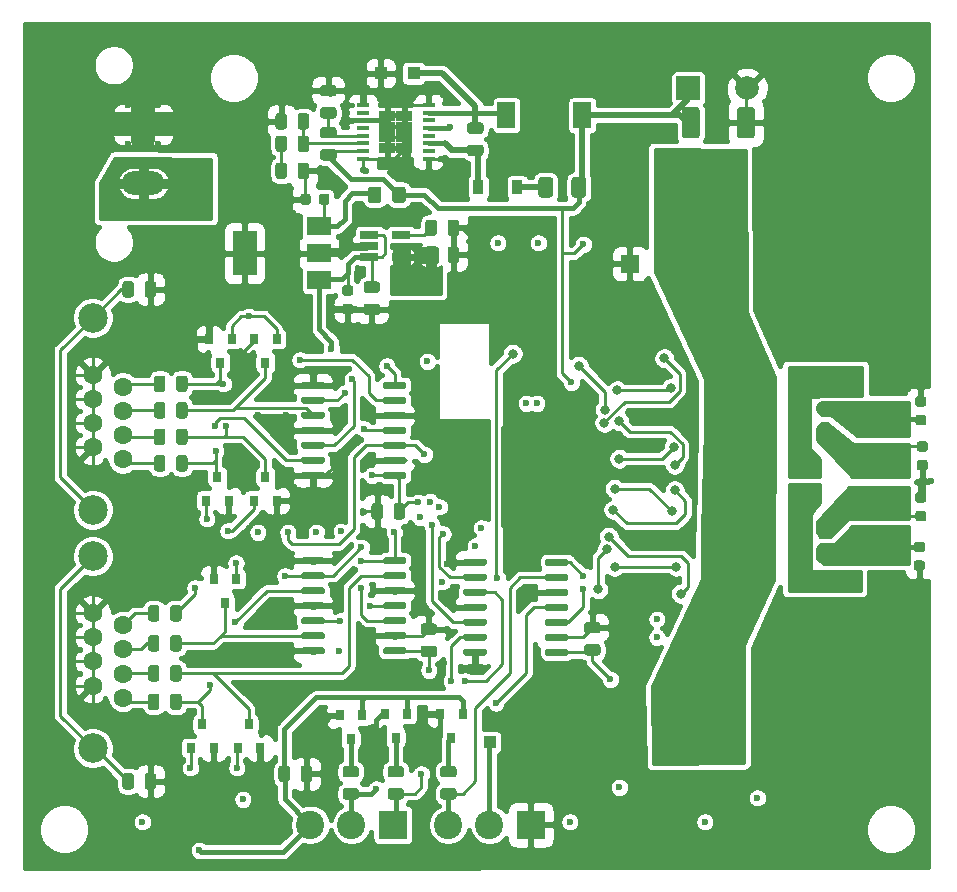
<source format=gbr>
G04 #@! TF.GenerationSoftware,KiCad,Pcbnew,(5.1.6)-1*
G04 #@! TF.CreationDate,2020-05-30T22:10:31+02:00*
G04 #@! TF.ProjectId,TMC51604Axis,544d4335-3136-4303-9441-7869732e6b69,rev?*
G04 #@! TF.SameCoordinates,Original*
G04 #@! TF.FileFunction,Copper,L4,Bot*
G04 #@! TF.FilePolarity,Positive*
%FSLAX46Y46*%
G04 Gerber Fmt 4.6, Leading zero omitted, Abs format (unit mm)*
G04 Created by KiCad (PCBNEW (5.1.6)-1) date 2020-05-30 22:10:31*
%MOMM*%
%LPD*%
G01*
G04 APERTURE LIST*
G04 #@! TA.AperFunction,ComponentPad*
%ADD10R,1.500000X1.500000*%
G04 #@! TD*
G04 #@! TA.AperFunction,ComponentPad*
%ADD11C,2.400000*%
G04 #@! TD*
G04 #@! TA.AperFunction,ComponentPad*
%ADD12R,2.400000X2.400000*%
G04 #@! TD*
G04 #@! TA.AperFunction,SMDPad,CuDef*
%ADD13R,0.800000X0.900000*%
G04 #@! TD*
G04 #@! TA.AperFunction,ComponentPad*
%ADD14R,1.000000X1.000000*%
G04 #@! TD*
G04 #@! TA.AperFunction,SMDPad,CuDef*
%ADD15R,2.000000X1.500000*%
G04 #@! TD*
G04 #@! TA.AperFunction,SMDPad,CuDef*
%ADD16R,2.000000X3.800000*%
G04 #@! TD*
G04 #@! TA.AperFunction,SMDPad,CuDef*
%ADD17R,1.560000X0.650000*%
G04 #@! TD*
G04 #@! TA.AperFunction,SMDPad,CuDef*
%ADD18R,1.500000X2.200000*%
G04 #@! TD*
G04 #@! TA.AperFunction,ComponentPad*
%ADD19C,2.500000*%
G04 #@! TD*
G04 #@! TA.AperFunction,ComponentPad*
%ADD20C,1.600000*%
G04 #@! TD*
G04 #@! TA.AperFunction,ComponentPad*
%ADD21O,3.600000X2.000000*%
G04 #@! TD*
G04 #@! TA.AperFunction,SMDPad,CuDef*
%ADD22R,1.100000X1.100000*%
G04 #@! TD*
G04 #@! TA.AperFunction,SMDPad,CuDef*
%ADD23R,1.470000X0.895000*%
G04 #@! TD*
G04 #@! TA.AperFunction,SMDPad,CuDef*
%ADD24R,1.050000X0.450000*%
G04 #@! TD*
G04 #@! TA.AperFunction,SMDPad,CuDef*
%ADD25R,0.900000X1.200000*%
G04 #@! TD*
G04 #@! TA.AperFunction,ComponentPad*
%ADD26C,2.000000*%
G04 #@! TD*
G04 #@! TA.AperFunction,ComponentPad*
%ADD27R,2.000000X2.000000*%
G04 #@! TD*
G04 #@! TA.AperFunction,ViaPad*
%ADD28C,0.800000*%
G04 #@! TD*
G04 #@! TA.AperFunction,ViaPad*
%ADD29C,0.600000*%
G04 #@! TD*
G04 #@! TA.AperFunction,Conductor*
%ADD30C,0.400000*%
G04 #@! TD*
G04 #@! TA.AperFunction,Conductor*
%ADD31C,0.500000*%
G04 #@! TD*
G04 #@! TA.AperFunction,Conductor*
%ADD32C,0.250000*%
G04 #@! TD*
G04 #@! TA.AperFunction,Conductor*
%ADD33C,2.000000*%
G04 #@! TD*
G04 #@! TA.AperFunction,Conductor*
%ADD34C,1.000000*%
G04 #@! TD*
G04 #@! TA.AperFunction,Conductor*
%ADD35C,0.254000*%
G04 #@! TD*
G04 APERTURE END LIST*
D10*
X112268000Y-82677000D03*
G04 #@! TA.AperFunction,SMDPad,CuDef*
G36*
G01*
X71189000Y-85292250D02*
X71189000Y-84379750D01*
G75*
G02*
X71432750Y-84136000I243750J0D01*
G01*
X71920250Y-84136000D01*
G75*
G02*
X72164000Y-84379750I0J-243750D01*
G01*
X72164000Y-85292250D01*
G75*
G02*
X71920250Y-85536000I-243750J0D01*
G01*
X71432750Y-85536000D01*
G75*
G02*
X71189000Y-85292250I0J243750D01*
G01*
G37*
G04 #@! TD.AperFunction*
G04 #@! TA.AperFunction,SMDPad,CuDef*
G36*
G01*
X69314000Y-85292250D02*
X69314000Y-84379750D01*
G75*
G02*
X69557750Y-84136000I243750J0D01*
G01*
X70045250Y-84136000D01*
G75*
G02*
X70289000Y-84379750I0J-243750D01*
G01*
X70289000Y-85292250D01*
G75*
G02*
X70045250Y-85536000I-243750J0D01*
G01*
X69557750Y-85536000D01*
G75*
G02*
X69314000Y-85292250I0J243750D01*
G01*
G37*
G04 #@! TD.AperFunction*
G04 #@! TA.AperFunction,SMDPad,CuDef*
G36*
G01*
X71189000Y-126948250D02*
X71189000Y-126035750D01*
G75*
G02*
X71432750Y-125792000I243750J0D01*
G01*
X71920250Y-125792000D01*
G75*
G02*
X72164000Y-126035750I0J-243750D01*
G01*
X72164000Y-126948250D01*
G75*
G02*
X71920250Y-127192000I-243750J0D01*
G01*
X71432750Y-127192000D01*
G75*
G02*
X71189000Y-126948250I0J243750D01*
G01*
G37*
G04 #@! TD.AperFunction*
G04 #@! TA.AperFunction,SMDPad,CuDef*
G36*
G01*
X69314000Y-126948250D02*
X69314000Y-126035750D01*
G75*
G02*
X69557750Y-125792000I243750J0D01*
G01*
X70045250Y-125792000D01*
G75*
G02*
X70289000Y-126035750I0J-243750D01*
G01*
X70289000Y-126948250D01*
G75*
G02*
X70045250Y-127192000I-243750J0D01*
G01*
X69557750Y-127192000D01*
G75*
G02*
X69314000Y-126948250I0J243750D01*
G01*
G37*
G04 #@! TD.AperFunction*
G04 #@! TA.AperFunction,SMDPad,CuDef*
G36*
G01*
X72448000Y-111811750D02*
X72448000Y-112724250D01*
G75*
G02*
X72204250Y-112968000I-243750J0D01*
G01*
X71716750Y-112968000D01*
G75*
G02*
X71473000Y-112724250I0J243750D01*
G01*
X71473000Y-111811750D01*
G75*
G02*
X71716750Y-111568000I243750J0D01*
G01*
X72204250Y-111568000D01*
G75*
G02*
X72448000Y-111811750I0J-243750D01*
G01*
G37*
G04 #@! TD.AperFunction*
G04 #@! TA.AperFunction,SMDPad,CuDef*
G36*
G01*
X74323000Y-111811750D02*
X74323000Y-112724250D01*
G75*
G02*
X74079250Y-112968000I-243750J0D01*
G01*
X73591750Y-112968000D01*
G75*
G02*
X73348000Y-112724250I0J243750D01*
G01*
X73348000Y-111811750D01*
G75*
G02*
X73591750Y-111568000I243750J0D01*
G01*
X74079250Y-111568000D01*
G75*
G02*
X74323000Y-111811750I0J-243750D01*
G01*
G37*
G04 #@! TD.AperFunction*
G04 #@! TA.AperFunction,SMDPad,CuDef*
G36*
G01*
X121336000Y-71814001D02*
X121336000Y-69663999D01*
G75*
G02*
X121585999Y-69414000I249999J0D01*
G01*
X122611001Y-69414000D01*
G75*
G02*
X122861000Y-69663999I0J-249999D01*
G01*
X122861000Y-71814001D01*
G75*
G02*
X122611001Y-72064000I-249999J0D01*
G01*
X121585999Y-72064000D01*
G75*
G02*
X121336000Y-71814001I0J249999D01*
G01*
G37*
G04 #@! TD.AperFunction*
G04 #@! TA.AperFunction,SMDPad,CuDef*
G36*
G01*
X116661000Y-71814001D02*
X116661000Y-69663999D01*
G75*
G02*
X116910999Y-69414000I249999J0D01*
G01*
X117936001Y-69414000D01*
G75*
G02*
X118186000Y-69663999I0J-249999D01*
G01*
X118186000Y-71814001D01*
G75*
G02*
X117936001Y-72064000I-249999J0D01*
G01*
X116910999Y-72064000D01*
G75*
G02*
X116661000Y-71814001I0J249999D01*
G01*
G37*
G04 #@! TD.AperFunction*
G04 #@! TA.AperFunction,SMDPad,CuDef*
G36*
G01*
X84397000Y-126313250D02*
X84397000Y-125400750D01*
G75*
G02*
X84640750Y-125157000I243750J0D01*
G01*
X85128250Y-125157000D01*
G75*
G02*
X85372000Y-125400750I0J-243750D01*
G01*
X85372000Y-126313250D01*
G75*
G02*
X85128250Y-126557000I-243750J0D01*
G01*
X84640750Y-126557000D01*
G75*
G02*
X84397000Y-126313250I0J243750D01*
G01*
G37*
G04 #@! TD.AperFunction*
G04 #@! TA.AperFunction,SMDPad,CuDef*
G36*
G01*
X82522000Y-126313250D02*
X82522000Y-125400750D01*
G75*
G02*
X82765750Y-125157000I243750J0D01*
G01*
X83253250Y-125157000D01*
G75*
G02*
X83497000Y-125400750I0J-243750D01*
G01*
X83497000Y-126313250D01*
G75*
G02*
X83253250Y-126557000I-243750J0D01*
G01*
X82765750Y-126557000D01*
G75*
G02*
X82522000Y-126313250I0J243750D01*
G01*
G37*
G04 #@! TD.AperFunction*
D11*
X85202000Y-130175000D03*
X88702000Y-130175000D03*
D12*
X92202000Y-130175000D03*
G04 #@! TA.AperFunction,SMDPad,CuDef*
G36*
G01*
X105091000Y-115720000D02*
X105091000Y-115420000D01*
G75*
G02*
X105241000Y-115270000I150000J0D01*
G01*
X106916000Y-115270000D01*
G75*
G02*
X107066000Y-115420000I0J-150000D01*
G01*
X107066000Y-115720000D01*
G75*
G02*
X106916000Y-115870000I-150000J0D01*
G01*
X105241000Y-115870000D01*
G75*
G02*
X105091000Y-115720000I0J150000D01*
G01*
G37*
G04 #@! TD.AperFunction*
G04 #@! TA.AperFunction,SMDPad,CuDef*
G36*
G01*
X105091000Y-114450000D02*
X105091000Y-114150000D01*
G75*
G02*
X105241000Y-114000000I150000J0D01*
G01*
X106916000Y-114000000D01*
G75*
G02*
X107066000Y-114150000I0J-150000D01*
G01*
X107066000Y-114450000D01*
G75*
G02*
X106916000Y-114600000I-150000J0D01*
G01*
X105241000Y-114600000D01*
G75*
G02*
X105091000Y-114450000I0J150000D01*
G01*
G37*
G04 #@! TD.AperFunction*
G04 #@! TA.AperFunction,SMDPad,CuDef*
G36*
G01*
X105091000Y-113180000D02*
X105091000Y-112880000D01*
G75*
G02*
X105241000Y-112730000I150000J0D01*
G01*
X106916000Y-112730000D01*
G75*
G02*
X107066000Y-112880000I0J-150000D01*
G01*
X107066000Y-113180000D01*
G75*
G02*
X106916000Y-113330000I-150000J0D01*
G01*
X105241000Y-113330000D01*
G75*
G02*
X105091000Y-113180000I0J150000D01*
G01*
G37*
G04 #@! TD.AperFunction*
G04 #@! TA.AperFunction,SMDPad,CuDef*
G36*
G01*
X105091000Y-111910000D02*
X105091000Y-111610000D01*
G75*
G02*
X105241000Y-111460000I150000J0D01*
G01*
X106916000Y-111460000D01*
G75*
G02*
X107066000Y-111610000I0J-150000D01*
G01*
X107066000Y-111910000D01*
G75*
G02*
X106916000Y-112060000I-150000J0D01*
G01*
X105241000Y-112060000D01*
G75*
G02*
X105091000Y-111910000I0J150000D01*
G01*
G37*
G04 #@! TD.AperFunction*
G04 #@! TA.AperFunction,SMDPad,CuDef*
G36*
G01*
X105091000Y-110640000D02*
X105091000Y-110340000D01*
G75*
G02*
X105241000Y-110190000I150000J0D01*
G01*
X106916000Y-110190000D01*
G75*
G02*
X107066000Y-110340000I0J-150000D01*
G01*
X107066000Y-110640000D01*
G75*
G02*
X106916000Y-110790000I-150000J0D01*
G01*
X105241000Y-110790000D01*
G75*
G02*
X105091000Y-110640000I0J150000D01*
G01*
G37*
G04 #@! TD.AperFunction*
G04 #@! TA.AperFunction,SMDPad,CuDef*
G36*
G01*
X105091000Y-109370000D02*
X105091000Y-109070000D01*
G75*
G02*
X105241000Y-108920000I150000J0D01*
G01*
X106916000Y-108920000D01*
G75*
G02*
X107066000Y-109070000I0J-150000D01*
G01*
X107066000Y-109370000D01*
G75*
G02*
X106916000Y-109520000I-150000J0D01*
G01*
X105241000Y-109520000D01*
G75*
G02*
X105091000Y-109370000I0J150000D01*
G01*
G37*
G04 #@! TD.AperFunction*
G04 #@! TA.AperFunction,SMDPad,CuDef*
G36*
G01*
X105091000Y-108100000D02*
X105091000Y-107800000D01*
G75*
G02*
X105241000Y-107650000I150000J0D01*
G01*
X106916000Y-107650000D01*
G75*
G02*
X107066000Y-107800000I0J-150000D01*
G01*
X107066000Y-108100000D01*
G75*
G02*
X106916000Y-108250000I-150000J0D01*
G01*
X105241000Y-108250000D01*
G75*
G02*
X105091000Y-108100000I0J150000D01*
G01*
G37*
G04 #@! TD.AperFunction*
G04 #@! TA.AperFunction,SMDPad,CuDef*
G36*
G01*
X98166000Y-108100000D02*
X98166000Y-107800000D01*
G75*
G02*
X98316000Y-107650000I150000J0D01*
G01*
X99991000Y-107650000D01*
G75*
G02*
X100141000Y-107800000I0J-150000D01*
G01*
X100141000Y-108100000D01*
G75*
G02*
X99991000Y-108250000I-150000J0D01*
G01*
X98316000Y-108250000D01*
G75*
G02*
X98166000Y-108100000I0J150000D01*
G01*
G37*
G04 #@! TD.AperFunction*
G04 #@! TA.AperFunction,SMDPad,CuDef*
G36*
G01*
X98166000Y-109370000D02*
X98166000Y-109070000D01*
G75*
G02*
X98316000Y-108920000I150000J0D01*
G01*
X99991000Y-108920000D01*
G75*
G02*
X100141000Y-109070000I0J-150000D01*
G01*
X100141000Y-109370000D01*
G75*
G02*
X99991000Y-109520000I-150000J0D01*
G01*
X98316000Y-109520000D01*
G75*
G02*
X98166000Y-109370000I0J150000D01*
G01*
G37*
G04 #@! TD.AperFunction*
G04 #@! TA.AperFunction,SMDPad,CuDef*
G36*
G01*
X98166000Y-110640000D02*
X98166000Y-110340000D01*
G75*
G02*
X98316000Y-110190000I150000J0D01*
G01*
X99991000Y-110190000D01*
G75*
G02*
X100141000Y-110340000I0J-150000D01*
G01*
X100141000Y-110640000D01*
G75*
G02*
X99991000Y-110790000I-150000J0D01*
G01*
X98316000Y-110790000D01*
G75*
G02*
X98166000Y-110640000I0J150000D01*
G01*
G37*
G04 #@! TD.AperFunction*
G04 #@! TA.AperFunction,SMDPad,CuDef*
G36*
G01*
X98166000Y-111910000D02*
X98166000Y-111610000D01*
G75*
G02*
X98316000Y-111460000I150000J0D01*
G01*
X99991000Y-111460000D01*
G75*
G02*
X100141000Y-111610000I0J-150000D01*
G01*
X100141000Y-111910000D01*
G75*
G02*
X99991000Y-112060000I-150000J0D01*
G01*
X98316000Y-112060000D01*
G75*
G02*
X98166000Y-111910000I0J150000D01*
G01*
G37*
G04 #@! TD.AperFunction*
G04 #@! TA.AperFunction,SMDPad,CuDef*
G36*
G01*
X98166000Y-113180000D02*
X98166000Y-112880000D01*
G75*
G02*
X98316000Y-112730000I150000J0D01*
G01*
X99991000Y-112730000D01*
G75*
G02*
X100141000Y-112880000I0J-150000D01*
G01*
X100141000Y-113180000D01*
G75*
G02*
X99991000Y-113330000I-150000J0D01*
G01*
X98316000Y-113330000D01*
G75*
G02*
X98166000Y-113180000I0J150000D01*
G01*
G37*
G04 #@! TD.AperFunction*
G04 #@! TA.AperFunction,SMDPad,CuDef*
G36*
G01*
X98166000Y-114450000D02*
X98166000Y-114150000D01*
G75*
G02*
X98316000Y-114000000I150000J0D01*
G01*
X99991000Y-114000000D01*
G75*
G02*
X100141000Y-114150000I0J-150000D01*
G01*
X100141000Y-114450000D01*
G75*
G02*
X99991000Y-114600000I-150000J0D01*
G01*
X98316000Y-114600000D01*
G75*
G02*
X98166000Y-114450000I0J150000D01*
G01*
G37*
G04 #@! TD.AperFunction*
G04 #@! TA.AperFunction,SMDPad,CuDef*
G36*
G01*
X98166000Y-115720000D02*
X98166000Y-115420000D01*
G75*
G02*
X98316000Y-115270000I150000J0D01*
G01*
X99991000Y-115270000D01*
G75*
G02*
X100141000Y-115420000I0J-150000D01*
G01*
X100141000Y-115720000D01*
G75*
G02*
X99991000Y-115870000I-150000J0D01*
G01*
X98316000Y-115870000D01*
G75*
G02*
X98166000Y-115720000I0J150000D01*
G01*
G37*
G04 #@! TD.AperFunction*
D13*
X92456000Y-122793000D03*
X93406000Y-120793000D03*
X91506000Y-120793000D03*
G04 #@! TA.AperFunction,SMDPad,CuDef*
G36*
G01*
X72448000Y-116891750D02*
X72448000Y-117804250D01*
G75*
G02*
X72204250Y-118048000I-243750J0D01*
G01*
X71716750Y-118048000D01*
G75*
G02*
X71473000Y-117804250I0J243750D01*
G01*
X71473000Y-116891750D01*
G75*
G02*
X71716750Y-116648000I243750J0D01*
G01*
X72204250Y-116648000D01*
G75*
G02*
X72448000Y-116891750I0J-243750D01*
G01*
G37*
G04 #@! TD.AperFunction*
G04 #@! TA.AperFunction,SMDPad,CuDef*
G36*
G01*
X74323000Y-116891750D02*
X74323000Y-117804250D01*
G75*
G02*
X74079250Y-118048000I-243750J0D01*
G01*
X73591750Y-118048000D01*
G75*
G02*
X73348000Y-117804250I0J243750D01*
G01*
X73348000Y-116891750D01*
G75*
G02*
X73591750Y-116648000I243750J0D01*
G01*
X74079250Y-116648000D01*
G75*
G02*
X74323000Y-116891750I0J-243750D01*
G01*
G37*
G04 #@! TD.AperFunction*
G04 #@! TA.AperFunction,SMDPad,CuDef*
G36*
G01*
X96444750Y-127069000D02*
X97357250Y-127069000D01*
G75*
G02*
X97601000Y-127312750I0J-243750D01*
G01*
X97601000Y-127800250D01*
G75*
G02*
X97357250Y-128044000I-243750J0D01*
G01*
X96444750Y-128044000D01*
G75*
G02*
X96201000Y-127800250I0J243750D01*
G01*
X96201000Y-127312750D01*
G75*
G02*
X96444750Y-127069000I243750J0D01*
G01*
G37*
G04 #@! TD.AperFunction*
G04 #@! TA.AperFunction,SMDPad,CuDef*
G36*
G01*
X96444750Y-125194000D02*
X97357250Y-125194000D01*
G75*
G02*
X97601000Y-125437750I0J-243750D01*
G01*
X97601000Y-125925250D01*
G75*
G02*
X97357250Y-126169000I-243750J0D01*
G01*
X96444750Y-126169000D01*
G75*
G02*
X96201000Y-125925250I0J243750D01*
G01*
X96201000Y-125437750D01*
G75*
G02*
X96444750Y-125194000I243750J0D01*
G01*
G37*
G04 #@! TD.AperFunction*
G04 #@! TA.AperFunction,SMDPad,CuDef*
G36*
G01*
X91999750Y-127069000D02*
X92912250Y-127069000D01*
G75*
G02*
X93156000Y-127312750I0J-243750D01*
G01*
X93156000Y-127800250D01*
G75*
G02*
X92912250Y-128044000I-243750J0D01*
G01*
X91999750Y-128044000D01*
G75*
G02*
X91756000Y-127800250I0J243750D01*
G01*
X91756000Y-127312750D01*
G75*
G02*
X91999750Y-127069000I243750J0D01*
G01*
G37*
G04 #@! TD.AperFunction*
G04 #@! TA.AperFunction,SMDPad,CuDef*
G36*
G01*
X91999750Y-125194000D02*
X92912250Y-125194000D01*
G75*
G02*
X93156000Y-125437750I0J-243750D01*
G01*
X93156000Y-125925250D01*
G75*
G02*
X92912250Y-126169000I-243750J0D01*
G01*
X91999750Y-126169000D01*
G75*
G02*
X91756000Y-125925250I0J243750D01*
G01*
X91756000Y-125437750D01*
G75*
G02*
X91999750Y-125194000I243750J0D01*
G01*
G37*
G04 #@! TD.AperFunction*
G04 #@! TA.AperFunction,SMDPad,CuDef*
G36*
G01*
X72448000Y-119304750D02*
X72448000Y-120217250D01*
G75*
G02*
X72204250Y-120461000I-243750J0D01*
G01*
X71716750Y-120461000D01*
G75*
G02*
X71473000Y-120217250I0J243750D01*
G01*
X71473000Y-119304750D01*
G75*
G02*
X71716750Y-119061000I243750J0D01*
G01*
X72204250Y-119061000D01*
G75*
G02*
X72448000Y-119304750I0J-243750D01*
G01*
G37*
G04 #@! TD.AperFunction*
G04 #@! TA.AperFunction,SMDPad,CuDef*
G36*
G01*
X74323000Y-119304750D02*
X74323000Y-120217250D01*
G75*
G02*
X74079250Y-120461000I-243750J0D01*
G01*
X73591750Y-120461000D01*
G75*
G02*
X73348000Y-120217250I0J243750D01*
G01*
X73348000Y-119304750D01*
G75*
G02*
X73591750Y-119061000I243750J0D01*
G01*
X74079250Y-119061000D01*
G75*
G02*
X74323000Y-119304750I0J-243750D01*
G01*
G37*
G04 #@! TD.AperFunction*
G04 #@! TA.AperFunction,SMDPad,CuDef*
G36*
G01*
X88189750Y-127069000D02*
X89102250Y-127069000D01*
G75*
G02*
X89346000Y-127312750I0J-243750D01*
G01*
X89346000Y-127800250D01*
G75*
G02*
X89102250Y-128044000I-243750J0D01*
G01*
X88189750Y-128044000D01*
G75*
G02*
X87946000Y-127800250I0J243750D01*
G01*
X87946000Y-127312750D01*
G75*
G02*
X88189750Y-127069000I243750J0D01*
G01*
G37*
G04 #@! TD.AperFunction*
G04 #@! TA.AperFunction,SMDPad,CuDef*
G36*
G01*
X88189750Y-125194000D02*
X89102250Y-125194000D01*
G75*
G02*
X89346000Y-125437750I0J-243750D01*
G01*
X89346000Y-125925250D01*
G75*
G02*
X89102250Y-126169000I-243750J0D01*
G01*
X88189750Y-126169000D01*
G75*
G02*
X87946000Y-125925250I0J243750D01*
G01*
X87946000Y-125437750D01*
G75*
G02*
X88189750Y-125194000I243750J0D01*
G01*
G37*
G04 #@! TD.AperFunction*
G04 #@! TA.AperFunction,SMDPad,CuDef*
G36*
G01*
X72956000Y-99111750D02*
X72956000Y-100024250D01*
G75*
G02*
X72712250Y-100268000I-243750J0D01*
G01*
X72224750Y-100268000D01*
G75*
G02*
X71981000Y-100024250I0J243750D01*
G01*
X71981000Y-99111750D01*
G75*
G02*
X72224750Y-98868000I243750J0D01*
G01*
X72712250Y-98868000D01*
G75*
G02*
X72956000Y-99111750I0J-243750D01*
G01*
G37*
G04 #@! TD.AperFunction*
G04 #@! TA.AperFunction,SMDPad,CuDef*
G36*
G01*
X74831000Y-99111750D02*
X74831000Y-100024250D01*
G75*
G02*
X74587250Y-100268000I-243750J0D01*
G01*
X74099750Y-100268000D01*
G75*
G02*
X73856000Y-100024250I0J243750D01*
G01*
X73856000Y-99111750D01*
G75*
G02*
X74099750Y-98868000I243750J0D01*
G01*
X74587250Y-98868000D01*
G75*
G02*
X74831000Y-99111750I0J-243750D01*
G01*
G37*
G04 #@! TD.AperFunction*
G04 #@! TA.AperFunction,SMDPad,CuDef*
G36*
G01*
X72956000Y-94624416D02*
X72956000Y-95536916D01*
G75*
G02*
X72712250Y-95780666I-243750J0D01*
G01*
X72224750Y-95780666D01*
G75*
G02*
X71981000Y-95536916I0J243750D01*
G01*
X71981000Y-94624416D01*
G75*
G02*
X72224750Y-94380666I243750J0D01*
G01*
X72712250Y-94380666D01*
G75*
G02*
X72956000Y-94624416I0J-243750D01*
G01*
G37*
G04 #@! TD.AperFunction*
G04 #@! TA.AperFunction,SMDPad,CuDef*
G36*
G01*
X74831000Y-94624416D02*
X74831000Y-95536916D01*
G75*
G02*
X74587250Y-95780666I-243750J0D01*
G01*
X74099750Y-95780666D01*
G75*
G02*
X73856000Y-95536916I0J243750D01*
G01*
X73856000Y-94624416D01*
G75*
G02*
X74099750Y-94380666I243750J0D01*
G01*
X74587250Y-94380666D01*
G75*
G02*
X74831000Y-94624416I0J-243750D01*
G01*
G37*
G04 #@! TD.AperFunction*
G04 #@! TA.AperFunction,SMDPad,CuDef*
G36*
G01*
X72956000Y-92380750D02*
X72956000Y-93293250D01*
G75*
G02*
X72712250Y-93537000I-243750J0D01*
G01*
X72224750Y-93537000D01*
G75*
G02*
X71981000Y-93293250I0J243750D01*
G01*
X71981000Y-92380750D01*
G75*
G02*
X72224750Y-92137000I243750J0D01*
G01*
X72712250Y-92137000D01*
G75*
G02*
X72956000Y-92380750I0J-243750D01*
G01*
G37*
G04 #@! TD.AperFunction*
G04 #@! TA.AperFunction,SMDPad,CuDef*
G36*
G01*
X74831000Y-92380750D02*
X74831000Y-93293250D01*
G75*
G02*
X74587250Y-93537000I-243750J0D01*
G01*
X74099750Y-93537000D01*
G75*
G02*
X73856000Y-93293250I0J243750D01*
G01*
X73856000Y-92380750D01*
G75*
G02*
X74099750Y-92137000I243750J0D01*
G01*
X74587250Y-92137000D01*
G75*
G02*
X74831000Y-92380750I0J-243750D01*
G01*
G37*
G04 #@! TD.AperFunction*
G04 #@! TA.AperFunction,SMDPad,CuDef*
G36*
G01*
X72956000Y-96868082D02*
X72956000Y-97780582D01*
G75*
G02*
X72712250Y-98024332I-243750J0D01*
G01*
X72224750Y-98024332D01*
G75*
G02*
X71981000Y-97780582I0J243750D01*
G01*
X71981000Y-96868082D01*
G75*
G02*
X72224750Y-96624332I243750J0D01*
G01*
X72712250Y-96624332D01*
G75*
G02*
X72956000Y-96868082I0J-243750D01*
G01*
G37*
G04 #@! TD.AperFunction*
G04 #@! TA.AperFunction,SMDPad,CuDef*
G36*
G01*
X74831000Y-96868082D02*
X74831000Y-97780582D01*
G75*
G02*
X74587250Y-98024332I-243750J0D01*
G01*
X74099750Y-98024332D01*
G75*
G02*
X73856000Y-97780582I0J243750D01*
G01*
X73856000Y-96868082D01*
G75*
G02*
X74099750Y-96624332I243750J0D01*
G01*
X74587250Y-96624332D01*
G75*
G02*
X74831000Y-96868082I0J-243750D01*
G01*
G37*
G04 #@! TD.AperFunction*
G04 #@! TA.AperFunction,SMDPad,CuDef*
G36*
G01*
X72448000Y-114351750D02*
X72448000Y-115264250D01*
G75*
G02*
X72204250Y-115508000I-243750J0D01*
G01*
X71716750Y-115508000D01*
G75*
G02*
X71473000Y-115264250I0J243750D01*
G01*
X71473000Y-114351750D01*
G75*
G02*
X71716750Y-114108000I243750J0D01*
G01*
X72204250Y-114108000D01*
G75*
G02*
X72448000Y-114351750I0J-243750D01*
G01*
G37*
G04 #@! TD.AperFunction*
G04 #@! TA.AperFunction,SMDPad,CuDef*
G36*
G01*
X74323000Y-114351750D02*
X74323000Y-115264250D01*
G75*
G02*
X74079250Y-115508000I-243750J0D01*
G01*
X73591750Y-115508000D01*
G75*
G02*
X73348000Y-115264250I0J243750D01*
G01*
X73348000Y-114351750D01*
G75*
G02*
X73591750Y-114108000I243750J0D01*
G01*
X74079250Y-114108000D01*
G75*
G02*
X74323000Y-114351750I0J-243750D01*
G01*
G37*
G04 #@! TD.AperFunction*
G04 #@! TA.AperFunction,SMDPad,CuDef*
G36*
G01*
X87197250Y-68511000D02*
X86284750Y-68511000D01*
G75*
G02*
X86041000Y-68267250I0J243750D01*
G01*
X86041000Y-67779750D01*
G75*
G02*
X86284750Y-67536000I243750J0D01*
G01*
X87197250Y-67536000D01*
G75*
G02*
X87441000Y-67779750I0J-243750D01*
G01*
X87441000Y-68267250D01*
G75*
G02*
X87197250Y-68511000I-243750J0D01*
G01*
G37*
G04 #@! TD.AperFunction*
G04 #@! TA.AperFunction,SMDPad,CuDef*
G36*
G01*
X87197250Y-70386000D02*
X86284750Y-70386000D01*
G75*
G02*
X86041000Y-70142250I0J243750D01*
G01*
X86041000Y-69654750D01*
G75*
G02*
X86284750Y-69411000I243750J0D01*
G01*
X87197250Y-69411000D01*
G75*
G02*
X87441000Y-69654750I0J-243750D01*
G01*
X87441000Y-70142250D01*
G75*
G02*
X87197250Y-70386000I-243750J0D01*
G01*
G37*
G04 #@! TD.AperFunction*
G04 #@! TA.AperFunction,SMDPad,CuDef*
G36*
G01*
X87197250Y-72067000D02*
X86284750Y-72067000D01*
G75*
G02*
X86041000Y-71823250I0J243750D01*
G01*
X86041000Y-71335750D01*
G75*
G02*
X86284750Y-71092000I243750J0D01*
G01*
X87197250Y-71092000D01*
G75*
G02*
X87441000Y-71335750I0J-243750D01*
G01*
X87441000Y-71823250D01*
G75*
G02*
X87197250Y-72067000I-243750J0D01*
G01*
G37*
G04 #@! TD.AperFunction*
G04 #@! TA.AperFunction,SMDPad,CuDef*
G36*
G01*
X87197250Y-73942000D02*
X86284750Y-73942000D01*
G75*
G02*
X86041000Y-73698250I0J243750D01*
G01*
X86041000Y-73210750D01*
G75*
G02*
X86284750Y-72967000I243750J0D01*
G01*
X87197250Y-72967000D01*
G75*
G02*
X87441000Y-73210750I0J-243750D01*
G01*
X87441000Y-73698250D01*
G75*
G02*
X87197250Y-73942000I-243750J0D01*
G01*
G37*
G04 #@! TD.AperFunction*
G04 #@! TA.AperFunction,SMDPad,CuDef*
G36*
G01*
X83243000Y-72060750D02*
X83243000Y-72973250D01*
G75*
G02*
X82999250Y-73217000I-243750J0D01*
G01*
X82511750Y-73217000D01*
G75*
G02*
X82268000Y-72973250I0J243750D01*
G01*
X82268000Y-72060750D01*
G75*
G02*
X82511750Y-71817000I243750J0D01*
G01*
X82999250Y-71817000D01*
G75*
G02*
X83243000Y-72060750I0J-243750D01*
G01*
G37*
G04 #@! TD.AperFunction*
G04 #@! TA.AperFunction,SMDPad,CuDef*
G36*
G01*
X85118000Y-72060750D02*
X85118000Y-72973250D01*
G75*
G02*
X84874250Y-73217000I-243750J0D01*
G01*
X84386750Y-73217000D01*
G75*
G02*
X84143000Y-72973250I0J243750D01*
G01*
X84143000Y-72060750D01*
G75*
G02*
X84386750Y-71817000I243750J0D01*
G01*
X84874250Y-71817000D01*
G75*
G02*
X85118000Y-72060750I0J-243750D01*
G01*
G37*
G04 #@! TD.AperFunction*
D14*
X100457000Y-123190000D03*
D13*
X80010000Y-121682000D03*
X79060000Y-123682000D03*
X80960000Y-123682000D03*
X97155000Y-122793000D03*
X98105000Y-120793000D03*
X96205000Y-120793000D03*
X76073000Y-121682000D03*
X75123000Y-123682000D03*
X77023000Y-123682000D03*
X88646000Y-122920000D03*
X89596000Y-120920000D03*
X87696000Y-120920000D03*
X77343000Y-100727000D03*
X76393000Y-102727000D03*
X78293000Y-102727000D03*
X81407000Y-91043000D03*
X82357000Y-89043000D03*
X80457000Y-89043000D03*
X77597000Y-91043000D03*
X78547000Y-89043000D03*
X76647000Y-89043000D03*
X81407000Y-100727000D03*
X80457000Y-102727000D03*
X82357000Y-102727000D03*
X77978000Y-111363000D03*
X78928000Y-109363000D03*
X77028000Y-109363000D03*
G04 #@! TA.AperFunction,SMDPad,CuDef*
G36*
G01*
X95706250Y-114104000D02*
X94793750Y-114104000D01*
G75*
G02*
X94550000Y-113860250I0J243750D01*
G01*
X94550000Y-113372750D01*
G75*
G02*
X94793750Y-113129000I243750J0D01*
G01*
X95706250Y-113129000D01*
G75*
G02*
X95950000Y-113372750I0J-243750D01*
G01*
X95950000Y-113860250D01*
G75*
G02*
X95706250Y-114104000I-243750J0D01*
G01*
G37*
G04 #@! TD.AperFunction*
G04 #@! TA.AperFunction,SMDPad,CuDef*
G36*
G01*
X95706250Y-115979000D02*
X94793750Y-115979000D01*
G75*
G02*
X94550000Y-115735250I0J243750D01*
G01*
X94550000Y-115247750D01*
G75*
G02*
X94793750Y-115004000I243750J0D01*
G01*
X95706250Y-115004000D01*
G75*
G02*
X95950000Y-115247750I0J-243750D01*
G01*
X95950000Y-115735250D01*
G75*
G02*
X95706250Y-115979000I-243750J0D01*
G01*
G37*
G04 #@! TD.AperFunction*
G04 #@! TA.AperFunction,SMDPad,CuDef*
G36*
G01*
X91371000Y-103175750D02*
X91371000Y-104088250D01*
G75*
G02*
X91127250Y-104332000I-243750J0D01*
G01*
X90639750Y-104332000D01*
G75*
G02*
X90396000Y-104088250I0J243750D01*
G01*
X90396000Y-103175750D01*
G75*
G02*
X90639750Y-102932000I243750J0D01*
G01*
X91127250Y-102932000D01*
G75*
G02*
X91371000Y-103175750I0J-243750D01*
G01*
G37*
G04 #@! TD.AperFunction*
G04 #@! TA.AperFunction,SMDPad,CuDef*
G36*
G01*
X93246000Y-103175750D02*
X93246000Y-104088250D01*
G75*
G02*
X93002250Y-104332000I-243750J0D01*
G01*
X92514750Y-104332000D01*
G75*
G02*
X92271000Y-104088250I0J243750D01*
G01*
X92271000Y-103175750D01*
G75*
G02*
X92514750Y-102932000I243750J0D01*
G01*
X93002250Y-102932000D01*
G75*
G02*
X93246000Y-103175750I0J-243750D01*
G01*
G37*
G04 #@! TD.AperFunction*
G04 #@! TA.AperFunction,SMDPad,CuDef*
G36*
G01*
X109549250Y-113977000D02*
X108636750Y-113977000D01*
G75*
G02*
X108393000Y-113733250I0J243750D01*
G01*
X108393000Y-113245750D01*
G75*
G02*
X108636750Y-113002000I243750J0D01*
G01*
X109549250Y-113002000D01*
G75*
G02*
X109793000Y-113245750I0J-243750D01*
G01*
X109793000Y-113733250D01*
G75*
G02*
X109549250Y-113977000I-243750J0D01*
G01*
G37*
G04 #@! TD.AperFunction*
G04 #@! TA.AperFunction,SMDPad,CuDef*
G36*
G01*
X109549250Y-115852000D02*
X108636750Y-115852000D01*
G75*
G02*
X108393000Y-115608250I0J243750D01*
G01*
X108393000Y-115120750D01*
G75*
G02*
X108636750Y-114877000I243750J0D01*
G01*
X109549250Y-114877000D01*
G75*
G02*
X109793000Y-115120750I0J-243750D01*
G01*
X109793000Y-115608250D01*
G75*
G02*
X109549250Y-115852000I-243750J0D01*
G01*
G37*
G04 #@! TD.AperFunction*
G04 #@! TA.AperFunction,SMDPad,CuDef*
G36*
G01*
X84143000Y-75259250D02*
X84143000Y-74346750D01*
G75*
G02*
X84386750Y-74103000I243750J0D01*
G01*
X84874250Y-74103000D01*
G75*
G02*
X85118000Y-74346750I0J-243750D01*
G01*
X85118000Y-75259250D01*
G75*
G02*
X84874250Y-75503000I-243750J0D01*
G01*
X84386750Y-75503000D01*
G75*
G02*
X84143000Y-75259250I0J243750D01*
G01*
G37*
G04 #@! TD.AperFunction*
G04 #@! TA.AperFunction,SMDPad,CuDef*
G36*
G01*
X82268000Y-75259250D02*
X82268000Y-74346750D01*
G75*
G02*
X82511750Y-74103000I243750J0D01*
G01*
X82999250Y-74103000D01*
G75*
G02*
X83243000Y-74346750I0J-243750D01*
G01*
X83243000Y-75259250D01*
G75*
G02*
X82999250Y-75503000I-243750J0D01*
G01*
X82511750Y-75503000D01*
G75*
G02*
X82268000Y-75259250I0J243750D01*
G01*
G37*
G04 #@! TD.AperFunction*
G04 #@! TA.AperFunction,SMDPad,CuDef*
G36*
G01*
X83243000Y-70155750D02*
X83243000Y-71068250D01*
G75*
G02*
X82999250Y-71312000I-243750J0D01*
G01*
X82511750Y-71312000D01*
G75*
G02*
X82268000Y-71068250I0J243750D01*
G01*
X82268000Y-70155750D01*
G75*
G02*
X82511750Y-69912000I243750J0D01*
G01*
X82999250Y-69912000D01*
G75*
G02*
X83243000Y-70155750I0J-243750D01*
G01*
G37*
G04 #@! TD.AperFunction*
G04 #@! TA.AperFunction,SMDPad,CuDef*
G36*
G01*
X85118000Y-70155750D02*
X85118000Y-71068250D01*
G75*
G02*
X84874250Y-71312000I-243750J0D01*
G01*
X84386750Y-71312000D01*
G75*
G02*
X84143000Y-71068250I0J243750D01*
G01*
X84143000Y-70155750D01*
G75*
G02*
X84386750Y-69912000I243750J0D01*
G01*
X84874250Y-69912000D01*
G75*
G02*
X85118000Y-70155750I0J-243750D01*
G01*
G37*
G04 #@! TD.AperFunction*
G04 #@! TA.AperFunction,SMDPad,CuDef*
G36*
G01*
X96843000Y-80085250D02*
X96843000Y-79172750D01*
G75*
G02*
X97086750Y-78929000I243750J0D01*
G01*
X97574250Y-78929000D01*
G75*
G02*
X97818000Y-79172750I0J-243750D01*
G01*
X97818000Y-80085250D01*
G75*
G02*
X97574250Y-80329000I-243750J0D01*
G01*
X97086750Y-80329000D01*
G75*
G02*
X96843000Y-80085250I0J243750D01*
G01*
G37*
G04 #@! TD.AperFunction*
G04 #@! TA.AperFunction,SMDPad,CuDef*
G36*
G01*
X94968000Y-80085250D02*
X94968000Y-79172750D01*
G75*
G02*
X95211750Y-78929000I243750J0D01*
G01*
X95699250Y-78929000D01*
G75*
G02*
X95943000Y-79172750I0J-243750D01*
G01*
X95943000Y-80085250D01*
G75*
G02*
X95699250Y-80329000I-243750J0D01*
G01*
X95211750Y-80329000D01*
G75*
G02*
X94968000Y-80085250I0J243750D01*
G01*
G37*
G04 #@! TD.AperFunction*
G04 #@! TA.AperFunction,SMDPad,CuDef*
G36*
G01*
X89967750Y-86048000D02*
X90880250Y-86048000D01*
G75*
G02*
X91124000Y-86291750I0J-243750D01*
G01*
X91124000Y-86779250D01*
G75*
G02*
X90880250Y-87023000I-243750J0D01*
G01*
X89967750Y-87023000D01*
G75*
G02*
X89724000Y-86779250I0J243750D01*
G01*
X89724000Y-86291750D01*
G75*
G02*
X89967750Y-86048000I243750J0D01*
G01*
G37*
G04 #@! TD.AperFunction*
G04 #@! TA.AperFunction,SMDPad,CuDef*
G36*
G01*
X89967750Y-84173000D02*
X90880250Y-84173000D01*
G75*
G02*
X91124000Y-84416750I0J-243750D01*
G01*
X91124000Y-84904250D01*
G75*
G02*
X90880250Y-85148000I-243750J0D01*
G01*
X89967750Y-85148000D01*
G75*
G02*
X89724000Y-84904250I0J243750D01*
G01*
X89724000Y-84416750D01*
G75*
G02*
X89967750Y-84173000I243750J0D01*
G01*
G37*
G04 #@! TD.AperFunction*
G04 #@! TA.AperFunction,SMDPad,CuDef*
G36*
G01*
X96843000Y-82371250D02*
X96843000Y-81458750D01*
G75*
G02*
X97086750Y-81215000I243750J0D01*
G01*
X97574250Y-81215000D01*
G75*
G02*
X97818000Y-81458750I0J-243750D01*
G01*
X97818000Y-82371250D01*
G75*
G02*
X97574250Y-82615000I-243750J0D01*
G01*
X97086750Y-82615000D01*
G75*
G02*
X96843000Y-82371250I0J243750D01*
G01*
G37*
G04 #@! TD.AperFunction*
G04 #@! TA.AperFunction,SMDPad,CuDef*
G36*
G01*
X94968000Y-82371250D02*
X94968000Y-81458750D01*
G75*
G02*
X95211750Y-81215000I243750J0D01*
G01*
X95699250Y-81215000D01*
G75*
G02*
X95943000Y-81458750I0J-243750D01*
G01*
X95943000Y-82371250D01*
G75*
G02*
X95699250Y-82615000I-243750J0D01*
G01*
X95211750Y-82615000D01*
G75*
G02*
X94968000Y-82371250I0J243750D01*
G01*
G37*
G04 #@! TD.AperFunction*
G04 #@! TA.AperFunction,SMDPad,CuDef*
G36*
G01*
X99643250Y-71686000D02*
X98730750Y-71686000D01*
G75*
G02*
X98487000Y-71442250I0J243750D01*
G01*
X98487000Y-70954750D01*
G75*
G02*
X98730750Y-70711000I243750J0D01*
G01*
X99643250Y-70711000D01*
G75*
G02*
X99887000Y-70954750I0J-243750D01*
G01*
X99887000Y-71442250D01*
G75*
G02*
X99643250Y-71686000I-243750J0D01*
G01*
G37*
G04 #@! TD.AperFunction*
G04 #@! TA.AperFunction,SMDPad,CuDef*
G36*
G01*
X99643250Y-73561000D02*
X98730750Y-73561000D01*
G75*
G02*
X98487000Y-73317250I0J243750D01*
G01*
X98487000Y-72829750D01*
G75*
G02*
X98730750Y-72586000I243750J0D01*
G01*
X99643250Y-72586000D01*
G75*
G02*
X99887000Y-72829750I0J-243750D01*
G01*
X99887000Y-73317250D01*
G75*
G02*
X99643250Y-73561000I-243750J0D01*
G01*
G37*
G04 #@! TD.AperFunction*
G04 #@! TA.AperFunction,SMDPad,CuDef*
G36*
G01*
X85248000Y-76959750D02*
X85248000Y-77472250D01*
G75*
G02*
X85029250Y-77691000I-218750J0D01*
G01*
X84591750Y-77691000D01*
G75*
G02*
X84373000Y-77472250I0J218750D01*
G01*
X84373000Y-76959750D01*
G75*
G02*
X84591750Y-76741000I218750J0D01*
G01*
X85029250Y-76741000D01*
G75*
G02*
X85248000Y-76959750I0J-218750D01*
G01*
G37*
G04 #@! TD.AperFunction*
G04 #@! TA.AperFunction,SMDPad,CuDef*
G36*
G01*
X86823000Y-76959750D02*
X86823000Y-77472250D01*
G75*
G02*
X86604250Y-77691000I-218750J0D01*
G01*
X86166750Y-77691000D01*
G75*
G02*
X85948000Y-77472250I0J218750D01*
G01*
X85948000Y-76959750D01*
G75*
G02*
X86166750Y-76741000I218750J0D01*
G01*
X86604250Y-76741000D01*
G75*
G02*
X86823000Y-76959750I0J-218750D01*
G01*
G37*
G04 #@! TD.AperFunction*
G04 #@! TA.AperFunction,SMDPad,CuDef*
G36*
G01*
X88135750Y-86075000D02*
X88648250Y-86075000D01*
G75*
G02*
X88867000Y-86293750I0J-218750D01*
G01*
X88867000Y-86731250D01*
G75*
G02*
X88648250Y-86950000I-218750J0D01*
G01*
X88135750Y-86950000D01*
G75*
G02*
X87917000Y-86731250I0J218750D01*
G01*
X87917000Y-86293750D01*
G75*
G02*
X88135750Y-86075000I218750J0D01*
G01*
G37*
G04 #@! TD.AperFunction*
G04 #@! TA.AperFunction,SMDPad,CuDef*
G36*
G01*
X88135750Y-84500000D02*
X88648250Y-84500000D01*
G75*
G02*
X88867000Y-84718750I0J-218750D01*
G01*
X88867000Y-85156250D01*
G75*
G02*
X88648250Y-85375000I-218750J0D01*
G01*
X88135750Y-85375000D01*
G75*
G02*
X87917000Y-85156250I0J218750D01*
G01*
X87917000Y-84718750D01*
G75*
G02*
X88135750Y-84500000I218750J0D01*
G01*
G37*
G04 #@! TD.AperFunction*
G04 #@! TA.AperFunction,SMDPad,CuDef*
G36*
G01*
X137162250Y-94773000D02*
X136649750Y-94773000D01*
G75*
G02*
X136431000Y-94554250I0J218750D01*
G01*
X136431000Y-94116750D01*
G75*
G02*
X136649750Y-93898000I218750J0D01*
G01*
X137162250Y-93898000D01*
G75*
G02*
X137381000Y-94116750I0J-218750D01*
G01*
X137381000Y-94554250D01*
G75*
G02*
X137162250Y-94773000I-218750J0D01*
G01*
G37*
G04 #@! TD.AperFunction*
G04 #@! TA.AperFunction,SMDPad,CuDef*
G36*
G01*
X137162250Y-96348000D02*
X136649750Y-96348000D01*
G75*
G02*
X136431000Y-96129250I0J218750D01*
G01*
X136431000Y-95691750D01*
G75*
G02*
X136649750Y-95473000I218750J0D01*
G01*
X137162250Y-95473000D01*
G75*
G02*
X137381000Y-95691750I0J-218750D01*
G01*
X137381000Y-96129250D01*
G75*
G02*
X137162250Y-96348000I-218750J0D01*
G01*
G37*
G04 #@! TD.AperFunction*
G04 #@! TA.AperFunction,SMDPad,CuDef*
G36*
G01*
X136776750Y-99283000D02*
X137289250Y-99283000D01*
G75*
G02*
X137508000Y-99501750I0J-218750D01*
G01*
X137508000Y-99939250D01*
G75*
G02*
X137289250Y-100158000I-218750J0D01*
G01*
X136776750Y-100158000D01*
G75*
G02*
X136558000Y-99939250I0J218750D01*
G01*
X136558000Y-99501750D01*
G75*
G02*
X136776750Y-99283000I218750J0D01*
G01*
G37*
G04 #@! TD.AperFunction*
G04 #@! TA.AperFunction,SMDPad,CuDef*
G36*
G01*
X136776750Y-97708000D02*
X137289250Y-97708000D01*
G75*
G02*
X137508000Y-97926750I0J-218750D01*
G01*
X137508000Y-98364250D01*
G75*
G02*
X137289250Y-98583000I-218750J0D01*
G01*
X136776750Y-98583000D01*
G75*
G02*
X136558000Y-98364250I0J218750D01*
G01*
X136558000Y-97926750D01*
G75*
G02*
X136776750Y-97708000I218750J0D01*
G01*
G37*
G04 #@! TD.AperFunction*
G04 #@! TA.AperFunction,SMDPad,CuDef*
G36*
G01*
X137162250Y-102901000D02*
X136649750Y-102901000D01*
G75*
G02*
X136431000Y-102682250I0J218750D01*
G01*
X136431000Y-102244750D01*
G75*
G02*
X136649750Y-102026000I218750J0D01*
G01*
X137162250Y-102026000D01*
G75*
G02*
X137381000Y-102244750I0J-218750D01*
G01*
X137381000Y-102682250D01*
G75*
G02*
X137162250Y-102901000I-218750J0D01*
G01*
G37*
G04 #@! TD.AperFunction*
G04 #@! TA.AperFunction,SMDPad,CuDef*
G36*
G01*
X137162250Y-104476000D02*
X136649750Y-104476000D01*
G75*
G02*
X136431000Y-104257250I0J218750D01*
G01*
X136431000Y-103819750D01*
G75*
G02*
X136649750Y-103601000I218750J0D01*
G01*
X137162250Y-103601000D01*
G75*
G02*
X137381000Y-103819750I0J-218750D01*
G01*
X137381000Y-104257250D01*
G75*
G02*
X137162250Y-104476000I-218750J0D01*
G01*
G37*
G04 #@! TD.AperFunction*
G04 #@! TA.AperFunction,SMDPad,CuDef*
G36*
G01*
X136522750Y-107792000D02*
X137035250Y-107792000D01*
G75*
G02*
X137254000Y-108010750I0J-218750D01*
G01*
X137254000Y-108448250D01*
G75*
G02*
X137035250Y-108667000I-218750J0D01*
G01*
X136522750Y-108667000D01*
G75*
G02*
X136304000Y-108448250I0J218750D01*
G01*
X136304000Y-108010750D01*
G75*
G02*
X136522750Y-107792000I218750J0D01*
G01*
G37*
G04 #@! TD.AperFunction*
G04 #@! TA.AperFunction,SMDPad,CuDef*
G36*
G01*
X136522750Y-106217000D02*
X137035250Y-106217000D01*
G75*
G02*
X137254000Y-106435750I0J-218750D01*
G01*
X137254000Y-106873250D01*
G75*
G02*
X137035250Y-107092000I-218750J0D01*
G01*
X136522750Y-107092000D01*
G75*
G02*
X136304000Y-106873250I0J218750D01*
G01*
X136304000Y-106435750D01*
G75*
G02*
X136522750Y-106217000I218750J0D01*
G01*
G37*
G04 #@! TD.AperFunction*
G04 #@! TA.AperFunction,SMDPad,CuDef*
G36*
G01*
X91375000Y-115593000D02*
X91375000Y-115293000D01*
G75*
G02*
X91525000Y-115143000I150000J0D01*
G01*
X93200000Y-115143000D01*
G75*
G02*
X93350000Y-115293000I0J-150000D01*
G01*
X93350000Y-115593000D01*
G75*
G02*
X93200000Y-115743000I-150000J0D01*
G01*
X91525000Y-115743000D01*
G75*
G02*
X91375000Y-115593000I0J150000D01*
G01*
G37*
G04 #@! TD.AperFunction*
G04 #@! TA.AperFunction,SMDPad,CuDef*
G36*
G01*
X91375000Y-114323000D02*
X91375000Y-114023000D01*
G75*
G02*
X91525000Y-113873000I150000J0D01*
G01*
X93200000Y-113873000D01*
G75*
G02*
X93350000Y-114023000I0J-150000D01*
G01*
X93350000Y-114323000D01*
G75*
G02*
X93200000Y-114473000I-150000J0D01*
G01*
X91525000Y-114473000D01*
G75*
G02*
X91375000Y-114323000I0J150000D01*
G01*
G37*
G04 #@! TD.AperFunction*
G04 #@! TA.AperFunction,SMDPad,CuDef*
G36*
G01*
X91375000Y-113053000D02*
X91375000Y-112753000D01*
G75*
G02*
X91525000Y-112603000I150000J0D01*
G01*
X93200000Y-112603000D01*
G75*
G02*
X93350000Y-112753000I0J-150000D01*
G01*
X93350000Y-113053000D01*
G75*
G02*
X93200000Y-113203000I-150000J0D01*
G01*
X91525000Y-113203000D01*
G75*
G02*
X91375000Y-113053000I0J150000D01*
G01*
G37*
G04 #@! TD.AperFunction*
G04 #@! TA.AperFunction,SMDPad,CuDef*
G36*
G01*
X91375000Y-111783000D02*
X91375000Y-111483000D01*
G75*
G02*
X91525000Y-111333000I150000J0D01*
G01*
X93200000Y-111333000D01*
G75*
G02*
X93350000Y-111483000I0J-150000D01*
G01*
X93350000Y-111783000D01*
G75*
G02*
X93200000Y-111933000I-150000J0D01*
G01*
X91525000Y-111933000D01*
G75*
G02*
X91375000Y-111783000I0J150000D01*
G01*
G37*
G04 #@! TD.AperFunction*
G04 #@! TA.AperFunction,SMDPad,CuDef*
G36*
G01*
X91375000Y-110513000D02*
X91375000Y-110213000D01*
G75*
G02*
X91525000Y-110063000I150000J0D01*
G01*
X93200000Y-110063000D01*
G75*
G02*
X93350000Y-110213000I0J-150000D01*
G01*
X93350000Y-110513000D01*
G75*
G02*
X93200000Y-110663000I-150000J0D01*
G01*
X91525000Y-110663000D01*
G75*
G02*
X91375000Y-110513000I0J150000D01*
G01*
G37*
G04 #@! TD.AperFunction*
G04 #@! TA.AperFunction,SMDPad,CuDef*
G36*
G01*
X91375000Y-109243000D02*
X91375000Y-108943000D01*
G75*
G02*
X91525000Y-108793000I150000J0D01*
G01*
X93200000Y-108793000D01*
G75*
G02*
X93350000Y-108943000I0J-150000D01*
G01*
X93350000Y-109243000D01*
G75*
G02*
X93200000Y-109393000I-150000J0D01*
G01*
X91525000Y-109393000D01*
G75*
G02*
X91375000Y-109243000I0J150000D01*
G01*
G37*
G04 #@! TD.AperFunction*
G04 #@! TA.AperFunction,SMDPad,CuDef*
G36*
G01*
X91375000Y-107973000D02*
X91375000Y-107673000D01*
G75*
G02*
X91525000Y-107523000I150000J0D01*
G01*
X93200000Y-107523000D01*
G75*
G02*
X93350000Y-107673000I0J-150000D01*
G01*
X93350000Y-107973000D01*
G75*
G02*
X93200000Y-108123000I-150000J0D01*
G01*
X91525000Y-108123000D01*
G75*
G02*
X91375000Y-107973000I0J150000D01*
G01*
G37*
G04 #@! TD.AperFunction*
G04 #@! TA.AperFunction,SMDPad,CuDef*
G36*
G01*
X84450000Y-107973000D02*
X84450000Y-107673000D01*
G75*
G02*
X84600000Y-107523000I150000J0D01*
G01*
X86275000Y-107523000D01*
G75*
G02*
X86425000Y-107673000I0J-150000D01*
G01*
X86425000Y-107973000D01*
G75*
G02*
X86275000Y-108123000I-150000J0D01*
G01*
X84600000Y-108123000D01*
G75*
G02*
X84450000Y-107973000I0J150000D01*
G01*
G37*
G04 #@! TD.AperFunction*
G04 #@! TA.AperFunction,SMDPad,CuDef*
G36*
G01*
X84450000Y-109243000D02*
X84450000Y-108943000D01*
G75*
G02*
X84600000Y-108793000I150000J0D01*
G01*
X86275000Y-108793000D01*
G75*
G02*
X86425000Y-108943000I0J-150000D01*
G01*
X86425000Y-109243000D01*
G75*
G02*
X86275000Y-109393000I-150000J0D01*
G01*
X84600000Y-109393000D01*
G75*
G02*
X84450000Y-109243000I0J150000D01*
G01*
G37*
G04 #@! TD.AperFunction*
G04 #@! TA.AperFunction,SMDPad,CuDef*
G36*
G01*
X84450000Y-110513000D02*
X84450000Y-110213000D01*
G75*
G02*
X84600000Y-110063000I150000J0D01*
G01*
X86275000Y-110063000D01*
G75*
G02*
X86425000Y-110213000I0J-150000D01*
G01*
X86425000Y-110513000D01*
G75*
G02*
X86275000Y-110663000I-150000J0D01*
G01*
X84600000Y-110663000D01*
G75*
G02*
X84450000Y-110513000I0J150000D01*
G01*
G37*
G04 #@! TD.AperFunction*
G04 #@! TA.AperFunction,SMDPad,CuDef*
G36*
G01*
X84450000Y-111783000D02*
X84450000Y-111483000D01*
G75*
G02*
X84600000Y-111333000I150000J0D01*
G01*
X86275000Y-111333000D01*
G75*
G02*
X86425000Y-111483000I0J-150000D01*
G01*
X86425000Y-111783000D01*
G75*
G02*
X86275000Y-111933000I-150000J0D01*
G01*
X84600000Y-111933000D01*
G75*
G02*
X84450000Y-111783000I0J150000D01*
G01*
G37*
G04 #@! TD.AperFunction*
G04 #@! TA.AperFunction,SMDPad,CuDef*
G36*
G01*
X84450000Y-113053000D02*
X84450000Y-112753000D01*
G75*
G02*
X84600000Y-112603000I150000J0D01*
G01*
X86275000Y-112603000D01*
G75*
G02*
X86425000Y-112753000I0J-150000D01*
G01*
X86425000Y-113053000D01*
G75*
G02*
X86275000Y-113203000I-150000J0D01*
G01*
X84600000Y-113203000D01*
G75*
G02*
X84450000Y-113053000I0J150000D01*
G01*
G37*
G04 #@! TD.AperFunction*
G04 #@! TA.AperFunction,SMDPad,CuDef*
G36*
G01*
X84450000Y-114323000D02*
X84450000Y-114023000D01*
G75*
G02*
X84600000Y-113873000I150000J0D01*
G01*
X86275000Y-113873000D01*
G75*
G02*
X86425000Y-114023000I0J-150000D01*
G01*
X86425000Y-114323000D01*
G75*
G02*
X86275000Y-114473000I-150000J0D01*
G01*
X84600000Y-114473000D01*
G75*
G02*
X84450000Y-114323000I0J150000D01*
G01*
G37*
G04 #@! TD.AperFunction*
G04 #@! TA.AperFunction,SMDPad,CuDef*
G36*
G01*
X84450000Y-115593000D02*
X84450000Y-115293000D01*
G75*
G02*
X84600000Y-115143000I150000J0D01*
G01*
X86275000Y-115143000D01*
G75*
G02*
X86425000Y-115293000I0J-150000D01*
G01*
X86425000Y-115593000D01*
G75*
G02*
X86275000Y-115743000I-150000J0D01*
G01*
X84600000Y-115743000D01*
G75*
G02*
X84450000Y-115593000I0J150000D01*
G01*
G37*
G04 #@! TD.AperFunction*
G04 #@! TA.AperFunction,SMDPad,CuDef*
G36*
G01*
X91375000Y-100734000D02*
X91375000Y-100434000D01*
G75*
G02*
X91525000Y-100284000I150000J0D01*
G01*
X93200000Y-100284000D01*
G75*
G02*
X93350000Y-100434000I0J-150000D01*
G01*
X93350000Y-100734000D01*
G75*
G02*
X93200000Y-100884000I-150000J0D01*
G01*
X91525000Y-100884000D01*
G75*
G02*
X91375000Y-100734000I0J150000D01*
G01*
G37*
G04 #@! TD.AperFunction*
G04 #@! TA.AperFunction,SMDPad,CuDef*
G36*
G01*
X91375000Y-99464000D02*
X91375000Y-99164000D01*
G75*
G02*
X91525000Y-99014000I150000J0D01*
G01*
X93200000Y-99014000D01*
G75*
G02*
X93350000Y-99164000I0J-150000D01*
G01*
X93350000Y-99464000D01*
G75*
G02*
X93200000Y-99614000I-150000J0D01*
G01*
X91525000Y-99614000D01*
G75*
G02*
X91375000Y-99464000I0J150000D01*
G01*
G37*
G04 #@! TD.AperFunction*
G04 #@! TA.AperFunction,SMDPad,CuDef*
G36*
G01*
X91375000Y-98194000D02*
X91375000Y-97894000D01*
G75*
G02*
X91525000Y-97744000I150000J0D01*
G01*
X93200000Y-97744000D01*
G75*
G02*
X93350000Y-97894000I0J-150000D01*
G01*
X93350000Y-98194000D01*
G75*
G02*
X93200000Y-98344000I-150000J0D01*
G01*
X91525000Y-98344000D01*
G75*
G02*
X91375000Y-98194000I0J150000D01*
G01*
G37*
G04 #@! TD.AperFunction*
G04 #@! TA.AperFunction,SMDPad,CuDef*
G36*
G01*
X91375000Y-96924000D02*
X91375000Y-96624000D01*
G75*
G02*
X91525000Y-96474000I150000J0D01*
G01*
X93200000Y-96474000D01*
G75*
G02*
X93350000Y-96624000I0J-150000D01*
G01*
X93350000Y-96924000D01*
G75*
G02*
X93200000Y-97074000I-150000J0D01*
G01*
X91525000Y-97074000D01*
G75*
G02*
X91375000Y-96924000I0J150000D01*
G01*
G37*
G04 #@! TD.AperFunction*
G04 #@! TA.AperFunction,SMDPad,CuDef*
G36*
G01*
X91375000Y-95654000D02*
X91375000Y-95354000D01*
G75*
G02*
X91525000Y-95204000I150000J0D01*
G01*
X93200000Y-95204000D01*
G75*
G02*
X93350000Y-95354000I0J-150000D01*
G01*
X93350000Y-95654000D01*
G75*
G02*
X93200000Y-95804000I-150000J0D01*
G01*
X91525000Y-95804000D01*
G75*
G02*
X91375000Y-95654000I0J150000D01*
G01*
G37*
G04 #@! TD.AperFunction*
G04 #@! TA.AperFunction,SMDPad,CuDef*
G36*
G01*
X91375000Y-94384000D02*
X91375000Y-94084000D01*
G75*
G02*
X91525000Y-93934000I150000J0D01*
G01*
X93200000Y-93934000D01*
G75*
G02*
X93350000Y-94084000I0J-150000D01*
G01*
X93350000Y-94384000D01*
G75*
G02*
X93200000Y-94534000I-150000J0D01*
G01*
X91525000Y-94534000D01*
G75*
G02*
X91375000Y-94384000I0J150000D01*
G01*
G37*
G04 #@! TD.AperFunction*
G04 #@! TA.AperFunction,SMDPad,CuDef*
G36*
G01*
X91375000Y-93114000D02*
X91375000Y-92814000D01*
G75*
G02*
X91525000Y-92664000I150000J0D01*
G01*
X93200000Y-92664000D01*
G75*
G02*
X93350000Y-92814000I0J-150000D01*
G01*
X93350000Y-93114000D01*
G75*
G02*
X93200000Y-93264000I-150000J0D01*
G01*
X91525000Y-93264000D01*
G75*
G02*
X91375000Y-93114000I0J150000D01*
G01*
G37*
G04 #@! TD.AperFunction*
G04 #@! TA.AperFunction,SMDPad,CuDef*
G36*
G01*
X84450000Y-93114000D02*
X84450000Y-92814000D01*
G75*
G02*
X84600000Y-92664000I150000J0D01*
G01*
X86275000Y-92664000D01*
G75*
G02*
X86425000Y-92814000I0J-150000D01*
G01*
X86425000Y-93114000D01*
G75*
G02*
X86275000Y-93264000I-150000J0D01*
G01*
X84600000Y-93264000D01*
G75*
G02*
X84450000Y-93114000I0J150000D01*
G01*
G37*
G04 #@! TD.AperFunction*
G04 #@! TA.AperFunction,SMDPad,CuDef*
G36*
G01*
X84450000Y-94384000D02*
X84450000Y-94084000D01*
G75*
G02*
X84600000Y-93934000I150000J0D01*
G01*
X86275000Y-93934000D01*
G75*
G02*
X86425000Y-94084000I0J-150000D01*
G01*
X86425000Y-94384000D01*
G75*
G02*
X86275000Y-94534000I-150000J0D01*
G01*
X84600000Y-94534000D01*
G75*
G02*
X84450000Y-94384000I0J150000D01*
G01*
G37*
G04 #@! TD.AperFunction*
G04 #@! TA.AperFunction,SMDPad,CuDef*
G36*
G01*
X84450000Y-95654000D02*
X84450000Y-95354000D01*
G75*
G02*
X84600000Y-95204000I150000J0D01*
G01*
X86275000Y-95204000D01*
G75*
G02*
X86425000Y-95354000I0J-150000D01*
G01*
X86425000Y-95654000D01*
G75*
G02*
X86275000Y-95804000I-150000J0D01*
G01*
X84600000Y-95804000D01*
G75*
G02*
X84450000Y-95654000I0J150000D01*
G01*
G37*
G04 #@! TD.AperFunction*
G04 #@! TA.AperFunction,SMDPad,CuDef*
G36*
G01*
X84450000Y-96924000D02*
X84450000Y-96624000D01*
G75*
G02*
X84600000Y-96474000I150000J0D01*
G01*
X86275000Y-96474000D01*
G75*
G02*
X86425000Y-96624000I0J-150000D01*
G01*
X86425000Y-96924000D01*
G75*
G02*
X86275000Y-97074000I-150000J0D01*
G01*
X84600000Y-97074000D01*
G75*
G02*
X84450000Y-96924000I0J150000D01*
G01*
G37*
G04 #@! TD.AperFunction*
G04 #@! TA.AperFunction,SMDPad,CuDef*
G36*
G01*
X84450000Y-98194000D02*
X84450000Y-97894000D01*
G75*
G02*
X84600000Y-97744000I150000J0D01*
G01*
X86275000Y-97744000D01*
G75*
G02*
X86425000Y-97894000I0J-150000D01*
G01*
X86425000Y-98194000D01*
G75*
G02*
X86275000Y-98344000I-150000J0D01*
G01*
X84600000Y-98344000D01*
G75*
G02*
X84450000Y-98194000I0J150000D01*
G01*
G37*
G04 #@! TD.AperFunction*
G04 #@! TA.AperFunction,SMDPad,CuDef*
G36*
G01*
X84450000Y-99464000D02*
X84450000Y-99164000D01*
G75*
G02*
X84600000Y-99014000I150000J0D01*
G01*
X86275000Y-99014000D01*
G75*
G02*
X86425000Y-99164000I0J-150000D01*
G01*
X86425000Y-99464000D01*
G75*
G02*
X86275000Y-99614000I-150000J0D01*
G01*
X84600000Y-99614000D01*
G75*
G02*
X84450000Y-99464000I0J150000D01*
G01*
G37*
G04 #@! TD.AperFunction*
G04 #@! TA.AperFunction,SMDPad,CuDef*
G36*
G01*
X84450000Y-100734000D02*
X84450000Y-100434000D01*
G75*
G02*
X84600000Y-100284000I150000J0D01*
G01*
X86275000Y-100284000D01*
G75*
G02*
X86425000Y-100434000I0J-150000D01*
G01*
X86425000Y-100734000D01*
G75*
G02*
X86275000Y-100884000I-150000J0D01*
G01*
X84600000Y-100884000D01*
G75*
G02*
X84450000Y-100734000I0J150000D01*
G01*
G37*
G04 #@! TD.AperFunction*
D15*
X85954000Y-79488000D03*
X85954000Y-84088000D03*
X85954000Y-81788000D03*
D16*
X79654000Y-81788000D03*
D17*
X92917000Y-82103000D03*
X92917000Y-80203000D03*
X90217000Y-80203000D03*
X90217000Y-81153000D03*
X90217000Y-82103000D03*
D18*
X108229000Y-70104000D03*
X101829000Y-70104000D03*
D11*
X96886000Y-130175000D03*
X100386000Y-130175000D03*
D12*
X103886000Y-130175000D03*
D19*
X66802000Y-103505000D03*
X66802000Y-87249000D03*
D20*
X69342000Y-99215000D03*
X66802000Y-98195000D03*
X69342000Y-97175000D03*
X66802000Y-96155000D03*
X69342000Y-95135000D03*
X66802000Y-94115000D03*
X69342000Y-93095000D03*
X66802000Y-92075000D03*
D19*
X66802000Y-123698000D03*
X66802000Y-107442000D03*
D20*
X69342000Y-119408000D03*
X66802000Y-118388000D03*
X69342000Y-117368000D03*
X66802000Y-116348000D03*
X69342000Y-115328000D03*
X66802000Y-114308000D03*
X69342000Y-113288000D03*
X66802000Y-112268000D03*
D11*
X134366000Y-106385000D03*
X134366000Y-102885000D03*
X134366000Y-99385000D03*
D12*
X134366000Y-95885000D03*
D21*
X71080000Y-75866000D03*
G04 #@! TA.AperFunction,ComponentPad*
G36*
G01*
X69530000Y-69866000D02*
X72630000Y-69866000D01*
G75*
G02*
X72880000Y-70116000I0J-250000D01*
G01*
X72880000Y-71616000D01*
G75*
G02*
X72630000Y-71866000I-250000J0D01*
G01*
X69530000Y-71866000D01*
G75*
G02*
X69280000Y-71616000I0J250000D01*
G01*
X69280000Y-70116000D01*
G75*
G02*
X69530000Y-69866000I250000J0D01*
G01*
G37*
G04 #@! TD.AperFunction*
G04 #@! TA.AperFunction,SMDPad,CuDef*
G36*
G01*
X92144000Y-77285001D02*
X92144000Y-76384999D01*
G75*
G02*
X92393999Y-76135000I249999J0D01*
G01*
X93044001Y-76135000D01*
G75*
G02*
X93294000Y-76384999I0J-249999D01*
G01*
X93294000Y-77285001D01*
G75*
G02*
X93044001Y-77535000I-249999J0D01*
G01*
X92393999Y-77535000D01*
G75*
G02*
X92144000Y-77285001I0J249999D01*
G01*
G37*
G04 #@! TD.AperFunction*
G04 #@! TA.AperFunction,SMDPad,CuDef*
G36*
G01*
X90094000Y-77285001D02*
X90094000Y-76384999D01*
G75*
G02*
X90343999Y-76135000I249999J0D01*
G01*
X90994001Y-76135000D01*
G75*
G02*
X91244000Y-76384999I0J-249999D01*
G01*
X91244000Y-77285001D01*
G75*
G02*
X90994001Y-77535000I-249999J0D01*
G01*
X90343999Y-77535000D01*
G75*
G02*
X90094000Y-77285001I0J249999D01*
G01*
G37*
G04 #@! TD.AperFunction*
D22*
X91183000Y-66548000D03*
X93983000Y-66548000D03*
D23*
X93191000Y-70158500D03*
X93191000Y-71053500D03*
X93191000Y-71948500D03*
X93191000Y-72843500D03*
X91721000Y-70158500D03*
X91721000Y-71053500D03*
X91721000Y-71948500D03*
X91721000Y-72843500D03*
D24*
X89681000Y-69226000D03*
X89681000Y-69876000D03*
X89681000Y-70526000D03*
X89681000Y-71176000D03*
X89681000Y-71826000D03*
X89681000Y-72476000D03*
X89681000Y-73126000D03*
X89681000Y-73776000D03*
X95231000Y-73776000D03*
X95231000Y-73126000D03*
X95231000Y-72476000D03*
X95231000Y-71826000D03*
X95231000Y-71176000D03*
X95231000Y-70526000D03*
X95231000Y-69876000D03*
X95231000Y-69226000D03*
G04 #@! TA.AperFunction,SMDPad,CuDef*
G36*
G01*
X105778000Y-75575000D02*
X105778000Y-76825000D01*
G75*
G02*
X105528000Y-77075000I-250000J0D01*
G01*
X104778000Y-77075000D01*
G75*
G02*
X104528000Y-76825000I0J250000D01*
G01*
X104528000Y-75575000D01*
G75*
G02*
X104778000Y-75325000I250000J0D01*
G01*
X105528000Y-75325000D01*
G75*
G02*
X105778000Y-75575000I0J-250000D01*
G01*
G37*
G04 #@! TD.AperFunction*
G04 #@! TA.AperFunction,SMDPad,CuDef*
G36*
G01*
X108578000Y-75575000D02*
X108578000Y-76825000D01*
G75*
G02*
X108328000Y-77075000I-250000J0D01*
G01*
X107578000Y-77075000D01*
G75*
G02*
X107328000Y-76825000I0J250000D01*
G01*
X107328000Y-75575000D01*
G75*
G02*
X107578000Y-75325000I250000J0D01*
G01*
X108328000Y-75325000D01*
G75*
G02*
X108578000Y-75575000I0J-250000D01*
G01*
G37*
G04 #@! TD.AperFunction*
D25*
X102742000Y-76200000D03*
X99442000Y-76200000D03*
D26*
X122221000Y-67818000D03*
D27*
X117221000Y-67818000D03*
D28*
X124055500Y-106195500D03*
X121793000Y-106172000D03*
X122936000Y-106172000D03*
X119634000Y-106172000D03*
X120650000Y-106172000D03*
D29*
X129032000Y-109601000D03*
X130810000Y-109601000D03*
X127254000Y-109601000D03*
X128143000Y-109601000D03*
X129921000Y-109601000D03*
X126365000Y-109601000D03*
X74930000Y-69215000D03*
X74930000Y-70896000D03*
X74930000Y-72577000D03*
X67056000Y-69215000D03*
X67056000Y-70896000D03*
X67056000Y-72577000D03*
X104521000Y-80899000D03*
D28*
X124079000Y-83820000D03*
X115824000Y-116459000D03*
X115951000Y-74168000D03*
X116078000Y-83185000D03*
X124055500Y-95654500D03*
X122936000Y-95631000D03*
X121793000Y-95631000D03*
X120650000Y-95631000D03*
X119634000Y-95631000D03*
X117378000Y-83185000D03*
X118678000Y-83185000D03*
X119978000Y-83185000D03*
X121278000Y-83185000D03*
X116078000Y-84485000D03*
X117378000Y-84485000D03*
X118678000Y-84485000D03*
X119978000Y-84485000D03*
X121278000Y-84485000D03*
X116078000Y-85785000D03*
X117378000Y-85785000D03*
X118678000Y-85785000D03*
X119978000Y-85785000D03*
X121278000Y-85785000D03*
X117251000Y-74168000D03*
X118551000Y-74168000D03*
X119851000Y-74168000D03*
X121151000Y-74168000D03*
X115951000Y-75468000D03*
X117251000Y-75468000D03*
X118551000Y-75468000D03*
X119851000Y-75468000D03*
X121151000Y-75468000D03*
X115951000Y-76768000D03*
X117251000Y-76768000D03*
X118551000Y-76768000D03*
X119851000Y-76768000D03*
X121151000Y-76768000D03*
X117124000Y-116459000D03*
X118424000Y-116459000D03*
X119724000Y-116459000D03*
X121024000Y-116459000D03*
X115824000Y-117759000D03*
X117124000Y-117759000D03*
X118424000Y-117759000D03*
X119724000Y-117759000D03*
X121024000Y-117759000D03*
X115824000Y-119059000D03*
X117124000Y-119059000D03*
X118424000Y-119059000D03*
X119724000Y-119059000D03*
X121024000Y-119059000D03*
D29*
X97028000Y-71120002D03*
D28*
X117091000Y-106172000D03*
X117091000Y-95758000D03*
X116205000Y-95758000D03*
X115316000Y-95758000D03*
X114300000Y-95758000D03*
X116205000Y-106172000D03*
X115316000Y-106172000D03*
X114427000Y-106172000D03*
D29*
X103251000Y-99695000D03*
X104251000Y-99695000D03*
X105251000Y-99695000D03*
X103251000Y-100695000D03*
X104251000Y-100695000D03*
X105251000Y-100695000D03*
X103251000Y-101695000D03*
X104251000Y-101695000D03*
X105251000Y-101695000D03*
X137033000Y-101092000D03*
X78232000Y-104267000D03*
D28*
X110743998Y-116332000D03*
D29*
X83058000Y-92964000D03*
X83820000Y-107823000D03*
X83439000Y-111633000D03*
D28*
X124333000Y-117251000D03*
X125633000Y-117251000D03*
X126933000Y-117251000D03*
X128233000Y-117251000D03*
X129533000Y-117251000D03*
X124333000Y-118551000D03*
X125633000Y-118551000D03*
X126933000Y-118551000D03*
X128233000Y-118551000D03*
X129533000Y-118551000D03*
X125379000Y-83820000D03*
X126679000Y-83820000D03*
X127979000Y-83820000D03*
X129279000Y-83820000D03*
X124079000Y-85120000D03*
X125379000Y-85120000D03*
X126679000Y-85120000D03*
X127979000Y-85120000D03*
X129279000Y-85120000D03*
D29*
X107696000Y-85979000D03*
X94996000Y-88773000D03*
X94742000Y-75311000D03*
X96139000Y-68072000D03*
X88392000Y-88265000D03*
X99060000Y-81915000D03*
X137795000Y-101092000D03*
X136906000Y-92583000D03*
X136271000Y-109855000D03*
X111506000Y-85969010D03*
X115316000Y-129921000D03*
X127127000Y-129921000D03*
X95631000Y-96138359D03*
X90424000Y-99314000D03*
X89154000Y-83566000D03*
X112268000Y-80899000D03*
X68453000Y-69215000D03*
X69753000Y-69215000D03*
X71053000Y-69215000D03*
X72353000Y-69215000D03*
X73653000Y-69215000D03*
X68453000Y-70896000D03*
X73653000Y-70896000D03*
X68453000Y-72577000D03*
X69753000Y-72577000D03*
X71053000Y-72577000D03*
X72353000Y-72577000D03*
X73653000Y-72577000D03*
X96774000Y-111379000D03*
X78740000Y-98542010D03*
X89722949Y-103692949D03*
X99187000Y-117094000D03*
X79375000Y-91058990D03*
X75565000Y-91059000D03*
X76840051Y-107823051D03*
X82042000Y-105409998D03*
X94488000Y-101473000D03*
X83429010Y-115443000D03*
X80899000Y-125349000D03*
X86360000Y-125857000D03*
X90805000Y-125476000D03*
X96529990Y-116497798D03*
X103251000Y-121920000D03*
X106807002Y-121665996D03*
X103505000Y-110871000D03*
X89471589Y-97604513D03*
X87122000Y-65786000D03*
X81153000Y-71247000D03*
X89916000Y-74803000D03*
X73787000Y-126492000D03*
X93599000Y-72517000D03*
X94488000Y-110363000D03*
X94488000Y-111379000D03*
X96779381Y-108073767D03*
D28*
X104775000Y-89916000D03*
D29*
X87502990Y-95631000D03*
X74295000Y-80772000D03*
X74295000Y-82042000D03*
X74295000Y-83312000D03*
X74295000Y-84836000D03*
X99060000Y-85217000D03*
X106807000Y-123825000D03*
X103251000Y-123825000D03*
X117094000Y-129921000D03*
X128778000Y-129921000D03*
X80772000Y-95504000D03*
X83185000Y-95504000D03*
X99060000Y-80645000D03*
X77089000Y-125349000D03*
X94615000Y-124206000D03*
X95250000Y-117094000D03*
X78928000Y-108016000D03*
X79502000Y-128016000D03*
X94929000Y-83566000D03*
X94929000Y-84866000D03*
X95758000Y-83566000D03*
X95758000Y-84836000D03*
X78231994Y-105283000D03*
X118618000Y-129921000D03*
X107188000Y-129921000D03*
X95340900Y-102815520D03*
X90424000Y-100584000D03*
X95123000Y-90932000D03*
X96393000Y-109601000D03*
X94361000Y-102870000D03*
X110617000Y-117856000D03*
X76454000Y-104267000D03*
X107315000Y-92710000D03*
X108331000Y-81026000D03*
X70993000Y-129921000D03*
X86995000Y-89916000D03*
X101092000Y-80899000D03*
D28*
X132009000Y-99385000D03*
X130993000Y-99385000D03*
X130111500Y-98869500D03*
X129476500Y-98234500D03*
X128778000Y-97536000D03*
X107950000Y-91313000D03*
X110139226Y-95026461D03*
X132068000Y-94881000D03*
X131179000Y-94881000D03*
X130290000Y-94881000D03*
X129401000Y-94881000D03*
X102362000Y-90297000D03*
D29*
X101051319Y-109301217D03*
D28*
X130302004Y-103505000D03*
X110363000Y-106807000D03*
X109601000Y-110236000D03*
X132207000Y-102885000D03*
X131064000Y-102885000D03*
X129032000Y-104902000D03*
X129666992Y-104267000D03*
X128524000Y-106922000D03*
X129413000Y-106934000D03*
X130302000Y-106934000D03*
X131318000Y-106934000D03*
X132334000Y-106922000D03*
D29*
X126238000Y-99568000D03*
X127127000Y-99568000D03*
X128016000Y-99568000D03*
X126238000Y-100457000D03*
X127127000Y-100457000D03*
X128016000Y-100457000D03*
X126238000Y-92202000D03*
X127127000Y-92202000D03*
X128016000Y-92202000D03*
X128905000Y-92202000D03*
X129794000Y-92202000D03*
X130683000Y-92202000D03*
X114554000Y-112776000D03*
X103505000Y-94488000D03*
X114554000Y-114300000D03*
X104394000Y-94488000D03*
X126238000Y-102616000D03*
X127127000Y-102616000D03*
X128016000Y-102616000D03*
X127127000Y-101727000D03*
X126238000Y-101727000D03*
X128016000Y-101727000D03*
X90297000Y-111633000D03*
X87630000Y-115443000D03*
X100933229Y-119877202D03*
X87757000Y-112903000D03*
X83312000Y-105410000D03*
X94869000Y-98806000D03*
X91694000Y-91313000D03*
X87839070Y-105333031D03*
X85725000Y-105410000D03*
X88138000Y-93599000D03*
X88772994Y-92456000D03*
X80772000Y-105410000D03*
X96444005Y-105537000D03*
X83058000Y-109093000D03*
X89535000Y-106680000D03*
X95504000Y-104775000D03*
X99695000Y-105029000D03*
X108331000Y-109093000D03*
X89535000Y-107823000D03*
X92329000Y-105410000D03*
X74930000Y-74422000D03*
X74930000Y-76200000D03*
X74930000Y-77978000D03*
X75946000Y-77978000D03*
X75946000Y-76200000D03*
X75946000Y-74422000D03*
X123063000Y-127889000D03*
X96139002Y-103251000D03*
X111379000Y-127000000D03*
X94488000Y-104140000D03*
D28*
X111200723Y-93381990D03*
X115722413Y-93183268D03*
X111379000Y-99187000D03*
X115969374Y-98207990D03*
X115189000Y-90678000D03*
X110109000Y-96139000D03*
X116078000Y-99695000D03*
X111379000Y-96012008D03*
X110998000Y-101727000D03*
X115824000Y-103620010D03*
X110998000Y-108331000D03*
X116205000Y-108331000D03*
X116078000Y-101854000D03*
X110871000Y-103505000D03*
X116586000Y-110617000D03*
X110490000Y-105791000D03*
D29*
X89535000Y-110109000D03*
X99187000Y-106553000D03*
X108331000Y-110236000D03*
X75819000Y-132334000D03*
X98298000Y-117983000D03*
X90805000Y-127127000D03*
X97155000Y-117983000D03*
X94615000Y-125857000D03*
X75438000Y-110109000D03*
X80010000Y-87122000D03*
X75057000Y-125349000D03*
X78994000Y-125349000D03*
X89789000Y-96647000D03*
X78105000Y-96393000D03*
X84328000Y-90805000D03*
X77851000Y-92837000D03*
X77216000Y-98552000D03*
X77188873Y-96388479D03*
X76708000Y-118364000D03*
X78866998Y-113030000D03*
D30*
X101829000Y-70104000D02*
X101601000Y-69876000D01*
X99187000Y-69977000D02*
X99288000Y-69876000D01*
X99187000Y-71452500D02*
X99187000Y-69977000D01*
X101601000Y-69876000D02*
X99288000Y-69876000D01*
X96673000Y-69876000D02*
X95231000Y-69876000D01*
X99288000Y-69876000D02*
X96647000Y-69876000D01*
D31*
X99187000Y-69342000D02*
X99187000Y-71198500D01*
X96393000Y-66548000D02*
X99187000Y-69342000D01*
X93983000Y-66802000D02*
X94237000Y-66548000D01*
X94237000Y-66548000D02*
X96393000Y-66548000D01*
X97203500Y-73073500D02*
X96606000Y-72476000D01*
D30*
X96606000Y-72476000D02*
X95231000Y-72476000D01*
D31*
X99442000Y-73328500D02*
X99187000Y-73073500D01*
X99442000Y-76200000D02*
X99442000Y-73328500D01*
X97203500Y-73073500D02*
X97155000Y-73025000D01*
X99187000Y-73073500D02*
X97203500Y-73073500D01*
D30*
X95231000Y-71176000D02*
X96972002Y-71176000D01*
X96972002Y-71176000D02*
X97028000Y-71120002D01*
D32*
X78293000Y-102727000D02*
X78293000Y-104333000D01*
X78293000Y-104333000D02*
X78232000Y-104394000D01*
X137160000Y-102463500D02*
X137160000Y-101219000D01*
X136652000Y-101219000D02*
X136525000Y-101092000D01*
X136652000Y-100965000D02*
X136525000Y-101092000D01*
X137160000Y-99720500D02*
X137160000Y-100965000D01*
X94693500Y-114173000D02*
X95250000Y-113616500D01*
X92362500Y-114173000D02*
X94693500Y-114173000D01*
X108282500Y-114300000D02*
X106078500Y-114300000D01*
X109093000Y-113489500D02*
X108282500Y-114300000D01*
X85437500Y-107823000D02*
X83820000Y-107823000D01*
X85437500Y-111633000D02*
X83439000Y-111633000D01*
X85437500Y-92964000D02*
X83058000Y-92964000D01*
X97330500Y-81612500D02*
X97330500Y-81915000D01*
X98679000Y-79629000D02*
X98679000Y-79629000D01*
X98679000Y-81915000D02*
X98679000Y-81915000D01*
X83058000Y-92964000D02*
X83058000Y-92964000D01*
X89662000Y-103632000D02*
X89662000Y-103632000D01*
X77028000Y-108011000D02*
X77028000Y-108011000D01*
X83820000Y-107823000D02*
X83820000Y-107823000D01*
X83439000Y-111633000D02*
X83439000Y-111633000D01*
X94234000Y-110363000D02*
X94234000Y-110363000D01*
D30*
X89681000Y-70526000D02*
X88756000Y-70526000D01*
D32*
X91721000Y-70158500D02*
X91721000Y-68861000D01*
X91183000Y-68323000D02*
X91183000Y-66802000D01*
D30*
X91193500Y-70526000D02*
X91721000Y-71053500D01*
X89681000Y-70526000D02*
X91193500Y-70526000D01*
D32*
X93191000Y-70158500D02*
X93191000Y-68680000D01*
X92964000Y-68453000D02*
X91313000Y-68453000D01*
X93191000Y-68680000D02*
X92964000Y-68453000D01*
X91721000Y-68861000D02*
X91313000Y-68453000D01*
X91313000Y-68453000D02*
X91183000Y-68323000D01*
D30*
X86868000Y-68326000D02*
X86868000Y-67818000D01*
D32*
X88392000Y-86512500D02*
X88392000Y-88265000D01*
X89789000Y-88265000D02*
X88392000Y-88265000D01*
X90424000Y-86535500D02*
X90424000Y-87630000D01*
X90424000Y-87630000D02*
X89789000Y-88265000D01*
X97330500Y-81915000D02*
X99060000Y-81915000D01*
X91721000Y-72843500D02*
X91721000Y-70158500D01*
X93191000Y-69369000D02*
X93191000Y-70158500D01*
X95231000Y-69226000D02*
X93334000Y-69226000D01*
X93334000Y-69226000D02*
X93191000Y-69369000D01*
X92362500Y-95504000D02*
X94996641Y-95504000D01*
X94996641Y-95504000D02*
X95631000Y-96138359D01*
X92362500Y-99314000D02*
X93350000Y-99314000D01*
X92362500Y-99314000D02*
X90805000Y-99314000D01*
X90805000Y-99314000D02*
X90424000Y-99314000D01*
D33*
X71080000Y-70866000D02*
X67691000Y-70866000D01*
X71080000Y-70866000D02*
X71080000Y-68286000D01*
X71080000Y-70866000D02*
X74295000Y-70866000D01*
X67691000Y-70866000D02*
X67691000Y-70866000D01*
X74295000Y-70866000D02*
X74295000Y-70866000D01*
D32*
X85573000Y-81788000D02*
X80289000Y-81788000D01*
X85954000Y-81407000D02*
X85573000Y-81788000D01*
X90217000Y-81153000D02*
X89963000Y-81407000D01*
X80289000Y-81788000D02*
X79654000Y-81153000D01*
X89963000Y-81407000D02*
X85954000Y-81407000D01*
X95231000Y-73776000D02*
X96636000Y-73776000D01*
X96636000Y-73776000D02*
X97028000Y-74168000D01*
X97028000Y-74168000D02*
X97028000Y-74803000D01*
X96520000Y-75311000D02*
X94742000Y-75311000D01*
X97028000Y-74803000D02*
X96520000Y-75311000D01*
X95377000Y-68072000D02*
X96139000Y-68072000D01*
X95231000Y-69226000D02*
X95231000Y-68218000D01*
X95231000Y-68218000D02*
X95377000Y-68072000D01*
X109093000Y-113489500D02*
X110568500Y-113489500D01*
X110743998Y-113664998D02*
X110743998Y-116332000D01*
X110568500Y-113489500D02*
X110743998Y-113664998D01*
X99153500Y-111760000D02*
X97155000Y-111760000D01*
X97155000Y-111760000D02*
X96774000Y-111379000D01*
X122098500Y-67940500D02*
X122221000Y-67818000D01*
X122098500Y-70993000D02*
X122098500Y-67940500D01*
X89783898Y-103632000D02*
X89722949Y-103692949D01*
X90883500Y-103632000D02*
X89783898Y-103632000D01*
X99153500Y-117060500D02*
X99187000Y-117094000D01*
X99153500Y-115570000D02*
X99153500Y-117060500D01*
X79375000Y-90297000D02*
X79375000Y-91058990D01*
X80457000Y-89043000D02*
X80457000Y-89215000D01*
X80457000Y-89215000D02*
X79375000Y-90297000D01*
X77028000Y-109363000D02*
X77028000Y-108011000D01*
X77028000Y-108011000D02*
X76840051Y-107823051D01*
X82357000Y-102727000D02*
X82357000Y-105094998D01*
X82357000Y-105094998D02*
X82042000Y-105409998D01*
X94291989Y-101425001D02*
X94339988Y-101473000D01*
X94339988Y-101473000D02*
X94488000Y-101473000D01*
X85437500Y-115443000D02*
X83429010Y-115443000D01*
X80960000Y-123682000D02*
X80960000Y-125288000D01*
X80960000Y-125288000D02*
X80899000Y-125349000D01*
D30*
X84884500Y-125857000D02*
X86360000Y-125857000D01*
X91506000Y-120793000D02*
X91297000Y-120793000D01*
X91297000Y-120793000D02*
X90805000Y-121285000D01*
X90805000Y-121285000D02*
X90805000Y-125476000D01*
X87696000Y-120920000D02*
X86979000Y-120920000D01*
X86360000Y-121539000D02*
X86360000Y-125857000D01*
X86979000Y-120920000D02*
X86360000Y-121539000D01*
D32*
X106078500Y-110490000D02*
X103886000Y-110490000D01*
X103886000Y-110490000D02*
X103505000Y-110871000D01*
X66802000Y-118388000D02*
X66802000Y-112268000D01*
X66802000Y-116348000D02*
X65167000Y-116348000D01*
X65167000Y-116348000D02*
X65024000Y-116491000D01*
X66802000Y-118388000D02*
X65048000Y-118388000D01*
X65024000Y-116491000D02*
X65024000Y-118364000D01*
X65048000Y-118388000D02*
X65024000Y-118364000D01*
X66802000Y-112268000D02*
X65024000Y-112268000D01*
X65024000Y-112268000D02*
X65024000Y-112141000D01*
X65032000Y-114308000D02*
X65024000Y-114300000D01*
X65024000Y-116491000D02*
X65024000Y-114300000D01*
X66802000Y-114308000D02*
X65032000Y-114308000D01*
X65024000Y-114300000D02*
X65024000Y-112268000D01*
X66802000Y-112268000D02*
X66802000Y-110236000D01*
X66802000Y-118388000D02*
X66802000Y-120523000D01*
X65151000Y-92075000D02*
X65024000Y-91948000D01*
X66802000Y-92075000D02*
X65151000Y-92075000D01*
X65032000Y-94115000D02*
X65024000Y-94107000D01*
X66802000Y-94115000D02*
X65032000Y-94115000D01*
X65024000Y-94107000D02*
X65024000Y-91948000D01*
X65167000Y-96155000D02*
X65024000Y-96012000D01*
X66802000Y-96155000D02*
X65167000Y-96155000D01*
X65024000Y-96012000D02*
X65024000Y-94107000D01*
X65175000Y-98195000D02*
X65024000Y-98044000D01*
X66802000Y-98195000D02*
X65175000Y-98195000D01*
X65024000Y-91948000D02*
X65024000Y-90297000D01*
X65024000Y-98044000D02*
X65024000Y-97536000D01*
X65024000Y-97536000D02*
X65024000Y-99695000D01*
X65024000Y-97536000D02*
X65024000Y-96012000D01*
X66802000Y-98195000D02*
X66802000Y-100076000D01*
X66802000Y-92075000D02*
X66802000Y-90297000D01*
X66802000Y-90297000D02*
X66675000Y-90170000D01*
X66802000Y-92075000D02*
X66802000Y-94115000D01*
X66802000Y-94115000D02*
X66802000Y-96155000D01*
X66802000Y-96155000D02*
X66802000Y-98195000D01*
X75565000Y-89281000D02*
X75565000Y-91059000D01*
X75438000Y-89154000D02*
X75565000Y-89281000D01*
X76647000Y-89043000D02*
X75549000Y-89043000D01*
X75549000Y-89043000D02*
X75438000Y-89154000D01*
X86492102Y-100584000D02*
X89471589Y-97604513D01*
X85437500Y-100584000D02*
X86492102Y-100584000D01*
D33*
X71080000Y-72223000D02*
X71080000Y-70866000D01*
D32*
X89681000Y-69226000D02*
X89681000Y-67837000D01*
X89681000Y-67837000D02*
X87630000Y-65786000D01*
X87630000Y-65786000D02*
X87122000Y-65786000D01*
X84810500Y-74983000D02*
X84630500Y-74803000D01*
X84810500Y-77216000D02*
X84810500Y-74983000D01*
X82755500Y-70612000D02*
X81788000Y-70612000D01*
X81788000Y-70612000D02*
X81153000Y-71247000D01*
X86741000Y-66167000D02*
X87122000Y-65786000D01*
X86741000Y-68023500D02*
X86741000Y-66167000D01*
X89681000Y-73776000D02*
X89681000Y-74568000D01*
X89681000Y-74568000D02*
X89916000Y-74803000D01*
X71676500Y-126492000D02*
X73787000Y-126492000D01*
X93599000Y-74168000D02*
X93599000Y-72517000D01*
X93191000Y-72109000D02*
X93599000Y-72517000D01*
X89681000Y-73776000D02*
X92340000Y-73776000D01*
X93191000Y-71948500D02*
X93191000Y-72109000D01*
X94742000Y-75311000D02*
X93599000Y-74168000D01*
X92340000Y-73776000D02*
X93599000Y-72517000D01*
X92362500Y-110363000D02*
X94488000Y-110363000D01*
X95250000Y-113616500D02*
X95250000Y-112141000D01*
X95250000Y-112141000D02*
X94488000Y-111379000D01*
X96903148Y-107950000D02*
X96779381Y-108073767D01*
X99153500Y-107950000D02*
X96903148Y-107950000D01*
X87502990Y-96393010D02*
X87502990Y-95631000D01*
X85437500Y-96774000D02*
X87122000Y-96774000D01*
X87122000Y-96774000D02*
X87502990Y-96393010D01*
X71676500Y-84836000D02*
X74295000Y-84836000D01*
X97330500Y-79629000D02*
X98044000Y-79629000D01*
X98044000Y-79629000D02*
X99060000Y-80645000D01*
X77023000Y-123682000D02*
X77023000Y-125283000D01*
X77023000Y-125283000D02*
X77089000Y-125349000D01*
D30*
X96205000Y-120793000D02*
X96205000Y-122616000D01*
X96205000Y-122616000D02*
X94615000Y-124206000D01*
D32*
X92758500Y-100980000D02*
X92362500Y-100584000D01*
X92758500Y-103632000D02*
X92758500Y-100980000D01*
X92329000Y-115316000D02*
X92456000Y-115443000D01*
X92411000Y-115491500D02*
X92362500Y-115443000D01*
X95250000Y-115491500D02*
X92411000Y-115491500D01*
X95250000Y-115491500D02*
X95250000Y-117094000D01*
X108887500Y-115570000D02*
X109093000Y-115364500D01*
X106078500Y-115570000D02*
X108887500Y-115570000D01*
X78928000Y-109363000D02*
X78928000Y-108016000D01*
X78928000Y-108016000D02*
X78928000Y-108016000D01*
X93105000Y-81915000D02*
X92917000Y-82103000D01*
X80457000Y-102727000D02*
X80457000Y-103427000D01*
X78601000Y-105283000D02*
X78231994Y-105283000D01*
X80457000Y-103427000D02*
X78601000Y-105283000D01*
X92362500Y-100584000D02*
X90424000Y-100584000D01*
X93520500Y-102870000D02*
X92758500Y-103632000D01*
X94361000Y-102870000D02*
X93520500Y-102870000D01*
X109093000Y-116332000D02*
X110617000Y-117856000D01*
X109093000Y-115364500D02*
X109093000Y-116332000D01*
X76393000Y-102727000D02*
X76393000Y-104206000D01*
X76393000Y-104206000D02*
X76454000Y-104267000D01*
X86942500Y-73126000D02*
X89681000Y-73126000D01*
X86614000Y-73454500D02*
X86942500Y-73126000D01*
D31*
X108229000Y-75924000D02*
X107953000Y-76200000D01*
X108229000Y-70104000D02*
X108229000Y-75924000D01*
D34*
X108329000Y-70004000D02*
X108229000Y-70104000D01*
D30*
X96012000Y-77978000D02*
X94869000Y-76835000D01*
X94869000Y-76835000D02*
X92719000Y-76835000D01*
X107953000Y-76200000D02*
X107953000Y-77467000D01*
X107953000Y-77467000D02*
X107442000Y-77978000D01*
D31*
X115824000Y-70104000D02*
X117221000Y-68707000D01*
X108229000Y-70104000D02*
X115824000Y-70104000D01*
D30*
X107442000Y-77978000D02*
X106553000Y-77978000D01*
D32*
X107315000Y-92710000D02*
X106553000Y-91948000D01*
D30*
X106553000Y-77978000D02*
X96012000Y-77978000D01*
D32*
X106553000Y-91948000D02*
X106553000Y-81788000D01*
X106553000Y-81788000D02*
X106553000Y-77978000D01*
X107569000Y-81788000D02*
X108331000Y-81026000D01*
X106553000Y-81788000D02*
X107569000Y-81788000D01*
D31*
X116534500Y-70104000D02*
X117423500Y-70993000D01*
X115824000Y-70104000D02*
X116534500Y-70104000D01*
D30*
X86614000Y-73454500D02*
X88662502Y-75503002D01*
X91387002Y-75503002D02*
X92719000Y-76835000D01*
X88662502Y-75503002D02*
X91387002Y-75503002D01*
D32*
X86385500Y-79056500D02*
X85954000Y-79488000D01*
X86385500Y-77216000D02*
X86385500Y-79056500D01*
D30*
X88138000Y-78867000D02*
X87503000Y-79502000D01*
X90424000Y-76708000D02*
X88773000Y-76708000D01*
X87503000Y-79502000D02*
X86360000Y-79502000D01*
X88138000Y-77343000D02*
X88138000Y-78867000D01*
X88773000Y-76708000D02*
X88138000Y-77343000D01*
D32*
X91252000Y-82103000D02*
X90217000Y-82103000D01*
X91567000Y-80391000D02*
X91567000Y-81788000D01*
X91567000Y-81788000D02*
X91252000Y-82103000D01*
X90217000Y-80203000D02*
X91379000Y-80203000D01*
X91379000Y-80203000D02*
X91567000Y-80391000D01*
X88392000Y-84937500D02*
X88392000Y-83467000D01*
X90424000Y-82310000D02*
X90217000Y-82103000D01*
X90424000Y-84660500D02*
X90424000Y-82310000D01*
D30*
X88392000Y-82677000D02*
X88392000Y-83439000D01*
X90217000Y-82103000D02*
X88966000Y-82103000D01*
X88966000Y-82103000D02*
X88392000Y-82677000D01*
D32*
X85979000Y-88265000D02*
X85979000Y-83478000D01*
D30*
X87912000Y-83947000D02*
X85954000Y-83947000D01*
X88406000Y-83453000D02*
X87912000Y-83947000D01*
D32*
X85979000Y-88265000D02*
X86995000Y-89281000D01*
D30*
X86995000Y-89916000D02*
X86995000Y-89281000D01*
X85954000Y-88240000D02*
X86995000Y-89281000D01*
X85954000Y-84088000D02*
X85954000Y-88240000D01*
D32*
X94881500Y-80203000D02*
X95455500Y-79629000D01*
X92917000Y-80203000D02*
X94881500Y-80203000D01*
X84671500Y-72476000D02*
X84630500Y-72517000D01*
X89681000Y-72476000D02*
X84671500Y-72476000D01*
X84630500Y-70612000D02*
X84630500Y-72517000D01*
X82755500Y-72517000D02*
X82755500Y-74803000D01*
D30*
X133954500Y-99288500D02*
X133858000Y-99385000D01*
D32*
X135605500Y-98145500D02*
X134366000Y-99385000D01*
X137160000Y-98145500D02*
X135605500Y-98145500D01*
D34*
X130627000Y-99385000D02*
X128778000Y-97536000D01*
X133858000Y-99385000D02*
X130627000Y-99385000D01*
D32*
X110139226Y-93502226D02*
X110139226Y-95026461D01*
X107950000Y-91313000D02*
X110139226Y-93502226D01*
D30*
X133883500Y-95859500D02*
X133858000Y-95885000D01*
X136779000Y-95859500D02*
X134391500Y-95859500D01*
D34*
X132854000Y-94881000D02*
X133858000Y-95885000D01*
X128524000Y-94881000D02*
X132854000Y-94881000D01*
D32*
X102362000Y-90297000D02*
X100965000Y-91694000D01*
X100965000Y-109214898D02*
X101051319Y-109301217D01*
X100965000Y-91694000D02*
X100965000Y-109214898D01*
D30*
X133898500Y-102844500D02*
X133858000Y-102885000D01*
D32*
X135519500Y-104038500D02*
X134366000Y-102885000D01*
X137160000Y-104038500D02*
X135519500Y-104038500D01*
X109601000Y-107569000D02*
X109601000Y-110236000D01*
X110363000Y-106807000D02*
X109601000Y-107569000D01*
D34*
X133858000Y-102885000D02*
X131064000Y-102885000D01*
X130922000Y-102885000D02*
X131064000Y-102885000D01*
X128524000Y-105283000D02*
X130922000Y-102885000D01*
D30*
X134127500Y-106654500D02*
X133858000Y-106385000D01*
X136779000Y-106654500D02*
X134635500Y-106654500D01*
D34*
X131064000Y-106922000D02*
X131953000Y-106922000D01*
X130175000Y-106934000D02*
X131052000Y-106934000D01*
X131052000Y-106934000D02*
X131064000Y-106922000D01*
X133309000Y-106934000D02*
X128905000Y-106934000D01*
X133858000Y-106385000D02*
X133309000Y-106934000D01*
X128905000Y-106934000D02*
X128917000Y-106922000D01*
X128917000Y-106922000D02*
X130163000Y-106922000D01*
X131953000Y-106922000D02*
X133321000Y-106922000D01*
X130163000Y-106922000D02*
X130175000Y-106934000D01*
D31*
X102742000Y-76200000D02*
X105153000Y-76200000D01*
D32*
X86860500Y-71826000D02*
X86614000Y-71579500D01*
X89681000Y-71826000D02*
X86860500Y-71826000D01*
X86741000Y-71579500D02*
X86741000Y-69898500D01*
X90297000Y-111633000D02*
X92362500Y-111633000D01*
X103505000Y-112395000D02*
X103505000Y-117305431D01*
X103505000Y-117305431D02*
X100933229Y-119877202D01*
X106078500Y-111760000D02*
X104140000Y-111760000D01*
X104140000Y-111760000D02*
X103505000Y-112395000D01*
X85437500Y-112903000D02*
X87757000Y-112903000D01*
X92362500Y-98044000D02*
X94107000Y-98044000D01*
X94107000Y-98044000D02*
X94869000Y-98806000D01*
X92362500Y-98044000D02*
X89916000Y-98044000D01*
X89916000Y-98044000D02*
X88900000Y-99060000D01*
X88900000Y-99060000D02*
X88900000Y-105156000D01*
X88900000Y-105156000D02*
X87630000Y-106426000D01*
X87630000Y-106426000D02*
X83693000Y-106426000D01*
X83312000Y-106045000D02*
X83312000Y-105410000D01*
X83693000Y-106426000D02*
X83312000Y-106045000D01*
X92362500Y-92964000D02*
X92362500Y-91981500D01*
X92362500Y-91981500D02*
X91694000Y-91313000D01*
X87503000Y-94234000D02*
X88138000Y-93599000D01*
X85437500Y-94234000D02*
X87503000Y-94234000D01*
X88890001Y-92573007D02*
X88772994Y-92456000D01*
X87249000Y-98044000D02*
X88900000Y-96393000D01*
X88900000Y-96393000D02*
X88900000Y-95123000D01*
X85437500Y-98044000D02*
X87249000Y-98044000D01*
X88900000Y-95123000D02*
X88890001Y-95113001D01*
X88890001Y-95113001D02*
X88890001Y-92573007D01*
X96144006Y-108336005D02*
X96144006Y-105836999D01*
X99153500Y-109220000D02*
X97028001Y-109220000D01*
X96144006Y-105836999D02*
X96444005Y-105537000D01*
X97028001Y-109220000D02*
X96144006Y-108336005D01*
X83058000Y-109093000D02*
X85437500Y-109093000D01*
X87122000Y-109093000D02*
X89535000Y-106680000D01*
X85437500Y-109093000D02*
X87122000Y-109093000D01*
X99153500Y-113030000D02*
X97282000Y-113030000D01*
X95504000Y-111252000D02*
X95504000Y-104775000D01*
X97282000Y-113030000D02*
X95504000Y-111252000D01*
X106078500Y-107950000D02*
X107188000Y-107950000D01*
X107188000Y-107950000D02*
X108331000Y-109093000D01*
X92362500Y-107823000D02*
X89535000Y-107823000D01*
X92362500Y-105443500D02*
X92329000Y-105410000D01*
X92362500Y-107823000D02*
X92362500Y-105443500D01*
X73946500Y-119650000D02*
X73835500Y-119761000D01*
X111200723Y-93381990D02*
X115523691Y-93381990D01*
X115523691Y-93381990D02*
X115722413Y-93183268D01*
X114990364Y-99187000D02*
X115969374Y-98207990D01*
X111379000Y-99187000D02*
X114990364Y-99187000D01*
X115570000Y-94361000D02*
X111829998Y-94361000D01*
X115189000Y-90678000D02*
X116477999Y-91966999D01*
X116477999Y-93453001D02*
X115570000Y-94361000D01*
X110109000Y-96081998D02*
X110109000Y-96139000D01*
X111829998Y-94361000D02*
X110109000Y-96081998D01*
X116477999Y-91966999D02*
X116477999Y-93453001D01*
X115696032Y-96901000D02*
X112267992Y-96901000D01*
X116734559Y-97939527D02*
X115696032Y-96901000D01*
X112267992Y-96901000D02*
X111379000Y-96012008D01*
X116078000Y-99695000D02*
X116734559Y-99038441D01*
X116734559Y-99038441D02*
X116734559Y-97939527D01*
X110998000Y-101727000D02*
X113930990Y-101727000D01*
X113930990Y-101727000D02*
X115824000Y-103620010D01*
X110998000Y-108331000D02*
X116205000Y-108331000D01*
X112014000Y-104648000D02*
X110871000Y-103505000D01*
X116967000Y-103886000D02*
X116205000Y-104648000D01*
X116205000Y-104648000D02*
X112014000Y-104648000D01*
X116078000Y-101854000D02*
X116967000Y-102743000D01*
X116967000Y-102743000D02*
X116967000Y-103886000D01*
X117184002Y-110018998D02*
X117184002Y-107982999D01*
X112141000Y-107442000D02*
X110490000Y-105791000D01*
X116643003Y-107442000D02*
X112141000Y-107442000D01*
X116586000Y-110617000D02*
X117184002Y-110018998D01*
X117184002Y-107982999D02*
X116643003Y-107442000D01*
X92362500Y-112903000D02*
X90043000Y-112903000D01*
X90043000Y-112903000D02*
X89535000Y-112395000D01*
X89535000Y-112395000D02*
X89535000Y-110109000D01*
X108331000Y-111765000D02*
X108331000Y-110236000D01*
X106078500Y-113030000D02*
X107066000Y-113030000D01*
X107066000Y-113030000D02*
X108331000Y-111765000D01*
D30*
X100386000Y-123261000D02*
X100457000Y-123190000D01*
X100386000Y-130175000D02*
X100386000Y-123261000D01*
X82916000Y-132461000D02*
X85202000Y-130175000D01*
X75819000Y-132334000D02*
X75946000Y-132461000D01*
X75946000Y-132461000D02*
X82916000Y-132461000D01*
X85202000Y-130175000D02*
X83058000Y-128031000D01*
X83058000Y-125905500D02*
X83009500Y-125857000D01*
X83058000Y-128031000D02*
X83058000Y-125905500D01*
X98105000Y-120793000D02*
X98105000Y-119695000D01*
X98105000Y-119695000D02*
X97790000Y-119380000D01*
X89596000Y-119573000D02*
X89596000Y-120920000D01*
X89789000Y-119380000D02*
X89596000Y-119573000D01*
X93406000Y-120793000D02*
X93406000Y-119446000D01*
X93406000Y-119446000D02*
X93472000Y-119380000D01*
X97790000Y-119380000D02*
X93472000Y-119380000D01*
X93472000Y-119380000D02*
X89789000Y-119380000D01*
X83009500Y-125857000D02*
X83009500Y-122095500D01*
X85725000Y-119380000D02*
X89789000Y-119380000D01*
X83009500Y-122095500D02*
X85725000Y-119380000D01*
X88646000Y-125681500D02*
X88646000Y-122920000D01*
X92456000Y-125681500D02*
X92456000Y-122793000D01*
X96901000Y-123047000D02*
X97155000Y-122793000D01*
X97155000Y-125603000D02*
X96901000Y-125349000D01*
X96901000Y-125349000D02*
X96901000Y-123047000D01*
X88702000Y-127612500D02*
X88646000Y-127556500D01*
X88702000Y-130175000D02*
X88702000Y-127612500D01*
X90375500Y-127556500D02*
X90805000Y-127127000D01*
X88646000Y-127556500D02*
X90375500Y-127556500D01*
D32*
X101473000Y-116584590D02*
X100074590Y-117983000D01*
X101473000Y-111125000D02*
X101473000Y-116584590D01*
X100074590Y-117983000D02*
X98298000Y-117983000D01*
X99153500Y-110490000D02*
X100838000Y-110490000D01*
X100838000Y-110490000D02*
X101473000Y-111125000D01*
X99153500Y-114300000D02*
X97917000Y-114300000D01*
X97917000Y-114300000D02*
X97155000Y-115062000D01*
X97155000Y-115062000D02*
X97155000Y-117983000D01*
D30*
X92456000Y-129921000D02*
X92456000Y-127556500D01*
X92202000Y-130175000D02*
X92456000Y-129921000D01*
D32*
X94615000Y-127000000D02*
X94615000Y-125857000D01*
X92456000Y-127556500D02*
X94058500Y-127556500D01*
X94058500Y-127556500D02*
X94615000Y-127000000D01*
D30*
X96886000Y-130175000D02*
X96886000Y-127508000D01*
D32*
X98122500Y-127556500D02*
X96901000Y-127556500D01*
X102108000Y-117348000D02*
X99187000Y-120269000D01*
X99187000Y-126492000D02*
X98122500Y-127556500D01*
X106078500Y-109220000D02*
X102997000Y-109220000D01*
X102997000Y-109220000D02*
X102108000Y-110109000D01*
X102108000Y-110109000D02*
X102108000Y-117348000D01*
X99187000Y-120269000D02*
X99187000Y-126492000D01*
X69491332Y-97324332D02*
X69342000Y-97175000D01*
X72468500Y-97324332D02*
X69491332Y-97324332D01*
X69600000Y-92837000D02*
X69342000Y-93095000D01*
X72468500Y-92837000D02*
X69600000Y-92837000D01*
X69396334Y-95080666D02*
X69342000Y-95135000D01*
X72468500Y-95080666D02*
X69396334Y-95080666D01*
X69695000Y-99568000D02*
X69342000Y-99215000D01*
X72468500Y-99568000D02*
X69695000Y-99568000D01*
X73835500Y-114808000D02*
X75692000Y-114808000D01*
X76962000Y-114808000D02*
X75692000Y-114808000D01*
X85437500Y-114173000D02*
X77597000Y-114173000D01*
X77978000Y-113792000D02*
X77533500Y-114236500D01*
X77978000Y-111363000D02*
X77978000Y-113792000D01*
X77597000Y-114173000D02*
X77533500Y-114236500D01*
X77533500Y-114236500D02*
X76962000Y-114808000D01*
X73835500Y-112268000D02*
X75438000Y-110665500D01*
X75438000Y-110665500D02*
X75438000Y-110109000D01*
X80010000Y-87122000D02*
X79375000Y-87122000D01*
X78547000Y-87950000D02*
X78547000Y-89043000D01*
X79375000Y-87122000D02*
X78547000Y-87950000D01*
X82357000Y-89043000D02*
X82357000Y-88199000D01*
X81280000Y-87122000D02*
X80010000Y-87122000D01*
X82357000Y-88199000D02*
X81280000Y-87122000D01*
X75123000Y-125283000D02*
X75057000Y-125349000D01*
X75123000Y-123682000D02*
X75123000Y-125283000D01*
X78994000Y-123748000D02*
X79060000Y-123682000D01*
X78994000Y-125349000D02*
X78994000Y-123748000D01*
X81407000Y-99187000D02*
X81407000Y-100727000D01*
X79544332Y-97324332D02*
X81407000Y-99187000D01*
X74343500Y-97324332D02*
X77893332Y-97324332D01*
X77893332Y-97324332D02*
X79544332Y-97324332D01*
X89916000Y-96774000D02*
X89789000Y-96647000D01*
X92362500Y-96774000D02*
X89916000Y-96774000D01*
X78105000Y-97112664D02*
X78105000Y-96393000D01*
X77893332Y-97324332D02*
X78105000Y-97112664D01*
X77597000Y-92456000D02*
X77597000Y-91043000D01*
X77216000Y-92837000D02*
X77597000Y-92456000D01*
X77851000Y-92837000D02*
X76835000Y-92837000D01*
X74343500Y-92837000D02*
X76835000Y-92837000D01*
X76835000Y-92837000D02*
X77216000Y-92837000D01*
X88773000Y-90805000D02*
X84328000Y-90805000D01*
X90170000Y-92202000D02*
X88773000Y-90805000D01*
X90170000Y-93599000D02*
X90170000Y-92202000D01*
X92362500Y-94234000D02*
X90805000Y-94234000D01*
X90805000Y-94234000D02*
X90170000Y-93599000D01*
X74343500Y-95080666D02*
X78655334Y-95080666D01*
X81407000Y-92329000D02*
X81407000Y-91043000D01*
X78655334Y-95080666D02*
X81407000Y-92329000D01*
X85437500Y-95504000D02*
X84812499Y-94878999D01*
X78857001Y-94878999D02*
X78655334Y-95080666D01*
X84812499Y-94878999D02*
X78857001Y-94878999D01*
X77216000Y-100600000D02*
X77343000Y-100727000D01*
X77188873Y-96166127D02*
X77188873Y-96388479D01*
X77587002Y-95767998D02*
X77188873Y-96166127D01*
X79638998Y-95767998D02*
X77587002Y-95767998D01*
X85437500Y-99314000D02*
X83185000Y-99314000D01*
X83185000Y-99314000D02*
X79638998Y-95767998D01*
X74343500Y-99568000D02*
X76962000Y-99568000D01*
X76962000Y-99568000D02*
X77216000Y-99314000D01*
X77216000Y-98552000D02*
X77216000Y-99314000D01*
X77216000Y-99314000D02*
X77216000Y-100600000D01*
X73835500Y-119761000D02*
X75692000Y-119761000D01*
X76708000Y-118745000D02*
X76708000Y-118364000D01*
X75692000Y-119761000D02*
X76708000Y-118745000D01*
X76073000Y-120142000D02*
X75692000Y-119761000D01*
X76073000Y-121682000D02*
X76073000Y-120142000D01*
X81533998Y-110363000D02*
X78866998Y-113030000D01*
X85437500Y-110363000D02*
X81533998Y-110363000D01*
X88519000Y-110109000D02*
X89535000Y-109093000D01*
X89535000Y-109093000D02*
X92362500Y-109093000D01*
X88519000Y-116713000D02*
X88519000Y-110109000D01*
X79248000Y-117348000D02*
X87884000Y-117348000D01*
X87884000Y-117348000D02*
X88519000Y-116713000D01*
X80010000Y-120396000D02*
X76962000Y-117348000D01*
X73835500Y-117348000D02*
X76962000Y-117348000D01*
X80010000Y-121682000D02*
X80010000Y-120396000D01*
X76962000Y-117348000D02*
X79248000Y-117348000D01*
X69695000Y-119761000D02*
X69342000Y-119408000D01*
X71960500Y-119761000D02*
X69695000Y-119761000D01*
X69362000Y-117348000D02*
X69342000Y-117368000D01*
X71960500Y-117348000D02*
X69362000Y-117348000D01*
X70362000Y-112268000D02*
X69342000Y-113288000D01*
X71960500Y-112268000D02*
X70362000Y-112268000D01*
X71960500Y-114808000D02*
X71374000Y-114808000D01*
X70854000Y-115328000D02*
X69342000Y-115328000D01*
X71374000Y-114808000D02*
X70854000Y-115328000D01*
X64056500Y-120952500D02*
X64056500Y-115697000D01*
X66802000Y-123698000D02*
X64056500Y-120952500D01*
X64056500Y-110187500D02*
X64056500Y-115697000D01*
X66802000Y-107442000D02*
X64056500Y-110187500D01*
X67007500Y-123698000D02*
X66802000Y-123698000D01*
X69801500Y-126492000D02*
X67007500Y-123698000D01*
X64056500Y-100759500D02*
X64056500Y-95377000D01*
X66802000Y-103505000D02*
X64056500Y-100759500D01*
X64056500Y-89994500D02*
X64056500Y-95377000D01*
X66802000Y-87249000D02*
X64056500Y-89994500D01*
X69215000Y-84836000D02*
X66802000Y-87249000D01*
X69801500Y-84836000D02*
X69215000Y-84836000D01*
D35*
G36*
X108585000Y-96582541D02*
G01*
X108585000Y-104839459D01*
X101467000Y-104893383D01*
X101467000Y-96528617D01*
X108585000Y-96582541D01*
G37*
X108585000Y-96582541D02*
X108585000Y-104839459D01*
X101467000Y-104893383D01*
X101467000Y-96528617D01*
X108585000Y-96582541D01*
G36*
X122079616Y-73055745D02*
G01*
X122174003Y-86741876D01*
X122176614Y-86766635D01*
X122184835Y-86792329D01*
X124587000Y-92228808D01*
X124587000Y-96519285D01*
X124460008Y-107821573D01*
X124460000Y-107823000D01*
X124460000Y-109446610D01*
X121954108Y-114985996D01*
X121946119Y-115009576D01*
X121942819Y-115038341D01*
X121942819Y-124945353D01*
X114256926Y-125006840D01*
X114132853Y-118430977D01*
X118374822Y-109377223D01*
X118383124Y-109353752D01*
X118386819Y-109323341D01*
X118386819Y-106304477D01*
X118384379Y-106279701D01*
X118377152Y-106255876D01*
X118365718Y-106234486D01*
X118386776Y-105423767D01*
X118386819Y-105420469D01*
X118386819Y-105306031D01*
X118390469Y-105281569D01*
X118617957Y-96523298D01*
X118618000Y-96520000D01*
X118618000Y-92456000D01*
X118615560Y-92431224D01*
X118606003Y-92402118D01*
X114363585Y-83347405D01*
X114394863Y-72994267D01*
X122079616Y-73055745D01*
G37*
X122079616Y-73055745D02*
X122174003Y-86741876D01*
X122176614Y-86766635D01*
X122184835Y-86792329D01*
X124587000Y-92228808D01*
X124587000Y-96519285D01*
X124460008Y-107821573D01*
X124460000Y-107823000D01*
X124460000Y-109446610D01*
X121954108Y-114985996D01*
X121946119Y-115009576D01*
X121942819Y-115038341D01*
X121942819Y-124945353D01*
X114256926Y-125006840D01*
X114132853Y-118430977D01*
X118374822Y-109377223D01*
X118383124Y-109353752D01*
X118386819Y-109323341D01*
X118386819Y-106304477D01*
X118384379Y-106279701D01*
X118377152Y-106255876D01*
X118365718Y-106234486D01*
X118386776Y-105423767D01*
X118386819Y-105420469D01*
X118386819Y-105306031D01*
X118390469Y-105281569D01*
X118617957Y-96523298D01*
X118618000Y-96520000D01*
X118618000Y-92456000D01*
X118615560Y-92431224D01*
X118606003Y-92402118D01*
X114363585Y-83347405D01*
X114394863Y-72994267D01*
X122079616Y-73055745D01*
G36*
X135890000Y-104267000D02*
G01*
X130810000Y-104267000D01*
X130785224Y-104269440D01*
X130761399Y-104276667D01*
X130739443Y-104288403D01*
X130720197Y-104304197D01*
X129233394Y-105791000D01*
X128348490Y-105791000D01*
X128143000Y-105380020D01*
X128143000Y-104565549D01*
X128619845Y-103969492D01*
X130864627Y-101600000D01*
X135890000Y-101600000D01*
X135890000Y-104267000D01*
G37*
X135890000Y-104267000D02*
X130810000Y-104267000D01*
X130785224Y-104269440D01*
X130761399Y-104276667D01*
X130739443Y-104288403D01*
X130720197Y-104304197D01*
X129233394Y-105791000D01*
X128348490Y-105791000D01*
X128143000Y-105380020D01*
X128143000Y-104565549D01*
X128619845Y-103969492D01*
X130864627Y-101600000D01*
X135890000Y-101600000D01*
X135890000Y-104267000D01*
G36*
X135890000Y-108077000D02*
G01*
X128689452Y-108077000D01*
X128350914Y-107851308D01*
X128143000Y-107643394D01*
X128143000Y-106732606D01*
X128449606Y-106426000D01*
X129540000Y-106426000D01*
X129564776Y-106423560D01*
X129588601Y-106416333D01*
X129610557Y-106404597D01*
X129629803Y-106388803D01*
X131116606Y-104902000D01*
X135890000Y-104902000D01*
X135890000Y-108077000D01*
G37*
X135890000Y-108077000D02*
X128689452Y-108077000D01*
X128350914Y-107851308D01*
X128143000Y-107643394D01*
X128143000Y-106732606D01*
X128449606Y-106426000D01*
X129540000Y-106426000D01*
X129564776Y-106423560D01*
X129588601Y-106416333D01*
X129610557Y-106404597D01*
X129629803Y-106388803D01*
X131116606Y-104902000D01*
X135890000Y-104902000D01*
X135890000Y-108077000D01*
G36*
X131110265Y-97888035D02*
G01*
X131130942Y-97901902D01*
X131153927Y-97911469D01*
X131178337Y-97916367D01*
X131191000Y-97917000D01*
X135890000Y-97917000D01*
X135890000Y-100711000D01*
X131118429Y-100711000D01*
X128615966Y-98083414D01*
X128613803Y-98081197D01*
X128143000Y-97610394D01*
X128143000Y-96572606D01*
X128576606Y-96139000D01*
X128986437Y-96139000D01*
X131110265Y-97888035D01*
G37*
X131110265Y-97888035D02*
X131130942Y-97901902D01*
X131153927Y-97911469D01*
X131178337Y-97916367D01*
X131191000Y-97917000D01*
X135890000Y-97917000D01*
X135890000Y-100711000D01*
X131118429Y-100711000D01*
X128615966Y-98083414D01*
X128613803Y-98081197D01*
X128143000Y-97610394D01*
X128143000Y-96572606D01*
X128576606Y-96139000D01*
X128986437Y-96139000D01*
X131110265Y-97888035D01*
G36*
X135890000Y-97282000D02*
G01*
X131490563Y-97282000D01*
X129366735Y-95532965D01*
X129346058Y-95519098D01*
X129323073Y-95509531D01*
X129298663Y-95504633D01*
X129286000Y-95504000D01*
X128576606Y-95504000D01*
X128143000Y-95070394D01*
X128143000Y-94723049D01*
X128351745Y-94462118D01*
X128553980Y-94361000D01*
X135890000Y-94361000D01*
X135890000Y-97282000D01*
G37*
X135890000Y-97282000D02*
X131490563Y-97282000D01*
X129366735Y-95532965D01*
X129346058Y-95519098D01*
X129323073Y-95509531D01*
X129298663Y-95504633D01*
X129286000Y-95504000D01*
X128576606Y-95504000D01*
X128143000Y-95070394D01*
X128143000Y-94723049D01*
X128351745Y-94462118D01*
X128553980Y-94361000D01*
X135890000Y-94361000D01*
X135890000Y-97282000D01*
D30*
G36*
X137551000Y-93010389D02*
G01*
X137381000Y-92993645D01*
X137185000Y-92998000D01*
X136960000Y-93223000D01*
X136960000Y-94281500D01*
X136980000Y-94281500D01*
X136980000Y-94389500D01*
X136960000Y-94389500D01*
X136960000Y-94409500D01*
X136852000Y-94409500D01*
X136852000Y-94389500D01*
X136832000Y-94389500D01*
X136832000Y-94281500D01*
X136852000Y-94281500D01*
X136852000Y-93223000D01*
X136627000Y-92998000D01*
X136431000Y-92993645D01*
X136254569Y-93011022D01*
X136084918Y-93062485D01*
X135928567Y-93146056D01*
X135791524Y-93258524D01*
X135679056Y-93395567D01*
X135595485Y-93551918D01*
X135570586Y-93634000D01*
X132680000Y-93634000D01*
X132680000Y-91313000D01*
X132668471Y-91195946D01*
X132634328Y-91083390D01*
X132578882Y-90979658D01*
X132504264Y-90888736D01*
X132413342Y-90814118D01*
X132309610Y-90758672D01*
X132197054Y-90724529D01*
X132080000Y-90713000D01*
X125603000Y-90713000D01*
X125485946Y-90724529D01*
X125373390Y-90758672D01*
X125269658Y-90814118D01*
X125178736Y-90888736D01*
X125104118Y-90979658D01*
X125048672Y-91083390D01*
X125014529Y-91195946D01*
X125003000Y-91313000D01*
X125003000Y-91371507D01*
X122900127Y-86612374D01*
X122806027Y-72967860D01*
X122861000Y-72968355D01*
X123037431Y-72950978D01*
X123207082Y-72899515D01*
X123363433Y-72815944D01*
X123500476Y-72703476D01*
X123612944Y-72566433D01*
X123696515Y-72410082D01*
X123747978Y-72240431D01*
X123765355Y-72064000D01*
X123761000Y-71018000D01*
X123536000Y-70793000D01*
X122152500Y-70793000D01*
X122152500Y-70813000D01*
X122044500Y-70813000D01*
X122044500Y-70793000D01*
X120661000Y-70793000D01*
X120436000Y-71018000D01*
X120431645Y-72064000D01*
X120449022Y-72240431D01*
X120471903Y-72315860D01*
X118634239Y-72301159D01*
X118645163Y-72287848D01*
X118723980Y-72140392D01*
X118772515Y-71980394D01*
X118788903Y-71814001D01*
X118788903Y-69663999D01*
X118772515Y-69497606D01*
X118723980Y-69337608D01*
X118663545Y-69224543D01*
X118722296Y-69152955D01*
X118778010Y-69048721D01*
X118812318Y-68935621D01*
X118823903Y-68818000D01*
X118823903Y-67797034D01*
X120311921Y-67797034D01*
X120344513Y-68169880D01*
X120449217Y-68529203D01*
X120622010Y-68861195D01*
X120623529Y-68863469D01*
X120584056Y-68911567D01*
X120500485Y-69067918D01*
X120449022Y-69237569D01*
X120431645Y-69414000D01*
X120436000Y-70460000D01*
X120661000Y-70685000D01*
X122044500Y-70685000D01*
X122044500Y-70665000D01*
X122152500Y-70665000D01*
X122152500Y-70685000D01*
X123536000Y-70685000D01*
X123761000Y-70460000D01*
X123765355Y-69414000D01*
X123747978Y-69237569D01*
X123696515Y-69067918D01*
X123624306Y-68932823D01*
X123796692Y-68896060D01*
X123976735Y-68567943D01*
X124089306Y-68211006D01*
X124130079Y-67838966D01*
X124097487Y-67466120D01*
X123992783Y-67106797D01*
X123819990Y-66774805D01*
X123796692Y-66739940D01*
X123667176Y-66712319D01*
X132166000Y-66712319D01*
X132166000Y-67145681D01*
X132250545Y-67570716D01*
X132416385Y-67971091D01*
X132657148Y-68331418D01*
X132963582Y-68637852D01*
X133323909Y-68878615D01*
X133724284Y-69044455D01*
X134149319Y-69129000D01*
X134582681Y-69129000D01*
X135007716Y-69044455D01*
X135408091Y-68878615D01*
X135768418Y-68637852D01*
X136074852Y-68331418D01*
X136315615Y-67971091D01*
X136481455Y-67570716D01*
X136566000Y-67145681D01*
X136566000Y-66712319D01*
X136481455Y-66287284D01*
X136315615Y-65886909D01*
X136074852Y-65526582D01*
X135768418Y-65220148D01*
X135408091Y-64979385D01*
X135007716Y-64813545D01*
X134582681Y-64729000D01*
X134149319Y-64729000D01*
X133724284Y-64813545D01*
X133323909Y-64979385D01*
X132963582Y-65220148D01*
X132657148Y-65526582D01*
X132416385Y-65886909D01*
X132250545Y-66287284D01*
X132166000Y-66712319D01*
X123667176Y-66712319D01*
X123449476Y-66665892D01*
X122297368Y-67818000D01*
X122311510Y-67832142D01*
X122235142Y-67908510D01*
X122221000Y-67894368D01*
X122206858Y-67908510D01*
X122130490Y-67832142D01*
X122144632Y-67818000D01*
X120992524Y-66665892D01*
X120645308Y-66739940D01*
X120465265Y-67068057D01*
X120352694Y-67424994D01*
X120311921Y-67797034D01*
X118823903Y-67797034D01*
X118823903Y-66818000D01*
X118812318Y-66700379D01*
X118778692Y-66589524D01*
X121068892Y-66589524D01*
X122221000Y-67741632D01*
X123373108Y-66589524D01*
X123299060Y-66242308D01*
X122970943Y-66062265D01*
X122614006Y-65949694D01*
X122241966Y-65908921D01*
X121869120Y-65941513D01*
X121509797Y-66046217D01*
X121177805Y-66219010D01*
X121142940Y-66242308D01*
X121068892Y-66589524D01*
X118778692Y-66589524D01*
X118778010Y-66587279D01*
X118722296Y-66483045D01*
X118647317Y-66391683D01*
X118555955Y-66316704D01*
X118451721Y-66260990D01*
X118338621Y-66226682D01*
X118221000Y-66215097D01*
X116221000Y-66215097D01*
X116103379Y-66226682D01*
X115990279Y-66260990D01*
X115886045Y-66316704D01*
X115794683Y-66391683D01*
X115719704Y-66483045D01*
X115663990Y-66587279D01*
X115629682Y-66700379D01*
X115618097Y-66818000D01*
X115618097Y-68818000D01*
X115629682Y-68935621D01*
X115663990Y-69048721D01*
X115668591Y-69057329D01*
X115471920Y-69254000D01*
X109581903Y-69254000D01*
X109581903Y-69004000D01*
X109570318Y-68886379D01*
X109536010Y-68773279D01*
X109480296Y-68669045D01*
X109405317Y-68577683D01*
X109313955Y-68502704D01*
X109209721Y-68446990D01*
X109096621Y-68412682D01*
X108979000Y-68401097D01*
X107479000Y-68401097D01*
X107361379Y-68412682D01*
X107248279Y-68446990D01*
X107144045Y-68502704D01*
X107052683Y-68577683D01*
X106977704Y-68669045D01*
X106921990Y-68773279D01*
X106887682Y-68886379D01*
X106876097Y-69004000D01*
X106876097Y-71204000D01*
X106887682Y-71321621D01*
X106921990Y-71434721D01*
X106977704Y-71538955D01*
X107052683Y-71630317D01*
X107144045Y-71705296D01*
X107248279Y-71761010D01*
X107361379Y-71795318D01*
X107379000Y-71797054D01*
X107379001Y-74748376D01*
X107251608Y-74787020D01*
X107104152Y-74865837D01*
X106974907Y-74971907D01*
X106868837Y-75101152D01*
X106790020Y-75248608D01*
X106741485Y-75408607D01*
X106725097Y-75575000D01*
X106725097Y-76825000D01*
X106741485Y-76991393D01*
X106790020Y-77151392D01*
X106804242Y-77178000D01*
X106301758Y-77178000D01*
X106315980Y-77151392D01*
X106364515Y-76991393D01*
X106380903Y-76825000D01*
X106380903Y-75575000D01*
X106364515Y-75408607D01*
X106315980Y-75248608D01*
X106237163Y-75101152D01*
X106131093Y-74971907D01*
X106001848Y-74865837D01*
X105854392Y-74787020D01*
X105694393Y-74738485D01*
X105528000Y-74722097D01*
X104778000Y-74722097D01*
X104611607Y-74738485D01*
X104451608Y-74787020D01*
X104304152Y-74865837D01*
X104174907Y-74971907D01*
X104068837Y-75101152D01*
X103990020Y-75248608D01*
X103959263Y-75350000D01*
X103738705Y-75350000D01*
X103693296Y-75265045D01*
X103618317Y-75173683D01*
X103526955Y-75098704D01*
X103422721Y-75042990D01*
X103309621Y-75008682D01*
X103192000Y-74997097D01*
X102292000Y-74997097D01*
X102174379Y-75008682D01*
X102061279Y-75042990D01*
X101957045Y-75098704D01*
X101865683Y-75173683D01*
X101790704Y-75265045D01*
X101734990Y-75369279D01*
X101700682Y-75482379D01*
X101689097Y-75600000D01*
X101689097Y-76800000D01*
X101700682Y-76917621D01*
X101734990Y-77030721D01*
X101790704Y-77134955D01*
X101826030Y-77178000D01*
X100357970Y-77178000D01*
X100393296Y-77134955D01*
X100449010Y-77030721D01*
X100483318Y-76917621D01*
X100494903Y-76800000D01*
X100494903Y-75600000D01*
X100483318Y-75482379D01*
X100449010Y-75369279D01*
X100393296Y-75265045D01*
X100318317Y-75173683D01*
X100292000Y-75152085D01*
X100292000Y-73854906D01*
X100347216Y-73787625D01*
X100425455Y-73641250D01*
X100473635Y-73482424D01*
X100489903Y-73317250D01*
X100489903Y-72829750D01*
X100473635Y-72664576D01*
X100425455Y-72505750D01*
X100347216Y-72359375D01*
X100241924Y-72231076D01*
X100126073Y-72136000D01*
X100241924Y-72040924D01*
X100347216Y-71912625D01*
X100425455Y-71766250D01*
X100473635Y-71607424D01*
X100489903Y-71442250D01*
X100489903Y-71328943D01*
X100521990Y-71434721D01*
X100577704Y-71538955D01*
X100652683Y-71630317D01*
X100744045Y-71705296D01*
X100848279Y-71761010D01*
X100961379Y-71795318D01*
X101079000Y-71806903D01*
X102579000Y-71806903D01*
X102696621Y-71795318D01*
X102809721Y-71761010D01*
X102913955Y-71705296D01*
X103005317Y-71630317D01*
X103080296Y-71538955D01*
X103136010Y-71434721D01*
X103170318Y-71321621D01*
X103181903Y-71204000D01*
X103181903Y-69004000D01*
X103170318Y-68886379D01*
X103136010Y-68773279D01*
X103080296Y-68669045D01*
X103005317Y-68577683D01*
X102913955Y-68502704D01*
X102809721Y-68446990D01*
X102696621Y-68412682D01*
X102579000Y-68401097D01*
X101079000Y-68401097D01*
X100961379Y-68412682D01*
X100848279Y-68446990D01*
X100744045Y-68502704D01*
X100652683Y-68577683D01*
X100577704Y-68669045D01*
X100521990Y-68773279D01*
X100487682Y-68886379D01*
X100476097Y-69004000D01*
X100476097Y-69076000D01*
X99994557Y-69076000D01*
X99976097Y-69015145D01*
X99897168Y-68867481D01*
X99790948Y-68738052D01*
X99758521Y-68711440D01*
X97023566Y-65976486D01*
X96996948Y-65944052D01*
X96867519Y-65837832D01*
X96719855Y-65758903D01*
X96559629Y-65710300D01*
X96434749Y-65698000D01*
X96434741Y-65698000D01*
X96393000Y-65693889D01*
X96351259Y-65698000D01*
X95052980Y-65698000D01*
X95034296Y-65663045D01*
X94959317Y-65571683D01*
X94867955Y-65496704D01*
X94763721Y-65440990D01*
X94650621Y-65406682D01*
X94533000Y-65395097D01*
X93433000Y-65395097D01*
X93315379Y-65406682D01*
X93202279Y-65440990D01*
X93098045Y-65496704D01*
X93006683Y-65571683D01*
X92931704Y-65663045D01*
X92875990Y-65767279D01*
X92841682Y-65880379D01*
X92830097Y-65998000D01*
X92830097Y-67098000D01*
X92841682Y-67215621D01*
X92875990Y-67328721D01*
X92931704Y-67432955D01*
X93006683Y-67524317D01*
X93098045Y-67599296D01*
X93202279Y-67655010D01*
X93315379Y-67689318D01*
X93433000Y-67700903D01*
X94533000Y-67700903D01*
X94650621Y-67689318D01*
X94763721Y-67655010D01*
X94867955Y-67599296D01*
X94959317Y-67524317D01*
X95034296Y-67432955D01*
X95052980Y-67398000D01*
X96040920Y-67398000D01*
X97718919Y-69076000D01*
X96556000Y-69076000D01*
X96656000Y-68976000D01*
X96640643Y-68813213D01*
X96587010Y-68644236D01*
X96501441Y-68488969D01*
X96387225Y-68353379D01*
X96248752Y-68242677D01*
X96091342Y-68161117D01*
X95921046Y-68111833D01*
X95744407Y-68096719D01*
X95510000Y-68101000D01*
X95285000Y-68326000D01*
X95285000Y-69048097D01*
X95177000Y-69048097D01*
X95177000Y-68326000D01*
X94952000Y-68101000D01*
X94717593Y-68096719D01*
X94540954Y-68111833D01*
X94370658Y-68161117D01*
X94213248Y-68242677D01*
X94074775Y-68353379D01*
X93960559Y-68488969D01*
X93874990Y-68644236D01*
X93837929Y-68761000D01*
X91074071Y-68761000D01*
X91037010Y-68644236D01*
X90951441Y-68488969D01*
X90837225Y-68353379D01*
X90698752Y-68242677D01*
X90541342Y-68161117D01*
X90371046Y-68111833D01*
X90194407Y-68096719D01*
X89960000Y-68101000D01*
X89735000Y-68326000D01*
X89735000Y-69048097D01*
X89627000Y-69048097D01*
X89627000Y-68326000D01*
X89402000Y-68101000D01*
X89167593Y-68096719D01*
X88990954Y-68111833D01*
X88820658Y-68161117D01*
X88663248Y-68242677D01*
X88524775Y-68353379D01*
X88410559Y-68488969D01*
X88333808Y-68628235D01*
X88345355Y-68511000D01*
X88341000Y-68302500D01*
X88116000Y-68077500D01*
X86795000Y-68077500D01*
X86795000Y-68097500D01*
X86687000Y-68097500D01*
X86687000Y-68077500D01*
X85366000Y-68077500D01*
X85141000Y-68302500D01*
X85136645Y-68511000D01*
X85154022Y-68687431D01*
X85205485Y-68857082D01*
X85289056Y-69013433D01*
X85401524Y-69150476D01*
X85538567Y-69262944D01*
X85538739Y-69263036D01*
X85502545Y-69330750D01*
X85454365Y-69489576D01*
X85449602Y-69537936D01*
X85344625Y-69451784D01*
X85198250Y-69373545D01*
X85039424Y-69325365D01*
X84874250Y-69309097D01*
X84386750Y-69309097D01*
X84221576Y-69325365D01*
X84062750Y-69373545D01*
X83995036Y-69409739D01*
X83994944Y-69409567D01*
X83882476Y-69272524D01*
X83745433Y-69160056D01*
X83589082Y-69076485D01*
X83419431Y-69025022D01*
X83243000Y-69007645D01*
X83034500Y-69012000D01*
X82809500Y-69237000D01*
X82809500Y-70558000D01*
X82829500Y-70558000D01*
X82829500Y-70666000D01*
X82809500Y-70666000D01*
X82809500Y-70686000D01*
X82701500Y-70686000D01*
X82701500Y-70666000D01*
X81593000Y-70666000D01*
X81368000Y-70891000D01*
X81363645Y-71312000D01*
X81381022Y-71488431D01*
X81432485Y-71658082D01*
X81516056Y-71814433D01*
X81628524Y-71951476D01*
X81672319Y-71987418D01*
X81665097Y-72060750D01*
X81665097Y-72973250D01*
X81681365Y-73138424D01*
X81729545Y-73297250D01*
X81807784Y-73443625D01*
X81913076Y-73571924D01*
X82020397Y-73660000D01*
X81913076Y-73748076D01*
X81807784Y-73876375D01*
X81729545Y-74022750D01*
X81681365Y-74181576D01*
X81665097Y-74346750D01*
X81665097Y-75259250D01*
X81681365Y-75424424D01*
X81729545Y-75583250D01*
X81807784Y-75729625D01*
X81913076Y-75857924D01*
X82041375Y-75963216D01*
X82187750Y-76041455D01*
X82346576Y-76089635D01*
X82511750Y-76105903D01*
X82999250Y-76105903D01*
X83164424Y-76089635D01*
X83323250Y-76041455D01*
X83390964Y-76005261D01*
X83391056Y-76005433D01*
X83503524Y-76142476D01*
X83620920Y-76238821D01*
X83537485Y-76394918D01*
X83486022Y-76564569D01*
X83468645Y-76741000D01*
X83473000Y-76937000D01*
X83698000Y-77162000D01*
X84756500Y-77162000D01*
X84756500Y-77142000D01*
X84864500Y-77142000D01*
X84864500Y-77162000D01*
X84884500Y-77162000D01*
X84884500Y-77270000D01*
X84864500Y-77270000D01*
X84864500Y-77290000D01*
X84756500Y-77290000D01*
X84756500Y-77270000D01*
X83698000Y-77270000D01*
X83473000Y-77495000D01*
X83468645Y-77691000D01*
X83486022Y-77867431D01*
X83537485Y-78037082D01*
X83621056Y-78193433D01*
X83733524Y-78330476D01*
X83870567Y-78442944D01*
X84026918Y-78526515D01*
X84196569Y-78577978D01*
X84370352Y-78595094D01*
X84362682Y-78620379D01*
X84351097Y-78738000D01*
X84351097Y-80238000D01*
X84362682Y-80355621D01*
X84363503Y-80358328D01*
X84314524Y-80398524D01*
X84202056Y-80535567D01*
X84118485Y-80691918D01*
X84067022Y-80861569D01*
X84049645Y-81038000D01*
X84054000Y-81509000D01*
X84279000Y-81734000D01*
X85900000Y-81734000D01*
X85900000Y-81714000D01*
X86008000Y-81714000D01*
X86008000Y-81734000D01*
X87629000Y-81734000D01*
X87854000Y-81509000D01*
X87858355Y-81038000D01*
X87840978Y-80861569D01*
X87789515Y-80691918D01*
X87705944Y-80535567D01*
X87593476Y-80398524D01*
X87544497Y-80358328D01*
X87545318Y-80355621D01*
X87550681Y-80301174D01*
X87659827Y-80290424D01*
X87810628Y-80244679D01*
X87949606Y-80170393D01*
X88071422Y-80070422D01*
X88096473Y-80039897D01*
X88675902Y-79460469D01*
X88706422Y-79435422D01*
X88747337Y-79385567D01*
X88806393Y-79313607D01*
X88880679Y-79174628D01*
X88881249Y-79172750D01*
X88926424Y-79023827D01*
X88938000Y-78906293D01*
X88938000Y-78906291D01*
X88941870Y-78867000D01*
X88938000Y-78827709D01*
X88938000Y-77674370D01*
X89104371Y-77508000D01*
X89524656Y-77508000D01*
X89556020Y-77611392D01*
X89634837Y-77758848D01*
X89740906Y-77888094D01*
X89870152Y-77994163D01*
X90017608Y-78072980D01*
X90177606Y-78121515D01*
X90343999Y-78137903D01*
X90994001Y-78137903D01*
X91160394Y-78121515D01*
X91320392Y-78072980D01*
X91467848Y-77994163D01*
X91597094Y-77888094D01*
X91694000Y-77770013D01*
X91790906Y-77888094D01*
X91920152Y-77994163D01*
X92067608Y-78072980D01*
X92227606Y-78121515D01*
X92393999Y-78137903D01*
X93044001Y-78137903D01*
X93210394Y-78121515D01*
X93370392Y-78072980D01*
X93517848Y-77994163D01*
X93647094Y-77888094D01*
X93753163Y-77758848D01*
X93819361Y-77635000D01*
X94537630Y-77635000D01*
X95228726Y-78326097D01*
X95211750Y-78326097D01*
X95046576Y-78342365D01*
X94887750Y-78390545D01*
X94741375Y-78468784D01*
X94613076Y-78574076D01*
X94507784Y-78702375D01*
X94429545Y-78848750D01*
X94381365Y-79007576D01*
X94365097Y-79172750D01*
X94365097Y-79478000D01*
X94144915Y-79478000D01*
X94123317Y-79451683D01*
X94031955Y-79376704D01*
X93927721Y-79320990D01*
X93814621Y-79286682D01*
X93697000Y-79275097D01*
X92137000Y-79275097D01*
X92019379Y-79286682D01*
X91906279Y-79320990D01*
X91802045Y-79376704D01*
X91710683Y-79451683D01*
X91648713Y-79527194D01*
X91521125Y-79488491D01*
X91447580Y-79481248D01*
X91423317Y-79451683D01*
X91331955Y-79376704D01*
X91227721Y-79320990D01*
X91114621Y-79286682D01*
X90997000Y-79275097D01*
X89437000Y-79275097D01*
X89319379Y-79286682D01*
X89206279Y-79320990D01*
X89102045Y-79376704D01*
X89010683Y-79451683D01*
X88935704Y-79543045D01*
X88879990Y-79647279D01*
X88845682Y-79760379D01*
X88834097Y-79878000D01*
X88834097Y-80158509D01*
X88797524Y-80188524D01*
X88685056Y-80325567D01*
X88601485Y-80481918D01*
X88550022Y-80651569D01*
X88532645Y-80828000D01*
X88537000Y-80874000D01*
X88762000Y-81099000D01*
X89252399Y-81099000D01*
X89319379Y-81119318D01*
X89437000Y-81130903D01*
X90291000Y-81130903D01*
X90291000Y-81175097D01*
X89437000Y-81175097D01*
X89319379Y-81186682D01*
X89252399Y-81207000D01*
X88762000Y-81207000D01*
X88551617Y-81417383D01*
X88519393Y-81434607D01*
X88428099Y-81509530D01*
X88397578Y-81534578D01*
X88372531Y-81565098D01*
X87854152Y-82083478D01*
X87854000Y-82067000D01*
X87629000Y-81842000D01*
X86008000Y-81842000D01*
X86008000Y-81862000D01*
X85900000Y-81862000D01*
X85900000Y-81842000D01*
X84279000Y-81842000D01*
X84054000Y-82067000D01*
X84049645Y-82538000D01*
X84067022Y-82714431D01*
X84118485Y-82884082D01*
X84202056Y-83040433D01*
X84314524Y-83177476D01*
X84363503Y-83217672D01*
X84362682Y-83220379D01*
X84351097Y-83338000D01*
X84351097Y-84838000D01*
X84362682Y-84955621D01*
X84396990Y-85068721D01*
X84452704Y-85172955D01*
X84527683Y-85264317D01*
X84619045Y-85339296D01*
X84723279Y-85395010D01*
X84836379Y-85429318D01*
X84954000Y-85440903D01*
X85154000Y-85440903D01*
X85154001Y-88200700D01*
X85150130Y-88240000D01*
X85165577Y-88396827D01*
X85211321Y-88547627D01*
X85285607Y-88686606D01*
X85326825Y-88736830D01*
X85385579Y-88808422D01*
X85416098Y-88833468D01*
X86160786Y-89578157D01*
X86129586Y-89653480D01*
X86095000Y-89827358D01*
X86095000Y-90004642D01*
X86109989Y-90080000D01*
X84862919Y-90080000D01*
X84754310Y-90007430D01*
X84590520Y-89939586D01*
X84416642Y-89905000D01*
X84239358Y-89905000D01*
X84065480Y-89939586D01*
X83901690Y-90007430D01*
X83754283Y-90105924D01*
X83628924Y-90231283D01*
X83530430Y-90378690D01*
X83462586Y-90542480D01*
X83428000Y-90716358D01*
X83428000Y-90893642D01*
X83462586Y-91067520D01*
X83530430Y-91231310D01*
X83628924Y-91378717D01*
X83754283Y-91504076D01*
X83901690Y-91602570D01*
X84065480Y-91670414D01*
X84239358Y-91705000D01*
X84416642Y-91705000D01*
X84590520Y-91670414D01*
X84754310Y-91602570D01*
X84862919Y-91530000D01*
X88472696Y-91530000D01*
X88529498Y-91586802D01*
X88510474Y-91590586D01*
X88346684Y-91658430D01*
X88199277Y-91756924D01*
X88073918Y-91882283D01*
X87975424Y-92029690D01*
X87907580Y-92193480D01*
X87872994Y-92367358D01*
X87872994Y-92544642D01*
X87907580Y-92718520D01*
X87910902Y-92726540D01*
X87875480Y-92733586D01*
X87711690Y-92801430D01*
X87564283Y-92899924D01*
X87438924Y-93025283D01*
X87340430Y-93172690D01*
X87315317Y-93233317D01*
X87100000Y-93018000D01*
X85491500Y-93018000D01*
X85491500Y-93038000D01*
X85383500Y-93038000D01*
X85383500Y-93018000D01*
X83775000Y-93018000D01*
X83550000Y-93243000D01*
X83545645Y-93264000D01*
X83563022Y-93440431D01*
X83614485Y-93610082D01*
X83698056Y-93766433D01*
X83810524Y-93903476D01*
X83860812Y-93944747D01*
X83847097Y-94084000D01*
X83847097Y-94153999D01*
X80607306Y-94153999D01*
X81894482Y-92866823D01*
X81922131Y-92844132D01*
X81944823Y-92816482D01*
X81944830Y-92816475D01*
X82012731Y-92733737D01*
X82012812Y-92733586D01*
X82050006Y-92664000D01*
X83545645Y-92664000D01*
X83550000Y-92685000D01*
X83775000Y-92910000D01*
X85383500Y-92910000D01*
X85383500Y-91989000D01*
X85491500Y-91989000D01*
X85491500Y-92910000D01*
X87100000Y-92910000D01*
X87325000Y-92685000D01*
X87329355Y-92664000D01*
X87311978Y-92487569D01*
X87260515Y-92317918D01*
X87176944Y-92161567D01*
X87064476Y-92024524D01*
X86927433Y-91912056D01*
X86771082Y-91828485D01*
X86601431Y-91777022D01*
X86425000Y-91759645D01*
X85716500Y-91764000D01*
X85491500Y-91989000D01*
X85383500Y-91989000D01*
X85158500Y-91764000D01*
X84450000Y-91759645D01*
X84273569Y-91777022D01*
X84103918Y-91828485D01*
X83947567Y-91912056D01*
X83810524Y-92024524D01*
X83698056Y-92161567D01*
X83614485Y-92317918D01*
X83563022Y-92487569D01*
X83545645Y-92664000D01*
X82050006Y-92664000D01*
X82080053Y-92607788D01*
X82121509Y-92471125D01*
X82132000Y-92364607D01*
X82132000Y-92364598D01*
X82135506Y-92329001D01*
X82132000Y-92293404D01*
X82132000Y-91999617D01*
X82141955Y-91994296D01*
X82233317Y-91919317D01*
X82308296Y-91827955D01*
X82364010Y-91723721D01*
X82398318Y-91610621D01*
X82409903Y-91493000D01*
X82409903Y-90593000D01*
X82398318Y-90475379D01*
X82364010Y-90362279D01*
X82308296Y-90258045D01*
X82233317Y-90166683D01*
X82147071Y-90095903D01*
X82757000Y-90095903D01*
X82874621Y-90084318D01*
X82987721Y-90050010D01*
X83091955Y-89994296D01*
X83183317Y-89919317D01*
X83258296Y-89827955D01*
X83314010Y-89723721D01*
X83348318Y-89610621D01*
X83359903Y-89493000D01*
X83359903Y-88593000D01*
X83348318Y-88475379D01*
X83314010Y-88362279D01*
X83258296Y-88258045D01*
X83183317Y-88166683D01*
X83091955Y-88091704D01*
X83073994Y-88082104D01*
X83071509Y-88056875D01*
X83030053Y-87920212D01*
X82962731Y-87794263D01*
X82915306Y-87736475D01*
X82894830Y-87711525D01*
X82894828Y-87711523D01*
X82872132Y-87683868D01*
X82844477Y-87661172D01*
X81817832Y-86634528D01*
X81795132Y-86606868D01*
X81684737Y-86516269D01*
X81558788Y-86448947D01*
X81422125Y-86407491D01*
X81315607Y-86397000D01*
X81315597Y-86397000D01*
X81280000Y-86393494D01*
X81244403Y-86397000D01*
X80544919Y-86397000D01*
X80436310Y-86324430D01*
X80272520Y-86256586D01*
X80098642Y-86222000D01*
X79921358Y-86222000D01*
X79747480Y-86256586D01*
X79583690Y-86324430D01*
X79475081Y-86397000D01*
X79410597Y-86397000D01*
X79375000Y-86393494D01*
X79339403Y-86397000D01*
X79339393Y-86397000D01*
X79232875Y-86407491D01*
X79096212Y-86448947D01*
X78970263Y-86516269D01*
X78887525Y-86584170D01*
X78887523Y-86584172D01*
X78859868Y-86606868D01*
X78837172Y-86634523D01*
X78059524Y-87412172D01*
X78031868Y-87434869D01*
X78009172Y-87462524D01*
X78009170Y-87462526D01*
X77956474Y-87526737D01*
X77941269Y-87545264D01*
X77873947Y-87671213D01*
X77832491Y-87807876D01*
X77822000Y-87914394D01*
X77822000Y-87914403D01*
X77818494Y-87950000D01*
X77822000Y-87985598D01*
X77822000Y-88086383D01*
X77812045Y-88091704D01*
X77803361Y-88098831D01*
X77798944Y-88090567D01*
X77686476Y-87953524D01*
X77549433Y-87841056D01*
X77393082Y-87757485D01*
X77223431Y-87706022D01*
X77047000Y-87688645D01*
X76926000Y-87693000D01*
X76701000Y-87918000D01*
X76701000Y-88989000D01*
X76721000Y-88989000D01*
X76721000Y-89097000D01*
X76701000Y-89097000D01*
X76701000Y-89117000D01*
X76593000Y-89117000D01*
X76593000Y-89097000D01*
X75572000Y-89097000D01*
X75347000Y-89322000D01*
X75342645Y-89493000D01*
X75360022Y-89669431D01*
X75411485Y-89839082D01*
X75495056Y-89995433D01*
X75607524Y-90132476D01*
X75744567Y-90244944D01*
X75900918Y-90328515D01*
X76070569Y-90379978D01*
X76247000Y-90397355D01*
X76368000Y-90393000D01*
X76592998Y-90168002D01*
X76592998Y-90393000D01*
X76630671Y-90393000D01*
X76605682Y-90475379D01*
X76594097Y-90593000D01*
X76594097Y-91493000D01*
X76605682Y-91610621D01*
X76639990Y-91723721D01*
X76695704Y-91827955D01*
X76770683Y-91919317D01*
X76862045Y-91994296D01*
X76872000Y-91999617D01*
X76872000Y-92112000D01*
X75386215Y-92112000D01*
X75369455Y-92056750D01*
X75291216Y-91910375D01*
X75185924Y-91782076D01*
X75057625Y-91676784D01*
X74911250Y-91598545D01*
X74752424Y-91550365D01*
X74587250Y-91534097D01*
X74099750Y-91534097D01*
X73934576Y-91550365D01*
X73775750Y-91598545D01*
X73629375Y-91676784D01*
X73501076Y-91782076D01*
X73406000Y-91897927D01*
X73310924Y-91782076D01*
X73182625Y-91676784D01*
X73036250Y-91598545D01*
X72877424Y-91550365D01*
X72712250Y-91534097D01*
X72224750Y-91534097D01*
X72059576Y-91550365D01*
X71900750Y-91598545D01*
X71754375Y-91676784D01*
X71626076Y-91782076D01*
X71520784Y-91910375D01*
X71442545Y-92056750D01*
X71425785Y-92112000D01*
X70338899Y-92112000D01*
X70234448Y-92007549D01*
X70005149Y-91854336D01*
X69750365Y-91748801D01*
X69479888Y-91695000D01*
X69204112Y-91695000D01*
X68933635Y-91748801D01*
X68678851Y-91854336D01*
X68499818Y-91973962D01*
X68479904Y-91754573D01*
X68385151Y-91433388D01*
X68229558Y-91136859D01*
X68215033Y-91115119D01*
X67888288Y-91065080D01*
X66878368Y-92075000D01*
X66892510Y-92089142D01*
X66816142Y-92165510D01*
X66802000Y-92151368D01*
X66787858Y-92165510D01*
X66711490Y-92089142D01*
X66725632Y-92075000D01*
X65715712Y-91065080D01*
X65388967Y-91115119D01*
X65228854Y-91409232D01*
X65129197Y-91728930D01*
X65093824Y-92061928D01*
X65124096Y-92395427D01*
X65218849Y-92716612D01*
X65374442Y-93013141D01*
X65388967Y-93034881D01*
X65691904Y-93081274D01*
X65705630Y-93095000D01*
X65691904Y-93108726D01*
X65388967Y-93155119D01*
X65228854Y-93449232D01*
X65129197Y-93768930D01*
X65093824Y-94101928D01*
X65124096Y-94435427D01*
X65218849Y-94756612D01*
X65374442Y-95053141D01*
X65388967Y-95074881D01*
X65691904Y-95121274D01*
X65705630Y-95135000D01*
X65691904Y-95148726D01*
X65388967Y-95195119D01*
X65228854Y-95489232D01*
X65129197Y-95808930D01*
X65093824Y-96141928D01*
X65124096Y-96475427D01*
X65218849Y-96796612D01*
X65374442Y-97093141D01*
X65388967Y-97114881D01*
X65691904Y-97161274D01*
X65705630Y-97175000D01*
X65691904Y-97188726D01*
X65388967Y-97235119D01*
X65228854Y-97529232D01*
X65129197Y-97848930D01*
X65093824Y-98181928D01*
X65124096Y-98515427D01*
X65218849Y-98836612D01*
X65374442Y-99133141D01*
X65388967Y-99154881D01*
X65715712Y-99204920D01*
X66725632Y-98195000D01*
X66711490Y-98180858D01*
X66787858Y-98104490D01*
X66802000Y-98118632D01*
X66816142Y-98104490D01*
X66892510Y-98180858D01*
X66878368Y-98195000D01*
X66892510Y-98209142D01*
X66816142Y-98285510D01*
X66802000Y-98271368D01*
X65792080Y-99281288D01*
X65842119Y-99608033D01*
X66136232Y-99768146D01*
X66455930Y-99867803D01*
X66788928Y-99903176D01*
X67122427Y-99872904D01*
X67443612Y-99778151D01*
X67740141Y-99622558D01*
X67761881Y-99608033D01*
X67811920Y-99281290D01*
X67956521Y-99425891D01*
X67995801Y-99623365D01*
X68101336Y-99878149D01*
X68254549Y-100107448D01*
X68449552Y-100302451D01*
X68678851Y-100455664D01*
X68933635Y-100561199D01*
X69204112Y-100615000D01*
X69479888Y-100615000D01*
X69750365Y-100561199D01*
X70005149Y-100455664D01*
X70234448Y-100302451D01*
X70243899Y-100293000D01*
X71425785Y-100293000D01*
X71442545Y-100348250D01*
X71520784Y-100494625D01*
X71626076Y-100622924D01*
X71754375Y-100728216D01*
X71900750Y-100806455D01*
X72059576Y-100854635D01*
X72224750Y-100870903D01*
X72712250Y-100870903D01*
X72877424Y-100854635D01*
X73036250Y-100806455D01*
X73182625Y-100728216D01*
X73310924Y-100622924D01*
X73406000Y-100507073D01*
X73501076Y-100622924D01*
X73629375Y-100728216D01*
X73775750Y-100806455D01*
X73934576Y-100854635D01*
X74099750Y-100870903D01*
X74587250Y-100870903D01*
X74752424Y-100854635D01*
X74911250Y-100806455D01*
X75057625Y-100728216D01*
X75185924Y-100622924D01*
X75291216Y-100494625D01*
X75369455Y-100348250D01*
X75386215Y-100293000D01*
X76340097Y-100293000D01*
X76340097Y-101177000D01*
X76351682Y-101294621D01*
X76385990Y-101407721D01*
X76441704Y-101511955D01*
X76516683Y-101603317D01*
X76602929Y-101674097D01*
X75993000Y-101674097D01*
X75875379Y-101685682D01*
X75762279Y-101719990D01*
X75658045Y-101775704D01*
X75566683Y-101850683D01*
X75491704Y-101942045D01*
X75435990Y-102046279D01*
X75401682Y-102159379D01*
X75390097Y-102277000D01*
X75390097Y-103177000D01*
X75401682Y-103294621D01*
X75435990Y-103407721D01*
X75491704Y-103511955D01*
X75566683Y-103603317D01*
X75658045Y-103678296D01*
X75668001Y-103683617D01*
X75668001Y-103823373D01*
X75656430Y-103840690D01*
X75588586Y-104004480D01*
X75554000Y-104178358D01*
X75554000Y-104355642D01*
X75588586Y-104529520D01*
X75656430Y-104693310D01*
X75754924Y-104840717D01*
X75880283Y-104966076D01*
X76027690Y-105064570D01*
X76191480Y-105132414D01*
X76365358Y-105167000D01*
X76542642Y-105167000D01*
X76716520Y-105132414D01*
X76880310Y-105064570D01*
X77027717Y-104966076D01*
X77153076Y-104840717D01*
X77251570Y-104693310D01*
X77319414Y-104529520D01*
X77354000Y-104355642D01*
X77354000Y-104178358D01*
X77319414Y-104004480D01*
X77251570Y-103840690D01*
X77155940Y-103697569D01*
X77253524Y-103816476D01*
X77390567Y-103928944D01*
X77546918Y-104012515D01*
X77716569Y-104063978D01*
X77893000Y-104081355D01*
X78014000Y-104077000D01*
X78239000Y-103852000D01*
X78239000Y-102781000D01*
X78219000Y-102781000D01*
X78219000Y-102673000D01*
X78239000Y-102673000D01*
X78239000Y-102653000D01*
X78347000Y-102653000D01*
X78347000Y-102673000D01*
X78367000Y-102673000D01*
X78367000Y-102781000D01*
X78347000Y-102781000D01*
X78347000Y-103852000D01*
X78572000Y-104077000D01*
X78693000Y-104081355D01*
X78786555Y-104072141D01*
X78449970Y-104408726D01*
X78320636Y-104383000D01*
X78143352Y-104383000D01*
X77969474Y-104417586D01*
X77805684Y-104485430D01*
X77658277Y-104583924D01*
X77532918Y-104709283D01*
X77434424Y-104856690D01*
X77366580Y-105020480D01*
X77331994Y-105194358D01*
X77331994Y-105371642D01*
X77366580Y-105545520D01*
X77434424Y-105709310D01*
X77532918Y-105856717D01*
X77658277Y-105982076D01*
X77805684Y-106080570D01*
X77969474Y-106148414D01*
X78143352Y-106183000D01*
X78320636Y-106183000D01*
X78494514Y-106148414D01*
X78658304Y-106080570D01*
X78805711Y-105982076D01*
X78810810Y-105976977D01*
X78879788Y-105956053D01*
X79005737Y-105888731D01*
X79116132Y-105798132D01*
X79138832Y-105770472D01*
X80072728Y-104836577D01*
X79974430Y-104983690D01*
X79906586Y-105147480D01*
X79872000Y-105321358D01*
X79872000Y-105498642D01*
X79906586Y-105672520D01*
X79974430Y-105836310D01*
X80072924Y-105983717D01*
X80198283Y-106109076D01*
X80345690Y-106207570D01*
X80509480Y-106275414D01*
X80683358Y-106310000D01*
X80860642Y-106310000D01*
X81034520Y-106275414D01*
X81198310Y-106207570D01*
X81345717Y-106109076D01*
X81471076Y-105983717D01*
X81569570Y-105836310D01*
X81637414Y-105672520D01*
X81672000Y-105498642D01*
X81672000Y-105321358D01*
X81637414Y-105147480D01*
X81569570Y-104983690D01*
X81471076Y-104836283D01*
X81345717Y-104710924D01*
X81198310Y-104612430D01*
X81034520Y-104544586D01*
X80860642Y-104510000D01*
X80683358Y-104510000D01*
X80509480Y-104544586D01*
X80345690Y-104612430D01*
X80198577Y-104710728D01*
X80944477Y-103964828D01*
X80972132Y-103942132D01*
X80997682Y-103911000D01*
X81062731Y-103831737D01*
X81070888Y-103816476D01*
X81125866Y-103713621D01*
X81191955Y-103678296D01*
X81200639Y-103671169D01*
X81205056Y-103679433D01*
X81317524Y-103816476D01*
X81454567Y-103928944D01*
X81610918Y-104012515D01*
X81780569Y-104063978D01*
X81957000Y-104081355D01*
X82078000Y-104077000D01*
X82303000Y-103852000D01*
X82303000Y-102781000D01*
X82411000Y-102781000D01*
X82411000Y-103852000D01*
X82636000Y-104077000D01*
X82757000Y-104081355D01*
X82933431Y-104063978D01*
X83103082Y-104012515D01*
X83259433Y-103928944D01*
X83396476Y-103816476D01*
X83508944Y-103679433D01*
X83592515Y-103523082D01*
X83643978Y-103353431D01*
X83661355Y-103177000D01*
X83657000Y-103006000D01*
X83432000Y-102781000D01*
X82411000Y-102781000D01*
X82303000Y-102781000D01*
X82283000Y-102781000D01*
X82283000Y-102673000D01*
X82303000Y-102673000D01*
X82303000Y-102653000D01*
X82411000Y-102653000D01*
X82411000Y-102673000D01*
X83432000Y-102673000D01*
X83657000Y-102448000D01*
X83661355Y-102277000D01*
X83643978Y-102100569D01*
X83592515Y-101930918D01*
X83508944Y-101774567D01*
X83396476Y-101637524D01*
X83259433Y-101525056D01*
X83103082Y-101441485D01*
X82933431Y-101390022D01*
X82757000Y-101372645D01*
X82636000Y-101377000D01*
X82411002Y-101601998D01*
X82411002Y-101377000D01*
X82373329Y-101377000D01*
X82398318Y-101294621D01*
X82409903Y-101177000D01*
X82409903Y-100884000D01*
X83545645Y-100884000D01*
X83563022Y-101060431D01*
X83614485Y-101230082D01*
X83698056Y-101386433D01*
X83810524Y-101523476D01*
X83947567Y-101635944D01*
X84103918Y-101719515D01*
X84273569Y-101770978D01*
X84450000Y-101788355D01*
X85158500Y-101784000D01*
X85383500Y-101559000D01*
X85383500Y-100638000D01*
X85491500Y-100638000D01*
X85491500Y-101559000D01*
X85716500Y-101784000D01*
X86425000Y-101788355D01*
X86601431Y-101770978D01*
X86771082Y-101719515D01*
X86927433Y-101635944D01*
X87064476Y-101523476D01*
X87176944Y-101386433D01*
X87260515Y-101230082D01*
X87311978Y-101060431D01*
X87329355Y-100884000D01*
X87325000Y-100863000D01*
X87100000Y-100638000D01*
X85491500Y-100638000D01*
X85383500Y-100638000D01*
X83775000Y-100638000D01*
X83550000Y-100863000D01*
X83545645Y-100884000D01*
X82409903Y-100884000D01*
X82409903Y-100277000D01*
X82398318Y-100159379D01*
X82364010Y-100046279D01*
X82308296Y-99942045D01*
X82233317Y-99850683D01*
X82141955Y-99775704D01*
X82132000Y-99770383D01*
X82132000Y-99286305D01*
X82647172Y-99801477D01*
X82669868Y-99829132D01*
X82697523Y-99851828D01*
X82697525Y-99851830D01*
X82758058Y-99901508D01*
X82780263Y-99919731D01*
X82906212Y-99987053D01*
X83042875Y-100028509D01*
X83149393Y-100039000D01*
X83149402Y-100039000D01*
X83184999Y-100042506D01*
X83220596Y-100039000D01*
X83583822Y-100039000D01*
X83563022Y-100107569D01*
X83545645Y-100284000D01*
X83550000Y-100305000D01*
X83775000Y-100530000D01*
X85383500Y-100530000D01*
X85383500Y-100510000D01*
X85491500Y-100510000D01*
X85491500Y-100530000D01*
X87100000Y-100530000D01*
X87325000Y-100305000D01*
X87329355Y-100284000D01*
X87311978Y-100107569D01*
X87260515Y-99937918D01*
X87176944Y-99781567D01*
X87064476Y-99644524D01*
X87014188Y-99603253D01*
X87027903Y-99464000D01*
X87027903Y-99164000D01*
X87013436Y-99017116D01*
X86970592Y-98875876D01*
X86913465Y-98769000D01*
X87213403Y-98769000D01*
X87249000Y-98772506D01*
X87284597Y-98769000D01*
X87284607Y-98769000D01*
X87391125Y-98758509D01*
X87527788Y-98717053D01*
X87653737Y-98649731D01*
X87764132Y-98559132D01*
X87786832Y-98531472D01*
X89093756Y-97224549D01*
X89215283Y-97346076D01*
X89362690Y-97444570D01*
X89456325Y-97483355D01*
X89428525Y-97506170D01*
X89428523Y-97506172D01*
X89400868Y-97528868D01*
X89378172Y-97556523D01*
X88412524Y-98522172D01*
X88384868Y-98544869D01*
X88362172Y-98572524D01*
X88362170Y-98572526D01*
X88312561Y-98632975D01*
X88294269Y-98655264D01*
X88226947Y-98781213D01*
X88185491Y-98917876D01*
X88175000Y-99024394D01*
X88175000Y-99024403D01*
X88171494Y-99060000D01*
X88175000Y-99095597D01*
X88175001Y-104498025D01*
X88101590Y-104467617D01*
X87927712Y-104433031D01*
X87750428Y-104433031D01*
X87576550Y-104467617D01*
X87412760Y-104535461D01*
X87265353Y-104633955D01*
X87139994Y-104759314D01*
X87041500Y-104906721D01*
X86973656Y-105070511D01*
X86939070Y-105244389D01*
X86939070Y-105421673D01*
X86973656Y-105595551D01*
X87017334Y-105701000D01*
X86578617Y-105701000D01*
X86590414Y-105672520D01*
X86625000Y-105498642D01*
X86625000Y-105321358D01*
X86590414Y-105147480D01*
X86522570Y-104983690D01*
X86424076Y-104836283D01*
X86298717Y-104710924D01*
X86151310Y-104612430D01*
X85987520Y-104544586D01*
X85813642Y-104510000D01*
X85636358Y-104510000D01*
X85462480Y-104544586D01*
X85298690Y-104612430D01*
X85151283Y-104710924D01*
X85025924Y-104836283D01*
X84927430Y-104983690D01*
X84859586Y-105147480D01*
X84825000Y-105321358D01*
X84825000Y-105498642D01*
X84859586Y-105672520D01*
X84871383Y-105701000D01*
X84165617Y-105701000D01*
X84177414Y-105672520D01*
X84212000Y-105498642D01*
X84212000Y-105321358D01*
X84177414Y-105147480D01*
X84109570Y-104983690D01*
X84011076Y-104836283D01*
X83885717Y-104710924D01*
X83738310Y-104612430D01*
X83574520Y-104544586D01*
X83400642Y-104510000D01*
X83223358Y-104510000D01*
X83049480Y-104544586D01*
X82885690Y-104612430D01*
X82738283Y-104710924D01*
X82612924Y-104836283D01*
X82514430Y-104983690D01*
X82446586Y-105147480D01*
X82412000Y-105321358D01*
X82412000Y-105498642D01*
X82446586Y-105672520D01*
X82514430Y-105836310D01*
X82587000Y-105944919D01*
X82587000Y-106009403D01*
X82583494Y-106045000D01*
X82587000Y-106080597D01*
X82587000Y-106080606D01*
X82597491Y-106187124D01*
X82629265Y-106291868D01*
X82638947Y-106323787D01*
X82706269Y-106449736D01*
X82770674Y-106528213D01*
X82796868Y-106560131D01*
X82824524Y-106582828D01*
X83155168Y-106913472D01*
X83177868Y-106941132D01*
X83288263Y-107031731D01*
X83414212Y-107099053D01*
X83550875Y-107140509D01*
X83629791Y-107148282D01*
X83614485Y-107176918D01*
X83563022Y-107346569D01*
X83545645Y-107523000D01*
X83550000Y-107544000D01*
X83775000Y-107769000D01*
X85383500Y-107769000D01*
X85383500Y-107749000D01*
X85491500Y-107749000D01*
X85491500Y-107769000D01*
X87100000Y-107769000D01*
X87325000Y-107544000D01*
X87329355Y-107523000D01*
X87311978Y-107346569D01*
X87260515Y-107176918D01*
X87246662Y-107151000D01*
X87594403Y-107151000D01*
X87630000Y-107154506D01*
X87665597Y-107151000D01*
X87665607Y-107151000D01*
X87772125Y-107140509D01*
X87908788Y-107099053D01*
X88034737Y-107031731D01*
X88145132Y-106941132D01*
X88167832Y-106913472D01*
X88673660Y-106407644D01*
X88669586Y-106417480D01*
X88644103Y-106545592D01*
X87206348Y-107983348D01*
X87100000Y-107877000D01*
X85491500Y-107877000D01*
X85491500Y-107897000D01*
X85383500Y-107897000D01*
X85383500Y-107877000D01*
X83775000Y-107877000D01*
X83550000Y-108102000D01*
X83545645Y-108123000D01*
X83563022Y-108299431D01*
X83581510Y-108360377D01*
X83484310Y-108295430D01*
X83320520Y-108227586D01*
X83146642Y-108193000D01*
X82969358Y-108193000D01*
X82795480Y-108227586D01*
X82631690Y-108295430D01*
X82484283Y-108393924D01*
X82358924Y-108519283D01*
X82260430Y-108666690D01*
X82192586Y-108830480D01*
X82158000Y-109004358D01*
X82158000Y-109181642D01*
X82192586Y-109355520D01*
X82260430Y-109519310D01*
X82339736Y-109638000D01*
X81569598Y-109638000D01*
X81533998Y-109634494D01*
X81498398Y-109638000D01*
X81498391Y-109638000D01*
X81391873Y-109648491D01*
X81285967Y-109680617D01*
X81255210Y-109689947D01*
X81129261Y-109757268D01*
X81046523Y-109825170D01*
X81046521Y-109825172D01*
X81018866Y-109847868D01*
X80996170Y-109875523D01*
X78972404Y-111899290D01*
X78980903Y-111813000D01*
X78980903Y-110913000D01*
X78969318Y-110795379D01*
X78935010Y-110682279D01*
X78879296Y-110578045D01*
X78804317Y-110486683D01*
X78718071Y-110415903D01*
X79328000Y-110415903D01*
X79445621Y-110404318D01*
X79558721Y-110370010D01*
X79662955Y-110314296D01*
X79754317Y-110239317D01*
X79829296Y-110147955D01*
X79885010Y-110043721D01*
X79919318Y-109930621D01*
X79930903Y-109813000D01*
X79930903Y-108913000D01*
X79919318Y-108795379D01*
X79885010Y-108682279D01*
X79829296Y-108578045D01*
X79754317Y-108486683D01*
X79716602Y-108455731D01*
X79725570Y-108442310D01*
X79793414Y-108278520D01*
X79828000Y-108104642D01*
X79828000Y-107927358D01*
X79793414Y-107753480D01*
X79725570Y-107589690D01*
X79627076Y-107442283D01*
X79501717Y-107316924D01*
X79354310Y-107218430D01*
X79190520Y-107150586D01*
X79016642Y-107116000D01*
X78839358Y-107116000D01*
X78665480Y-107150586D01*
X78501690Y-107218430D01*
X78354283Y-107316924D01*
X78228924Y-107442283D01*
X78130430Y-107589690D01*
X78062586Y-107753480D01*
X78028000Y-107927358D01*
X78028000Y-108104642D01*
X78060444Y-108267753D01*
X77930433Y-108161056D01*
X77774082Y-108077485D01*
X77604431Y-108026022D01*
X77428000Y-108008645D01*
X77307000Y-108013000D01*
X77082000Y-108238000D01*
X77082000Y-109309000D01*
X77102000Y-109309000D01*
X77102000Y-109417000D01*
X77082000Y-109417000D01*
X77082000Y-109437000D01*
X76974000Y-109437000D01*
X76974000Y-109417000D01*
X76954000Y-109417000D01*
X76954000Y-109309000D01*
X76974000Y-109309000D01*
X76974000Y-108238000D01*
X76749000Y-108013000D01*
X76628000Y-108008645D01*
X76451569Y-108026022D01*
X76281918Y-108077485D01*
X76125567Y-108161056D01*
X75988524Y-108273524D01*
X75876056Y-108410567D01*
X75792485Y-108566918D01*
X75741022Y-108736569D01*
X75723645Y-108913000D01*
X75728000Y-109084000D01*
X75952998Y-109308998D01*
X75858439Y-109308998D01*
X75700520Y-109243586D01*
X75526642Y-109209000D01*
X75349358Y-109209000D01*
X75175480Y-109243586D01*
X75011690Y-109311430D01*
X74864283Y-109409924D01*
X74738924Y-109535283D01*
X74640430Y-109682690D01*
X74572586Y-109846480D01*
X74538000Y-110020358D01*
X74538000Y-110197642D01*
X74572586Y-110371520D01*
X74611860Y-110466335D01*
X74110064Y-110968132D01*
X74079250Y-110965097D01*
X73591750Y-110965097D01*
X73426576Y-110981365D01*
X73267750Y-111029545D01*
X73121375Y-111107784D01*
X72993076Y-111213076D01*
X72898000Y-111328927D01*
X72802924Y-111213076D01*
X72674625Y-111107784D01*
X72528250Y-111029545D01*
X72369424Y-110981365D01*
X72204250Y-110965097D01*
X71716750Y-110965097D01*
X71551576Y-110981365D01*
X71392750Y-111029545D01*
X71246375Y-111107784D01*
X71118076Y-111213076D01*
X71012784Y-111341375D01*
X70934545Y-111487750D01*
X70917785Y-111543000D01*
X70397597Y-111543000D01*
X70362000Y-111539494D01*
X70326403Y-111543000D01*
X70326393Y-111543000D01*
X70219875Y-111553491D01*
X70083212Y-111594947D01*
X69957263Y-111662269D01*
X69874525Y-111730170D01*
X69874523Y-111730172D01*
X69846868Y-111752868D01*
X69824172Y-111780523D01*
X69677406Y-111927289D01*
X69479888Y-111888000D01*
X69204112Y-111888000D01*
X68933635Y-111941801D01*
X68678851Y-112047336D01*
X68499818Y-112166962D01*
X68479904Y-111947573D01*
X68385151Y-111626388D01*
X68229558Y-111329859D01*
X68215033Y-111308119D01*
X67888288Y-111258080D01*
X66878368Y-112268000D01*
X66892510Y-112282142D01*
X66816142Y-112358510D01*
X66802000Y-112344368D01*
X66787858Y-112358510D01*
X66711490Y-112282142D01*
X66725632Y-112268000D01*
X65715712Y-111258080D01*
X65388967Y-111308119D01*
X65228854Y-111602232D01*
X65129197Y-111921930D01*
X65093824Y-112254928D01*
X65124096Y-112588427D01*
X65218849Y-112909612D01*
X65374442Y-113206141D01*
X65388967Y-113227881D01*
X65691904Y-113274274D01*
X65705630Y-113288000D01*
X65691904Y-113301726D01*
X65388967Y-113348119D01*
X65228854Y-113642232D01*
X65129197Y-113961930D01*
X65093824Y-114294928D01*
X65124096Y-114628427D01*
X65218849Y-114949612D01*
X65374442Y-115246141D01*
X65388967Y-115267881D01*
X65691904Y-115314274D01*
X65705630Y-115328000D01*
X65691904Y-115341726D01*
X65388967Y-115388119D01*
X65228854Y-115682232D01*
X65129197Y-116001930D01*
X65093824Y-116334928D01*
X65124096Y-116668427D01*
X65218849Y-116989612D01*
X65374442Y-117286141D01*
X65388967Y-117307881D01*
X65691904Y-117354274D01*
X65705630Y-117368000D01*
X65691904Y-117381726D01*
X65388967Y-117428119D01*
X65228854Y-117722232D01*
X65129197Y-118041930D01*
X65093824Y-118374928D01*
X65124096Y-118708427D01*
X65218849Y-119029612D01*
X65374442Y-119326141D01*
X65388967Y-119347881D01*
X65715712Y-119397920D01*
X66725632Y-118388000D01*
X66711490Y-118373858D01*
X66787858Y-118297490D01*
X66802000Y-118311632D01*
X66816142Y-118297490D01*
X66892510Y-118373858D01*
X66878368Y-118388000D01*
X66892510Y-118402142D01*
X66816142Y-118478510D01*
X66802000Y-118464368D01*
X65792080Y-119474288D01*
X65842119Y-119801033D01*
X66136232Y-119961146D01*
X66455930Y-120060803D01*
X66788928Y-120096176D01*
X67122427Y-120065904D01*
X67443612Y-119971151D01*
X67740141Y-119815558D01*
X67761881Y-119801033D01*
X67811920Y-119474290D01*
X67956521Y-119618891D01*
X67995801Y-119816365D01*
X68101336Y-120071149D01*
X68254549Y-120300448D01*
X68449552Y-120495451D01*
X68678851Y-120648664D01*
X68933635Y-120754199D01*
X69204112Y-120808000D01*
X69479888Y-120808000D01*
X69750365Y-120754199D01*
X70005149Y-120648664D01*
X70234448Y-120495451D01*
X70243899Y-120486000D01*
X70917785Y-120486000D01*
X70934545Y-120541250D01*
X71012784Y-120687625D01*
X71118076Y-120815924D01*
X71246375Y-120921216D01*
X71392750Y-120999455D01*
X71551576Y-121047635D01*
X71716750Y-121063903D01*
X72204250Y-121063903D01*
X72369424Y-121047635D01*
X72528250Y-120999455D01*
X72674625Y-120921216D01*
X72802924Y-120815924D01*
X72898000Y-120700073D01*
X72993076Y-120815924D01*
X73121375Y-120921216D01*
X73267750Y-120999455D01*
X73426576Y-121047635D01*
X73591750Y-121063903D01*
X74079250Y-121063903D01*
X74244424Y-121047635D01*
X74403250Y-120999455D01*
X74549625Y-120921216D01*
X74677924Y-120815924D01*
X74783216Y-120687625D01*
X74861455Y-120541250D01*
X74878215Y-120486000D01*
X75348001Y-120486000D01*
X75348001Y-120725383D01*
X75338045Y-120730704D01*
X75246683Y-120805683D01*
X75171704Y-120897045D01*
X75115990Y-121001279D01*
X75081682Y-121114379D01*
X75070097Y-121232000D01*
X75070097Y-122132000D01*
X75081682Y-122249621D01*
X75115990Y-122362721D01*
X75171704Y-122466955D01*
X75246683Y-122558317D01*
X75332929Y-122629097D01*
X74723000Y-122629097D01*
X74605379Y-122640682D01*
X74492279Y-122674990D01*
X74388045Y-122730704D01*
X74296683Y-122805683D01*
X74221704Y-122897045D01*
X74165990Y-123001279D01*
X74131682Y-123114379D01*
X74120097Y-123232000D01*
X74120097Y-124132000D01*
X74131682Y-124249621D01*
X74165990Y-124362721D01*
X74221704Y-124466955D01*
X74296683Y-124558317D01*
X74388045Y-124633296D01*
X74398001Y-124638617D01*
X74398001Y-124735206D01*
X74357924Y-124775283D01*
X74259430Y-124922690D01*
X74191586Y-125086480D01*
X74157000Y-125260358D01*
X74157000Y-125437642D01*
X74191586Y-125611520D01*
X74259430Y-125775310D01*
X74357924Y-125922717D01*
X74483283Y-126048076D01*
X74630690Y-126146570D01*
X74794480Y-126214414D01*
X74968358Y-126249000D01*
X75145642Y-126249000D01*
X75319520Y-126214414D01*
X75483310Y-126146570D01*
X75630717Y-126048076D01*
X75756076Y-125922717D01*
X75854570Y-125775310D01*
X75922414Y-125611520D01*
X75957000Y-125437642D01*
X75957000Y-125260358D01*
X75922414Y-125086480D01*
X75854570Y-124922690D01*
X75848000Y-124912857D01*
X75848000Y-124638617D01*
X75857955Y-124633296D01*
X75866639Y-124626169D01*
X75871056Y-124634433D01*
X75983524Y-124771476D01*
X76120567Y-124883944D01*
X76276918Y-124967515D01*
X76446569Y-125018978D01*
X76623000Y-125036355D01*
X76744000Y-125032000D01*
X76969000Y-124807000D01*
X76969000Y-123736000D01*
X76949000Y-123736000D01*
X76949000Y-123628000D01*
X76969000Y-123628000D01*
X76969000Y-123608000D01*
X77077000Y-123608000D01*
X77077000Y-123628000D01*
X77097000Y-123628000D01*
X77097000Y-123736000D01*
X77077000Y-123736000D01*
X77077000Y-124807000D01*
X77302000Y-125032000D01*
X77423000Y-125036355D01*
X77599431Y-125018978D01*
X77769082Y-124967515D01*
X77925433Y-124883944D01*
X78062476Y-124771476D01*
X78174944Y-124634433D01*
X78222750Y-124544995D01*
X78233683Y-124558317D01*
X78269000Y-124587301D01*
X78269000Y-124814081D01*
X78196430Y-124922690D01*
X78128586Y-125086480D01*
X78094000Y-125260358D01*
X78094000Y-125437642D01*
X78128586Y-125611520D01*
X78196430Y-125775310D01*
X78294924Y-125922717D01*
X78420283Y-126048076D01*
X78567690Y-126146570D01*
X78731480Y-126214414D01*
X78905358Y-126249000D01*
X79082642Y-126249000D01*
X79256520Y-126214414D01*
X79420310Y-126146570D01*
X79567717Y-126048076D01*
X79693076Y-125922717D01*
X79791570Y-125775310D01*
X79859414Y-125611520D01*
X79894000Y-125437642D01*
X79894000Y-125260358D01*
X79859414Y-125086480D01*
X79791570Y-124922690D01*
X79719000Y-124814081D01*
X79719000Y-124673895D01*
X79794955Y-124633296D01*
X79803639Y-124626169D01*
X79808056Y-124634433D01*
X79920524Y-124771476D01*
X80057567Y-124883944D01*
X80213918Y-124967515D01*
X80383569Y-125018978D01*
X80560000Y-125036355D01*
X80681000Y-125032000D01*
X80906000Y-124807000D01*
X80906000Y-123736000D01*
X80886000Y-123736000D01*
X80886000Y-123628000D01*
X80906000Y-123628000D01*
X80906000Y-123608000D01*
X81014000Y-123608000D01*
X81014000Y-123628000D01*
X81034000Y-123628000D01*
X81034000Y-123736000D01*
X81014000Y-123736000D01*
X81014000Y-124807000D01*
X81239000Y-125032000D01*
X81360000Y-125036355D01*
X81536431Y-125018978D01*
X81706082Y-124967515D01*
X81862433Y-124883944D01*
X81999476Y-124771476D01*
X82111944Y-124634433D01*
X82195515Y-124478082D01*
X82209500Y-124431978D01*
X82209500Y-124767259D01*
X82167076Y-124802076D01*
X82061784Y-124930375D01*
X81983545Y-125076750D01*
X81935365Y-125235576D01*
X81919097Y-125400750D01*
X81919097Y-126313250D01*
X81935365Y-126478424D01*
X81983545Y-126637250D01*
X82061784Y-126783625D01*
X82167076Y-126911924D01*
X82258000Y-126986544D01*
X82258000Y-127991709D01*
X82254130Y-128031000D01*
X82258000Y-128070291D01*
X82258000Y-128070292D01*
X82269576Y-128187826D01*
X82297088Y-128278520D01*
X82315321Y-128338627D01*
X82389607Y-128477606D01*
X82435151Y-128533101D01*
X82489578Y-128599422D01*
X82520103Y-128624473D01*
X83492969Y-129597339D01*
X83471173Y-129649959D01*
X83402000Y-129997716D01*
X83402000Y-130352284D01*
X83471173Y-130700041D01*
X83492969Y-130752661D01*
X82584630Y-131661000D01*
X76418793Y-131661000D01*
X76392717Y-131634924D01*
X76245310Y-131536430D01*
X76081520Y-131468586D01*
X75907642Y-131434000D01*
X75730358Y-131434000D01*
X75556480Y-131468586D01*
X75392690Y-131536430D01*
X75245283Y-131634924D01*
X75119924Y-131760283D01*
X75021430Y-131907690D01*
X74953586Y-132071480D01*
X74919000Y-132245358D01*
X74919000Y-132422642D01*
X74953586Y-132596520D01*
X75021430Y-132760310D01*
X75119924Y-132907717D01*
X75245283Y-133033076D01*
X75392690Y-133131570D01*
X75556480Y-133199414D01*
X75730358Y-133234000D01*
X75738327Y-133234000D01*
X75789173Y-133249424D01*
X75906707Y-133261000D01*
X75906709Y-133261000D01*
X75945999Y-133264870D01*
X75985290Y-133261000D01*
X82876709Y-133261000D01*
X82916000Y-133264870D01*
X82955291Y-133261000D01*
X82955293Y-133261000D01*
X83072827Y-133249424D01*
X83223628Y-133203679D01*
X83362606Y-133129393D01*
X83484422Y-133029422D01*
X83509473Y-132998897D01*
X84624339Y-131884031D01*
X84676959Y-131905827D01*
X85024716Y-131975000D01*
X85379284Y-131975000D01*
X85727041Y-131905827D01*
X86054620Y-131770139D01*
X86349433Y-131573151D01*
X86600151Y-131322433D01*
X86797139Y-131027620D01*
X86932827Y-130700041D01*
X86952000Y-130603652D01*
X86971173Y-130700041D01*
X87106861Y-131027620D01*
X87303849Y-131322433D01*
X87554567Y-131573151D01*
X87849380Y-131770139D01*
X88176959Y-131905827D01*
X88524716Y-131975000D01*
X88879284Y-131975000D01*
X89227041Y-131905827D01*
X89554620Y-131770139D01*
X89849433Y-131573151D01*
X90100151Y-131322433D01*
X90297139Y-131027620D01*
X90399097Y-130781472D01*
X90399097Y-131375000D01*
X90410682Y-131492621D01*
X90444990Y-131605721D01*
X90500704Y-131709955D01*
X90575683Y-131801317D01*
X90667045Y-131876296D01*
X90771279Y-131932010D01*
X90884379Y-131966318D01*
X91002000Y-131977903D01*
X93402000Y-131977903D01*
X93519621Y-131966318D01*
X93632721Y-131932010D01*
X93736955Y-131876296D01*
X93828317Y-131801317D01*
X93903296Y-131709955D01*
X93959010Y-131605721D01*
X93993318Y-131492621D01*
X94004903Y-131375000D01*
X94004903Y-128975000D01*
X93993318Y-128857379D01*
X93959010Y-128744279D01*
X93903296Y-128640045D01*
X93828317Y-128548683D01*
X93736955Y-128473704D01*
X93632721Y-128417990D01*
X93522673Y-128384608D01*
X93607291Y-128281500D01*
X94022903Y-128281500D01*
X94058500Y-128285006D01*
X94094097Y-128281500D01*
X94094107Y-128281500D01*
X94200625Y-128271009D01*
X94337288Y-128229553D01*
X94463237Y-128162231D01*
X94573632Y-128071632D01*
X94596332Y-128043972D01*
X95102482Y-127537823D01*
X95130131Y-127515132D01*
X95152823Y-127487482D01*
X95152830Y-127487475D01*
X95220731Y-127404737D01*
X95288053Y-127278788D01*
X95292988Y-127262520D01*
X95329509Y-127142125D01*
X95340000Y-127035607D01*
X95340000Y-127035597D01*
X95343506Y-127000000D01*
X95340000Y-126964403D01*
X95340000Y-126391919D01*
X95412570Y-126283310D01*
X95480414Y-126119520D01*
X95515000Y-125945642D01*
X95515000Y-125768358D01*
X95480414Y-125594480D01*
X95412570Y-125430690D01*
X95314076Y-125283283D01*
X95188717Y-125157924D01*
X95041310Y-125059430D01*
X94877520Y-124991586D01*
X94703642Y-124957000D01*
X94526358Y-124957000D01*
X94352480Y-124991586D01*
X94188690Y-125059430D01*
X94041283Y-125157924D01*
X93915924Y-125283283D01*
X93817430Y-125430690D01*
X93758903Y-125571987D01*
X93758903Y-125437750D01*
X93742635Y-125272576D01*
X93694455Y-125113750D01*
X93616216Y-124967375D01*
X93510924Y-124839076D01*
X93382625Y-124733784D01*
X93256000Y-124666102D01*
X93256000Y-123690915D01*
X93282317Y-123669317D01*
X93357296Y-123577955D01*
X93413010Y-123473721D01*
X93447318Y-123360621D01*
X93458903Y-123243000D01*
X93458903Y-122343000D01*
X93447318Y-122225379D01*
X93413010Y-122112279D01*
X93357296Y-122008045D01*
X93282317Y-121916683D01*
X93196071Y-121845903D01*
X93806000Y-121845903D01*
X93923621Y-121834318D01*
X94036721Y-121800010D01*
X94140955Y-121744296D01*
X94232317Y-121669317D01*
X94307296Y-121577955D01*
X94363010Y-121473721D01*
X94397318Y-121360621D01*
X94408903Y-121243000D01*
X94408903Y-120343000D01*
X94397318Y-120225379D01*
X94383553Y-120180000D01*
X94916699Y-120180000D01*
X94900645Y-120343000D01*
X94905000Y-120514000D01*
X95130000Y-120739000D01*
X96151000Y-120739000D01*
X96151000Y-120719000D01*
X96259000Y-120719000D01*
X96259000Y-120739000D01*
X96279000Y-120739000D01*
X96279000Y-120847000D01*
X96259000Y-120847000D01*
X96259000Y-120867000D01*
X96151000Y-120867000D01*
X96151000Y-120847000D01*
X95130000Y-120847000D01*
X94905000Y-121072000D01*
X94900645Y-121243000D01*
X94918022Y-121419431D01*
X94969485Y-121589082D01*
X95053056Y-121745433D01*
X95165524Y-121882476D01*
X95302567Y-121994944D01*
X95458918Y-122078515D01*
X95628569Y-122129978D01*
X95805000Y-122147355D01*
X95926000Y-122143000D01*
X96150998Y-121918002D01*
X96150998Y-122143000D01*
X96188671Y-122143000D01*
X96163682Y-122225379D01*
X96152097Y-122343000D01*
X96152097Y-122759891D01*
X96112577Y-122890173D01*
X96097130Y-123047000D01*
X96101001Y-123086300D01*
X96101000Y-124666101D01*
X95974375Y-124733784D01*
X95846076Y-124839076D01*
X95740784Y-124967375D01*
X95662545Y-125113750D01*
X95614365Y-125272576D01*
X95598097Y-125437750D01*
X95598097Y-125925250D01*
X95614365Y-126090424D01*
X95662545Y-126249250D01*
X95740784Y-126395625D01*
X95846076Y-126523924D01*
X95961927Y-126619000D01*
X95846076Y-126714076D01*
X95740784Y-126842375D01*
X95662545Y-126988750D01*
X95614365Y-127147576D01*
X95598097Y-127312750D01*
X95598097Y-127800250D01*
X95614365Y-127965424D01*
X95662545Y-128124250D01*
X95740784Y-128270625D01*
X95846076Y-128398924D01*
X95974375Y-128504216D01*
X96079870Y-128560604D01*
X96033380Y-128579861D01*
X95738567Y-128776849D01*
X95487849Y-129027567D01*
X95290861Y-129322380D01*
X95155173Y-129649959D01*
X95086000Y-129997716D01*
X95086000Y-130352284D01*
X95155173Y-130700041D01*
X95290861Y-131027620D01*
X95487849Y-131322433D01*
X95738567Y-131573151D01*
X96033380Y-131770139D01*
X96360959Y-131905827D01*
X96708716Y-131975000D01*
X97063284Y-131975000D01*
X97411041Y-131905827D01*
X97738620Y-131770139D01*
X98033433Y-131573151D01*
X98284151Y-131322433D01*
X98481139Y-131027620D01*
X98616827Y-130700041D01*
X98636000Y-130603652D01*
X98655173Y-130700041D01*
X98790861Y-131027620D01*
X98987849Y-131322433D01*
X99238567Y-131573151D01*
X99533380Y-131770139D01*
X99860959Y-131905827D01*
X100208716Y-131975000D01*
X100563284Y-131975000D01*
X100911041Y-131905827D01*
X101238620Y-131770139D01*
X101533433Y-131573151D01*
X101781883Y-131324701D01*
X101781645Y-131375000D01*
X101799022Y-131551431D01*
X101850485Y-131721082D01*
X101934056Y-131877433D01*
X102046524Y-132014476D01*
X102183567Y-132126944D01*
X102339918Y-132210515D01*
X102509569Y-132261978D01*
X102686000Y-132279355D01*
X103607000Y-132275000D01*
X103832000Y-132050000D01*
X103832000Y-130229000D01*
X103940000Y-130229000D01*
X103940000Y-132050000D01*
X104165000Y-132275000D01*
X105086000Y-132279355D01*
X105262431Y-132261978D01*
X105432082Y-132210515D01*
X105588433Y-132126944D01*
X105725476Y-132014476D01*
X105837944Y-131877433D01*
X105921515Y-131721082D01*
X105972978Y-131551431D01*
X105990355Y-131375000D01*
X105986000Y-130454000D01*
X105761000Y-130229000D01*
X103940000Y-130229000D01*
X103832000Y-130229000D01*
X103812000Y-130229000D01*
X103812000Y-130121000D01*
X103832000Y-130121000D01*
X103832000Y-128300000D01*
X103940000Y-128300000D01*
X103940000Y-130121000D01*
X105761000Y-130121000D01*
X105986000Y-129896000D01*
X105986300Y-129832358D01*
X106288000Y-129832358D01*
X106288000Y-130009642D01*
X106322586Y-130183520D01*
X106390430Y-130347310D01*
X106488924Y-130494717D01*
X106614283Y-130620076D01*
X106761690Y-130718570D01*
X106925480Y-130786414D01*
X107099358Y-130821000D01*
X107276642Y-130821000D01*
X107450520Y-130786414D01*
X107614310Y-130718570D01*
X107761717Y-130620076D01*
X107887076Y-130494717D01*
X107985570Y-130347310D01*
X108053414Y-130183520D01*
X108088000Y-130009642D01*
X108088000Y-129832358D01*
X117718000Y-129832358D01*
X117718000Y-130009642D01*
X117752586Y-130183520D01*
X117820430Y-130347310D01*
X117918924Y-130494717D01*
X118044283Y-130620076D01*
X118191690Y-130718570D01*
X118355480Y-130786414D01*
X118529358Y-130821000D01*
X118706642Y-130821000D01*
X118880520Y-130786414D01*
X119044310Y-130718570D01*
X119191717Y-130620076D01*
X119317076Y-130494717D01*
X119415570Y-130347310D01*
X119418879Y-130339319D01*
X132166000Y-130339319D01*
X132166000Y-130772681D01*
X132250545Y-131197716D01*
X132416385Y-131598091D01*
X132657148Y-131958418D01*
X132963582Y-132264852D01*
X133323909Y-132505615D01*
X133724284Y-132671455D01*
X134149319Y-132756000D01*
X134582681Y-132756000D01*
X135007716Y-132671455D01*
X135408091Y-132505615D01*
X135768418Y-132264852D01*
X136074852Y-131958418D01*
X136315615Y-131598091D01*
X136481455Y-131197716D01*
X136566000Y-130772681D01*
X136566000Y-130339319D01*
X136481455Y-129914284D01*
X136315615Y-129513909D01*
X136074852Y-129153582D01*
X135768418Y-128847148D01*
X135408091Y-128606385D01*
X135007716Y-128440545D01*
X134582681Y-128356000D01*
X134149319Y-128356000D01*
X133724284Y-128440545D01*
X133323909Y-128606385D01*
X132963582Y-128847148D01*
X132657148Y-129153582D01*
X132416385Y-129513909D01*
X132250545Y-129914284D01*
X132166000Y-130339319D01*
X119418879Y-130339319D01*
X119483414Y-130183520D01*
X119518000Y-130009642D01*
X119518000Y-129832358D01*
X119483414Y-129658480D01*
X119415570Y-129494690D01*
X119317076Y-129347283D01*
X119191717Y-129221924D01*
X119044310Y-129123430D01*
X118880520Y-129055586D01*
X118706642Y-129021000D01*
X118529358Y-129021000D01*
X118355480Y-129055586D01*
X118191690Y-129123430D01*
X118044283Y-129221924D01*
X117918924Y-129347283D01*
X117820430Y-129494690D01*
X117752586Y-129658480D01*
X117718000Y-129832358D01*
X108088000Y-129832358D01*
X108053414Y-129658480D01*
X107985570Y-129494690D01*
X107887076Y-129347283D01*
X107761717Y-129221924D01*
X107614310Y-129123430D01*
X107450520Y-129055586D01*
X107276642Y-129021000D01*
X107099358Y-129021000D01*
X106925480Y-129055586D01*
X106761690Y-129123430D01*
X106614283Y-129221924D01*
X106488924Y-129347283D01*
X106390430Y-129494690D01*
X106322586Y-129658480D01*
X106288000Y-129832358D01*
X105986300Y-129832358D01*
X105990355Y-128975000D01*
X105972978Y-128798569D01*
X105921515Y-128628918D01*
X105837944Y-128472567D01*
X105725476Y-128335524D01*
X105588433Y-128223056D01*
X105432082Y-128139485D01*
X105262431Y-128088022D01*
X105086000Y-128070645D01*
X104165000Y-128075000D01*
X103940000Y-128300000D01*
X103832000Y-128300000D01*
X103607000Y-128075000D01*
X102686000Y-128070645D01*
X102509569Y-128088022D01*
X102339918Y-128139485D01*
X102183567Y-128223056D01*
X102046524Y-128335524D01*
X101934056Y-128472567D01*
X101850485Y-128628918D01*
X101799022Y-128798569D01*
X101781645Y-128975000D01*
X101781883Y-129025299D01*
X101533433Y-128776849D01*
X101238620Y-128579861D01*
X101186000Y-128558065D01*
X101186000Y-126911358D01*
X110479000Y-126911358D01*
X110479000Y-127088642D01*
X110513586Y-127262520D01*
X110581430Y-127426310D01*
X110679924Y-127573717D01*
X110805283Y-127699076D01*
X110952690Y-127797570D01*
X111116480Y-127865414D01*
X111290358Y-127900000D01*
X111467642Y-127900000D01*
X111641520Y-127865414D01*
X111798579Y-127800358D01*
X122163000Y-127800358D01*
X122163000Y-127977642D01*
X122197586Y-128151520D01*
X122265430Y-128315310D01*
X122363924Y-128462717D01*
X122489283Y-128588076D01*
X122636690Y-128686570D01*
X122800480Y-128754414D01*
X122974358Y-128789000D01*
X123151642Y-128789000D01*
X123325520Y-128754414D01*
X123489310Y-128686570D01*
X123636717Y-128588076D01*
X123762076Y-128462717D01*
X123860570Y-128315310D01*
X123928414Y-128151520D01*
X123963000Y-127977642D01*
X123963000Y-127800358D01*
X123928414Y-127626480D01*
X123860570Y-127462690D01*
X123762076Y-127315283D01*
X123636717Y-127189924D01*
X123489310Y-127091430D01*
X123325520Y-127023586D01*
X123151642Y-126989000D01*
X122974358Y-126989000D01*
X122800480Y-127023586D01*
X122636690Y-127091430D01*
X122489283Y-127189924D01*
X122363924Y-127315283D01*
X122265430Y-127462690D01*
X122197586Y-127626480D01*
X122163000Y-127800358D01*
X111798579Y-127800358D01*
X111805310Y-127797570D01*
X111952717Y-127699076D01*
X112078076Y-127573717D01*
X112176570Y-127426310D01*
X112244414Y-127262520D01*
X112279000Y-127088642D01*
X112279000Y-126911358D01*
X112244414Y-126737480D01*
X112176570Y-126573690D01*
X112078076Y-126426283D01*
X111952717Y-126300924D01*
X111805310Y-126202430D01*
X111641520Y-126134586D01*
X111467642Y-126100000D01*
X111290358Y-126100000D01*
X111116480Y-126134586D01*
X110952690Y-126202430D01*
X110805283Y-126300924D01*
X110679924Y-126426283D01*
X110581430Y-126573690D01*
X110513586Y-126737480D01*
X110479000Y-126911358D01*
X101186000Y-126911358D01*
X101186000Y-124247532D01*
X101187721Y-124247010D01*
X101291955Y-124191296D01*
X101383317Y-124116317D01*
X101458296Y-124024955D01*
X101514010Y-123920721D01*
X101548318Y-123807621D01*
X101559903Y-123690000D01*
X101559903Y-122690000D01*
X101548318Y-122572379D01*
X101514010Y-122459279D01*
X101458296Y-122355045D01*
X101383317Y-122263683D01*
X101291955Y-122188704D01*
X101187721Y-122132990D01*
X101074621Y-122098682D01*
X100957000Y-122087097D01*
X99957000Y-122087097D01*
X99912000Y-122091529D01*
X99912000Y-120569304D01*
X100152535Y-120328769D01*
X100234153Y-120450919D01*
X100359512Y-120576278D01*
X100506919Y-120674772D01*
X100670709Y-120742616D01*
X100844587Y-120777202D01*
X101021871Y-120777202D01*
X101195749Y-120742616D01*
X101359539Y-120674772D01*
X101506946Y-120576278D01*
X101632305Y-120450919D01*
X101730799Y-120303512D01*
X101798643Y-120139722D01*
X101824126Y-120011609D01*
X103992477Y-117843259D01*
X104020132Y-117820563D01*
X104044983Y-117790283D01*
X104110731Y-117710168D01*
X104121005Y-117690947D01*
X104178053Y-117584219D01*
X104219509Y-117447556D01*
X104230000Y-117341038D01*
X104230000Y-117341029D01*
X104233506Y-117305432D01*
X104230000Y-117269835D01*
X104230000Y-114862069D01*
X104255485Y-114946082D01*
X104339056Y-115102433D01*
X104451524Y-115239476D01*
X104501812Y-115280747D01*
X104488097Y-115420000D01*
X104488097Y-115720000D01*
X104502564Y-115866884D01*
X104545408Y-116008124D01*
X104614984Y-116138290D01*
X104708617Y-116252383D01*
X104822710Y-116346016D01*
X104952876Y-116415592D01*
X105094116Y-116458436D01*
X105241000Y-116472903D01*
X106916000Y-116472903D01*
X107062884Y-116458436D01*
X107204124Y-116415592D01*
X107334290Y-116346016D01*
X107396454Y-116295000D01*
X108145397Y-116295000D01*
X108166375Y-116312216D01*
X108312750Y-116390455D01*
X108372022Y-116408435D01*
X108378492Y-116474124D01*
X108419947Y-116610787D01*
X108487269Y-116736736D01*
X108555170Y-116819474D01*
X108555173Y-116819477D01*
X108577869Y-116847132D01*
X108605523Y-116869827D01*
X109726103Y-117990408D01*
X109751586Y-118118520D01*
X109819430Y-118282310D01*
X109917924Y-118429717D01*
X110043283Y-118555076D01*
X110190690Y-118653570D01*
X110354480Y-118721414D01*
X110528358Y-118756000D01*
X110705642Y-118756000D01*
X110879520Y-118721414D01*
X111043310Y-118653570D01*
X111190717Y-118555076D01*
X111316076Y-118429717D01*
X111414570Y-118282310D01*
X111482414Y-118118520D01*
X111517000Y-117944642D01*
X111517000Y-117767358D01*
X111482414Y-117593480D01*
X111414570Y-117429690D01*
X111316076Y-117282283D01*
X111190717Y-117156924D01*
X111043310Y-117058430D01*
X110879520Y-116990586D01*
X110751408Y-116965103D01*
X110062958Y-116276654D01*
X110147924Y-116206924D01*
X110253216Y-116078625D01*
X110331455Y-115932250D01*
X110379635Y-115773424D01*
X110395903Y-115608250D01*
X110395903Y-115120750D01*
X110379635Y-114955576D01*
X110331455Y-114796750D01*
X110295261Y-114729036D01*
X110295433Y-114728944D01*
X110432476Y-114616476D01*
X110544944Y-114479433D01*
X110628515Y-114323082D01*
X110679978Y-114153431D01*
X110697355Y-113977000D01*
X110693000Y-113768500D01*
X110468000Y-113543500D01*
X109147000Y-113543500D01*
X109147000Y-113563500D01*
X109039000Y-113563500D01*
X109039000Y-113543500D01*
X109019000Y-113543500D01*
X109019000Y-113435500D01*
X109039000Y-113435500D01*
X109039000Y-112327000D01*
X109147000Y-112327000D01*
X109147000Y-113435500D01*
X110468000Y-113435500D01*
X110693000Y-113210500D01*
X110697355Y-113002000D01*
X110679978Y-112825569D01*
X110628515Y-112655918D01*
X110544944Y-112499567D01*
X110432476Y-112362524D01*
X110295433Y-112250056D01*
X110139082Y-112166485D01*
X109969431Y-112115022D01*
X109793000Y-112097645D01*
X109372000Y-112102000D01*
X109147000Y-112327000D01*
X109039000Y-112327000D01*
X108911942Y-112199942D01*
X108936731Y-112169737D01*
X109004053Y-112043788D01*
X109005570Y-112038788D01*
X109045509Y-111907125D01*
X109056000Y-111800607D01*
X109056000Y-111800598D01*
X109059506Y-111765001D01*
X109056000Y-111729404D01*
X109056000Y-111074533D01*
X109127322Y-111122189D01*
X109309311Y-111197571D01*
X109502509Y-111236000D01*
X109699491Y-111236000D01*
X109892689Y-111197571D01*
X110074678Y-111122189D01*
X110238463Y-111012751D01*
X110377751Y-110873463D01*
X110487189Y-110709678D01*
X110562571Y-110527689D01*
X110601000Y-110334491D01*
X110601000Y-110137509D01*
X110562571Y-109944311D01*
X110487189Y-109762322D01*
X110377751Y-109598537D01*
X110326000Y-109546786D01*
X110326000Y-109073214D01*
X110360537Y-109107751D01*
X110524322Y-109217189D01*
X110706311Y-109292571D01*
X110899509Y-109331000D01*
X111096491Y-109331000D01*
X111289689Y-109292571D01*
X111471678Y-109217189D01*
X111635463Y-109107751D01*
X111687214Y-109056000D01*
X115515786Y-109056000D01*
X115567537Y-109107751D01*
X115731322Y-109217189D01*
X115913311Y-109292571D01*
X116106509Y-109331000D01*
X116303491Y-109331000D01*
X116459002Y-109300067D01*
X116459002Y-109622670D01*
X116294311Y-109655429D01*
X116112322Y-109730811D01*
X115948537Y-109840249D01*
X115809249Y-109979537D01*
X115699811Y-110143322D01*
X115624429Y-110325311D01*
X115586000Y-110518509D01*
X115586000Y-110715491D01*
X115624429Y-110908689D01*
X115699811Y-111090678D01*
X115809249Y-111254463D01*
X115948537Y-111393751D01*
X116112322Y-111503189D01*
X116294311Y-111578571D01*
X116487509Y-111617000D01*
X116522576Y-111617000D01*
X115404910Y-114002465D01*
X115351570Y-113873690D01*
X115253076Y-113726283D01*
X115127717Y-113600924D01*
X115033544Y-113538000D01*
X115127717Y-113475076D01*
X115253076Y-113349717D01*
X115351570Y-113202310D01*
X115419414Y-113038520D01*
X115454000Y-112864642D01*
X115454000Y-112687358D01*
X115419414Y-112513480D01*
X115351570Y-112349690D01*
X115253076Y-112202283D01*
X115127717Y-112076924D01*
X114980310Y-111978430D01*
X114816520Y-111910586D01*
X114642642Y-111876000D01*
X114465358Y-111876000D01*
X114291480Y-111910586D01*
X114127690Y-111978430D01*
X113980283Y-112076924D01*
X113854924Y-112202283D01*
X113756430Y-112349690D01*
X113688586Y-112513480D01*
X113654000Y-112687358D01*
X113654000Y-112864642D01*
X113688586Y-113038520D01*
X113756430Y-113202310D01*
X113854924Y-113349717D01*
X113980283Y-113475076D01*
X114074456Y-113538000D01*
X113980283Y-113600924D01*
X113854924Y-113726283D01*
X113756430Y-113873690D01*
X113688586Y-114037480D01*
X113654000Y-114211358D01*
X113654000Y-114388642D01*
X113688586Y-114562520D01*
X113756430Y-114726310D01*
X113854924Y-114873717D01*
X113980283Y-114999076D01*
X114127690Y-115097570D01*
X114291480Y-115165414D01*
X114465358Y-115200000D01*
X114642642Y-115200000D01*
X114816520Y-115165414D01*
X114870510Y-115143051D01*
X113461998Y-118149278D01*
X113414744Y-118297909D01*
X113405426Y-118415160D01*
X113532426Y-125146160D01*
X113544803Y-125256599D01*
X113579846Y-125368878D01*
X113636120Y-125472163D01*
X113711463Y-125562485D01*
X113802978Y-125636373D01*
X113907151Y-125690988D01*
X114019976Y-125724230D01*
X114137119Y-125734822D01*
X122074619Y-125671322D01*
X122186873Y-125659812D01*
X122299429Y-125625669D01*
X122403161Y-125570223D01*
X122494083Y-125495605D01*
X122568701Y-125404683D01*
X122624147Y-125300951D01*
X122658290Y-125188395D01*
X122669819Y-125071341D01*
X122669819Y-115167743D01*
X125003000Y-110010142D01*
X125003000Y-110490000D01*
X125014529Y-110607054D01*
X125048672Y-110719610D01*
X125104118Y-110823342D01*
X125178736Y-110914264D01*
X125269658Y-110988882D01*
X125373390Y-111044328D01*
X125485946Y-111078471D01*
X125603000Y-111090000D01*
X131953000Y-111090000D01*
X132070054Y-111078471D01*
X132182610Y-111044328D01*
X132286342Y-110988882D01*
X132377264Y-110914264D01*
X132451882Y-110823342D01*
X132507328Y-110719610D01*
X132541471Y-110607054D01*
X132553000Y-110490000D01*
X132553000Y-108804000D01*
X135413138Y-108804000D01*
X135417022Y-108843431D01*
X135468485Y-109013082D01*
X135552056Y-109169433D01*
X135664524Y-109306476D01*
X135801567Y-109418944D01*
X135957918Y-109502515D01*
X136127569Y-109553978D01*
X136304000Y-109571355D01*
X136500000Y-109567000D01*
X136725000Y-109342000D01*
X136725000Y-108283500D01*
X136705000Y-108283500D01*
X136705000Y-108175500D01*
X136725000Y-108175500D01*
X136725000Y-108155500D01*
X136833000Y-108155500D01*
X136833000Y-108175500D01*
X136853000Y-108175500D01*
X136853000Y-108283500D01*
X136833000Y-108283500D01*
X136833000Y-109342000D01*
X137058000Y-109567000D01*
X137254000Y-109571355D01*
X137430431Y-109553978D01*
X137551001Y-109517404D01*
X137551001Y-133742021D01*
X61077000Y-133866979D01*
X61077000Y-130339319D01*
X62189000Y-130339319D01*
X62189000Y-130772681D01*
X62273545Y-131197716D01*
X62439385Y-131598091D01*
X62680148Y-131958418D01*
X62986582Y-132264852D01*
X63346909Y-132505615D01*
X63747284Y-132671455D01*
X64172319Y-132756000D01*
X64605681Y-132756000D01*
X65030716Y-132671455D01*
X65431091Y-132505615D01*
X65791418Y-132264852D01*
X66097852Y-131958418D01*
X66338615Y-131598091D01*
X66504455Y-131197716D01*
X66589000Y-130772681D01*
X66589000Y-130339319D01*
X66504455Y-129914284D01*
X66470521Y-129832358D01*
X70093000Y-129832358D01*
X70093000Y-130009642D01*
X70127586Y-130183520D01*
X70195430Y-130347310D01*
X70293924Y-130494717D01*
X70419283Y-130620076D01*
X70566690Y-130718570D01*
X70730480Y-130786414D01*
X70904358Y-130821000D01*
X71081642Y-130821000D01*
X71255520Y-130786414D01*
X71419310Y-130718570D01*
X71566717Y-130620076D01*
X71692076Y-130494717D01*
X71790570Y-130347310D01*
X71858414Y-130183520D01*
X71893000Y-130009642D01*
X71893000Y-129832358D01*
X71858414Y-129658480D01*
X71790570Y-129494690D01*
X71692076Y-129347283D01*
X71566717Y-129221924D01*
X71419310Y-129123430D01*
X71255520Y-129055586D01*
X71081642Y-129021000D01*
X70904358Y-129021000D01*
X70730480Y-129055586D01*
X70566690Y-129123430D01*
X70419283Y-129221924D01*
X70293924Y-129347283D01*
X70195430Y-129494690D01*
X70127586Y-129658480D01*
X70093000Y-129832358D01*
X66470521Y-129832358D01*
X66338615Y-129513909D01*
X66097852Y-129153582D01*
X65791418Y-128847148D01*
X65431091Y-128606385D01*
X65030716Y-128440545D01*
X64605681Y-128356000D01*
X64172319Y-128356000D01*
X63747284Y-128440545D01*
X63346909Y-128606385D01*
X62986582Y-128847148D01*
X62680148Y-129153582D01*
X62439385Y-129513909D01*
X62273545Y-129914284D01*
X62189000Y-130339319D01*
X61077000Y-130339319D01*
X61077000Y-110187500D01*
X63327994Y-110187500D01*
X63331500Y-110223097D01*
X63331501Y-115661393D01*
X63331500Y-120916903D01*
X63327994Y-120952500D01*
X63331500Y-120988097D01*
X63331500Y-120988106D01*
X63341991Y-121094624D01*
X63347984Y-121114379D01*
X63383447Y-121231287D01*
X63450769Y-121357236D01*
X63508111Y-121427107D01*
X63541368Y-121467631D01*
X63569024Y-121490328D01*
X65085767Y-123007072D01*
X65023095Y-123158375D01*
X64952000Y-123515791D01*
X64952000Y-123880209D01*
X65023095Y-124237625D01*
X65162552Y-124574303D01*
X65365011Y-124877306D01*
X65622694Y-125134989D01*
X65925697Y-125337448D01*
X66262375Y-125476905D01*
X66619791Y-125548000D01*
X66984209Y-125548000D01*
X67341625Y-125476905D01*
X67638239Y-125354043D01*
X68711097Y-126426902D01*
X68711097Y-126948250D01*
X68727365Y-127113424D01*
X68775545Y-127272250D01*
X68853784Y-127418625D01*
X68959076Y-127546924D01*
X69087375Y-127652216D01*
X69233750Y-127730455D01*
X69392576Y-127778635D01*
X69557750Y-127794903D01*
X70045250Y-127794903D01*
X70210424Y-127778635D01*
X70369250Y-127730455D01*
X70436964Y-127694261D01*
X70437056Y-127694433D01*
X70549524Y-127831476D01*
X70686567Y-127943944D01*
X70842918Y-128027515D01*
X71012569Y-128078978D01*
X71189000Y-128096355D01*
X71397500Y-128092000D01*
X71622500Y-127867000D01*
X71622500Y-126546000D01*
X71730500Y-126546000D01*
X71730500Y-127867000D01*
X71955500Y-128092000D01*
X72164000Y-128096355D01*
X72340431Y-128078978D01*
X72510082Y-128027515D01*
X72666433Y-127943944D01*
X72686643Y-127927358D01*
X78602000Y-127927358D01*
X78602000Y-128104642D01*
X78636586Y-128278520D01*
X78704430Y-128442310D01*
X78802924Y-128589717D01*
X78928283Y-128715076D01*
X79075690Y-128813570D01*
X79239480Y-128881414D01*
X79413358Y-128916000D01*
X79590642Y-128916000D01*
X79764520Y-128881414D01*
X79928310Y-128813570D01*
X80075717Y-128715076D01*
X80201076Y-128589717D01*
X80299570Y-128442310D01*
X80367414Y-128278520D01*
X80402000Y-128104642D01*
X80402000Y-127927358D01*
X80367414Y-127753480D01*
X80299570Y-127589690D01*
X80201076Y-127442283D01*
X80075717Y-127316924D01*
X79928310Y-127218430D01*
X79764520Y-127150586D01*
X79590642Y-127116000D01*
X79413358Y-127116000D01*
X79239480Y-127150586D01*
X79075690Y-127218430D01*
X78928283Y-127316924D01*
X78802924Y-127442283D01*
X78704430Y-127589690D01*
X78636586Y-127753480D01*
X78602000Y-127927358D01*
X72686643Y-127927358D01*
X72803476Y-127831476D01*
X72915944Y-127694433D01*
X72999515Y-127538082D01*
X73050978Y-127368431D01*
X73068355Y-127192000D01*
X73064000Y-126771000D01*
X72839000Y-126546000D01*
X71730500Y-126546000D01*
X71622500Y-126546000D01*
X71602500Y-126546000D01*
X71602500Y-126438000D01*
X71622500Y-126438000D01*
X71622500Y-125117000D01*
X71730500Y-125117000D01*
X71730500Y-126438000D01*
X72839000Y-126438000D01*
X73064000Y-126213000D01*
X73068355Y-125792000D01*
X73050978Y-125615569D01*
X72999515Y-125445918D01*
X72915944Y-125289567D01*
X72803476Y-125152524D01*
X72666433Y-125040056D01*
X72510082Y-124956485D01*
X72340431Y-124905022D01*
X72164000Y-124887645D01*
X71955500Y-124892000D01*
X71730500Y-125117000D01*
X71622500Y-125117000D01*
X71397500Y-124892000D01*
X71189000Y-124887645D01*
X71012569Y-124905022D01*
X70842918Y-124956485D01*
X70686567Y-125040056D01*
X70549524Y-125152524D01*
X70437056Y-125289567D01*
X70436964Y-125289739D01*
X70369250Y-125253545D01*
X70210424Y-125205365D01*
X70045250Y-125189097D01*
X69557750Y-125189097D01*
X69526937Y-125192132D01*
X68578423Y-124243618D01*
X68580905Y-124237625D01*
X68652000Y-123880209D01*
X68652000Y-123515791D01*
X68580905Y-123158375D01*
X68441448Y-122821697D01*
X68238989Y-122518694D01*
X67981306Y-122261011D01*
X67678303Y-122058552D01*
X67341625Y-121919095D01*
X66984209Y-121848000D01*
X66619791Y-121848000D01*
X66262375Y-121919095D01*
X66111072Y-121981767D01*
X64781500Y-120652196D01*
X64781500Y-111181712D01*
X65792080Y-111181712D01*
X66802000Y-112191632D01*
X67811920Y-111181712D01*
X67761881Y-110854967D01*
X67467768Y-110694854D01*
X67148070Y-110595197D01*
X66815072Y-110559824D01*
X66481573Y-110590096D01*
X66160388Y-110684849D01*
X65863859Y-110840442D01*
X65842119Y-110854967D01*
X65792080Y-111181712D01*
X64781500Y-111181712D01*
X64781500Y-110487804D01*
X66111072Y-109158233D01*
X66262375Y-109220905D01*
X66619791Y-109292000D01*
X66984209Y-109292000D01*
X67341625Y-109220905D01*
X67678303Y-109081448D01*
X67981306Y-108878989D01*
X68238989Y-108621306D01*
X68441448Y-108318303D01*
X68580905Y-107981625D01*
X68652000Y-107624209D01*
X68652000Y-107259791D01*
X68580905Y-106902375D01*
X68441448Y-106565697D01*
X68238989Y-106262694D01*
X67981306Y-106005011D01*
X67678303Y-105802552D01*
X67341625Y-105663095D01*
X66984209Y-105592000D01*
X66619791Y-105592000D01*
X66262375Y-105663095D01*
X65925697Y-105802552D01*
X65622694Y-106005011D01*
X65365011Y-106262694D01*
X65162552Y-106565697D01*
X65023095Y-106902375D01*
X64952000Y-107259791D01*
X64952000Y-107624209D01*
X65023095Y-107981625D01*
X65085767Y-108132928D01*
X63569024Y-109649672D01*
X63541368Y-109672369D01*
X63518672Y-109700024D01*
X63518670Y-109700026D01*
X63464483Y-109766053D01*
X63450769Y-109782764D01*
X63383447Y-109908713D01*
X63341991Y-110045376D01*
X63331500Y-110151894D01*
X63331500Y-110151903D01*
X63327994Y-110187500D01*
X61077000Y-110187500D01*
X61077000Y-89994500D01*
X63327994Y-89994500D01*
X63331500Y-90030097D01*
X63331501Y-95341393D01*
X63331500Y-100723903D01*
X63327994Y-100759500D01*
X63331500Y-100795097D01*
X63331500Y-100795106D01*
X63341991Y-100901624D01*
X63381151Y-101030717D01*
X63383447Y-101038287D01*
X63450769Y-101164236D01*
X63514697Y-101242132D01*
X63541368Y-101274631D01*
X63569024Y-101297328D01*
X65085767Y-102814072D01*
X65023095Y-102965375D01*
X64952000Y-103322791D01*
X64952000Y-103687209D01*
X65023095Y-104044625D01*
X65162552Y-104381303D01*
X65365011Y-104684306D01*
X65622694Y-104941989D01*
X65925697Y-105144448D01*
X66262375Y-105283905D01*
X66619791Y-105355000D01*
X66984209Y-105355000D01*
X67341625Y-105283905D01*
X67678303Y-105144448D01*
X67981306Y-104941989D01*
X68238989Y-104684306D01*
X68441448Y-104381303D01*
X68580905Y-104044625D01*
X68652000Y-103687209D01*
X68652000Y-103322791D01*
X68580905Y-102965375D01*
X68441448Y-102628697D01*
X68238989Y-102325694D01*
X67981306Y-102068011D01*
X67678303Y-101865552D01*
X67341625Y-101726095D01*
X66984209Y-101655000D01*
X66619791Y-101655000D01*
X66262375Y-101726095D01*
X66111072Y-101788767D01*
X64781500Y-100459196D01*
X64781500Y-90988712D01*
X65792080Y-90988712D01*
X66802000Y-91998632D01*
X67811920Y-90988712D01*
X67761881Y-90661967D01*
X67467768Y-90501854D01*
X67148070Y-90402197D01*
X66815072Y-90366824D01*
X66481573Y-90397096D01*
X66160388Y-90491849D01*
X65863859Y-90647442D01*
X65842119Y-90661967D01*
X65792080Y-90988712D01*
X64781500Y-90988712D01*
X64781500Y-90294804D01*
X66111072Y-88965233D01*
X66262375Y-89027905D01*
X66619791Y-89099000D01*
X66984209Y-89099000D01*
X67341625Y-89027905D01*
X67678303Y-88888448D01*
X67981306Y-88685989D01*
X68074295Y-88593000D01*
X75342645Y-88593000D01*
X75347000Y-88764000D01*
X75572000Y-88989000D01*
X76593000Y-88989000D01*
X76593000Y-87918000D01*
X76368000Y-87693000D01*
X76247000Y-87688645D01*
X76070569Y-87706022D01*
X75900918Y-87757485D01*
X75744567Y-87841056D01*
X75607524Y-87953524D01*
X75495056Y-88090567D01*
X75411485Y-88246918D01*
X75360022Y-88416569D01*
X75342645Y-88593000D01*
X68074295Y-88593000D01*
X68238989Y-88428306D01*
X68441448Y-88125303D01*
X68580905Y-87788625D01*
X68652000Y-87431209D01*
X68652000Y-87066791D01*
X68580905Y-86709375D01*
X68518233Y-86558072D01*
X69083373Y-85992932D01*
X69087375Y-85996216D01*
X69233750Y-86074455D01*
X69392576Y-86122635D01*
X69557750Y-86138903D01*
X70045250Y-86138903D01*
X70210424Y-86122635D01*
X70369250Y-86074455D01*
X70436964Y-86038261D01*
X70437056Y-86038433D01*
X70549524Y-86175476D01*
X70686567Y-86287944D01*
X70842918Y-86371515D01*
X71012569Y-86422978D01*
X71189000Y-86440355D01*
X71397500Y-86436000D01*
X71622500Y-86211000D01*
X71622500Y-84890000D01*
X71730500Y-84890000D01*
X71730500Y-86211000D01*
X71955500Y-86436000D01*
X72164000Y-86440355D01*
X72340431Y-86422978D01*
X72510082Y-86371515D01*
X72666433Y-86287944D01*
X72803476Y-86175476D01*
X72915944Y-86038433D01*
X72999515Y-85882082D01*
X73050978Y-85712431D01*
X73068355Y-85536000D01*
X73064000Y-85115000D01*
X72839000Y-84890000D01*
X71730500Y-84890000D01*
X71622500Y-84890000D01*
X71602500Y-84890000D01*
X71602500Y-84782000D01*
X71622500Y-84782000D01*
X71622500Y-83461000D01*
X71730500Y-83461000D01*
X71730500Y-84782000D01*
X72839000Y-84782000D01*
X73064000Y-84557000D01*
X73068355Y-84136000D01*
X73050978Y-83959569D01*
X72999515Y-83789918D01*
X72945039Y-83688000D01*
X77749645Y-83688000D01*
X77767022Y-83864431D01*
X77818485Y-84034082D01*
X77902056Y-84190433D01*
X78014524Y-84327476D01*
X78151567Y-84439944D01*
X78307918Y-84523515D01*
X78477569Y-84574978D01*
X78654000Y-84592355D01*
X79375000Y-84588000D01*
X79600000Y-84363000D01*
X79600000Y-81842000D01*
X79708000Y-81842000D01*
X79708000Y-84363000D01*
X79933000Y-84588000D01*
X80654000Y-84592355D01*
X80830431Y-84574978D01*
X81000082Y-84523515D01*
X81156433Y-84439944D01*
X81293476Y-84327476D01*
X81405944Y-84190433D01*
X81489515Y-84034082D01*
X81540978Y-83864431D01*
X81558355Y-83688000D01*
X81554000Y-82067000D01*
X81329000Y-81842000D01*
X79708000Y-81842000D01*
X79600000Y-81842000D01*
X77979000Y-81842000D01*
X77754000Y-82067000D01*
X77749645Y-83688000D01*
X72945039Y-83688000D01*
X72915944Y-83633567D01*
X72803476Y-83496524D01*
X72666433Y-83384056D01*
X72510082Y-83300485D01*
X72340431Y-83249022D01*
X72164000Y-83231645D01*
X71955500Y-83236000D01*
X71730500Y-83461000D01*
X71622500Y-83461000D01*
X71397500Y-83236000D01*
X71189000Y-83231645D01*
X71012569Y-83249022D01*
X70842918Y-83300485D01*
X70686567Y-83384056D01*
X70549524Y-83496524D01*
X70437056Y-83633567D01*
X70436964Y-83633739D01*
X70369250Y-83597545D01*
X70210424Y-83549365D01*
X70045250Y-83533097D01*
X69557750Y-83533097D01*
X69392576Y-83549365D01*
X69233750Y-83597545D01*
X69087375Y-83675784D01*
X68959076Y-83781076D01*
X68853784Y-83909375D01*
X68775545Y-84055750D01*
X68727365Y-84214576D01*
X68718394Y-84305664D01*
X68699868Y-84320868D01*
X68677172Y-84348523D01*
X67492928Y-85532767D01*
X67341625Y-85470095D01*
X66984209Y-85399000D01*
X66619791Y-85399000D01*
X66262375Y-85470095D01*
X65925697Y-85609552D01*
X65622694Y-85812011D01*
X65365011Y-86069694D01*
X65162552Y-86372697D01*
X65023095Y-86709375D01*
X64952000Y-87066791D01*
X64952000Y-87431209D01*
X65023095Y-87788625D01*
X65085767Y-87939928D01*
X63569024Y-89456672D01*
X63541368Y-89479369D01*
X63518672Y-89507024D01*
X63518670Y-89507026D01*
X63468225Y-89568494D01*
X63450769Y-89589764D01*
X63383447Y-89715713D01*
X63341991Y-89852376D01*
X63331500Y-89958894D01*
X63331500Y-89958903D01*
X63327994Y-89994500D01*
X61077000Y-89994500D01*
X61077000Y-75819000D01*
X66710000Y-75819000D01*
X66710000Y-78994000D01*
X66721529Y-79111054D01*
X66755672Y-79223610D01*
X66811118Y-79327342D01*
X66885736Y-79418264D01*
X66976658Y-79492882D01*
X67080390Y-79548328D01*
X67192946Y-79582471D01*
X67306737Y-79593679D01*
X67181849Y-79718567D01*
X66984861Y-80013380D01*
X66849173Y-80340959D01*
X66780000Y-80688716D01*
X66780000Y-81043284D01*
X66849173Y-81391041D01*
X66984861Y-81718620D01*
X67181849Y-82013433D01*
X67432567Y-82264151D01*
X67727380Y-82461139D01*
X68054959Y-82596827D01*
X68402716Y-82666000D01*
X68757284Y-82666000D01*
X69105041Y-82596827D01*
X69432620Y-82461139D01*
X69727433Y-82264151D01*
X69978151Y-82013433D01*
X70175139Y-81718620D01*
X70310827Y-81391041D01*
X70380000Y-81043284D01*
X70380000Y-80688716D01*
X70310827Y-80340959D01*
X70175139Y-80013380D01*
X70091363Y-79888000D01*
X77749645Y-79888000D01*
X77754000Y-81509000D01*
X77979000Y-81734000D01*
X79600000Y-81734000D01*
X79600000Y-79213000D01*
X79708000Y-79213000D01*
X79708000Y-81734000D01*
X81329000Y-81734000D01*
X81554000Y-81509000D01*
X81558355Y-79888000D01*
X81540978Y-79711569D01*
X81489515Y-79541918D01*
X81405944Y-79385567D01*
X81293476Y-79248524D01*
X81156433Y-79136056D01*
X81000082Y-79052485D01*
X80830431Y-79001022D01*
X80654000Y-78983645D01*
X79933000Y-78988000D01*
X79708000Y-79213000D01*
X79600000Y-79213000D01*
X79375000Y-78988000D01*
X78654000Y-78983645D01*
X78477569Y-79001022D01*
X78307918Y-79052485D01*
X78151567Y-79136056D01*
X78014524Y-79248524D01*
X77902056Y-79385567D01*
X77818485Y-79541918D01*
X77767022Y-79711569D01*
X77749645Y-79888000D01*
X70091363Y-79888000D01*
X69978151Y-79718567D01*
X69853584Y-79594000D01*
X76962000Y-79594000D01*
X77079054Y-79582471D01*
X77191610Y-79548328D01*
X77295342Y-79492882D01*
X77386264Y-79418264D01*
X77460882Y-79327342D01*
X77516328Y-79223610D01*
X77550471Y-79111054D01*
X77562000Y-78994000D01*
X77562000Y-73660000D01*
X77550471Y-73542946D01*
X77516328Y-73430390D01*
X77460882Y-73326658D01*
X77386264Y-73235736D01*
X77295342Y-73161118D01*
X77191610Y-73105672D01*
X77079054Y-73071529D01*
X76962000Y-73060000D01*
X75948620Y-73060000D01*
X68585172Y-72996522D01*
X68422130Y-73017642D01*
X68312233Y-73059563D01*
X68212627Y-73122119D01*
X68127139Y-73202905D01*
X68059054Y-73298817D01*
X66789054Y-75521317D01*
X66755672Y-75589390D01*
X66721529Y-75701946D01*
X66710000Y-75819000D01*
X61077000Y-75819000D01*
X61077000Y-71866000D01*
X68375645Y-71866000D01*
X68393022Y-72042431D01*
X68444485Y-72212082D01*
X68528056Y-72368433D01*
X68640524Y-72505476D01*
X68777567Y-72617944D01*
X68933918Y-72701515D01*
X69103569Y-72752978D01*
X69280000Y-72770355D01*
X70801000Y-72766000D01*
X71026000Y-72541000D01*
X71026000Y-70920000D01*
X71134000Y-70920000D01*
X71134000Y-72541000D01*
X71359000Y-72766000D01*
X72880000Y-72770355D01*
X73056431Y-72752978D01*
X73226082Y-72701515D01*
X73382433Y-72617944D01*
X73519476Y-72505476D01*
X73631944Y-72368433D01*
X73715515Y-72212082D01*
X73766978Y-72042431D01*
X73784355Y-71866000D01*
X73780000Y-71145000D01*
X73555000Y-70920000D01*
X71134000Y-70920000D01*
X71026000Y-70920000D01*
X68605000Y-70920000D01*
X68380000Y-71145000D01*
X68375645Y-71866000D01*
X61077000Y-71866000D01*
X61077000Y-69866000D01*
X68375645Y-69866000D01*
X68380000Y-70587000D01*
X68605000Y-70812000D01*
X71026000Y-70812000D01*
X71026000Y-69191000D01*
X71134000Y-69191000D01*
X71134000Y-70812000D01*
X73555000Y-70812000D01*
X73780000Y-70587000D01*
X73784077Y-69912000D01*
X81363645Y-69912000D01*
X81368000Y-70333000D01*
X81593000Y-70558000D01*
X82701500Y-70558000D01*
X82701500Y-69237000D01*
X82476500Y-69012000D01*
X82268000Y-69007645D01*
X82091569Y-69025022D01*
X81921918Y-69076485D01*
X81765567Y-69160056D01*
X81628524Y-69272524D01*
X81516056Y-69409567D01*
X81432485Y-69565918D01*
X81381022Y-69735569D01*
X81363645Y-69912000D01*
X73784077Y-69912000D01*
X73784355Y-69866000D01*
X73766978Y-69689569D01*
X73715515Y-69519918D01*
X73631944Y-69363567D01*
X73519476Y-69226524D01*
X73382433Y-69114056D01*
X73226082Y-69030485D01*
X73056431Y-68979022D01*
X72880000Y-68961645D01*
X71359000Y-68966000D01*
X71134000Y-69191000D01*
X71026000Y-69191000D01*
X70801000Y-68966000D01*
X69280000Y-68961645D01*
X69103569Y-68979022D01*
X68933918Y-69030485D01*
X68777567Y-69114056D01*
X68640524Y-69226524D01*
X68528056Y-69363567D01*
X68444485Y-69519918D01*
X68393022Y-69689569D01*
X68375645Y-69866000D01*
X61077000Y-69866000D01*
X61077000Y-65688716D01*
X66780000Y-65688716D01*
X66780000Y-66043284D01*
X66849173Y-66391041D01*
X66984861Y-66718620D01*
X67181849Y-67013433D01*
X67432567Y-67264151D01*
X67727380Y-67461139D01*
X68054959Y-67596827D01*
X68402716Y-67666000D01*
X68757284Y-67666000D01*
X69105041Y-67596827D01*
X69432620Y-67461139D01*
X69727433Y-67264151D01*
X69978151Y-67013433D01*
X70175139Y-66718620D01*
X70177748Y-66712319D01*
X76540000Y-66712319D01*
X76540000Y-67145681D01*
X76624545Y-67570716D01*
X76790385Y-67971091D01*
X77031148Y-68331418D01*
X77337582Y-68637852D01*
X77697909Y-68878615D01*
X78098284Y-69044455D01*
X78523319Y-69129000D01*
X78956681Y-69129000D01*
X79381716Y-69044455D01*
X79782091Y-68878615D01*
X80142418Y-68637852D01*
X80448852Y-68331418D01*
X80689615Y-67971091D01*
X80855455Y-67570716D01*
X80862360Y-67536000D01*
X85136645Y-67536000D01*
X85141000Y-67744500D01*
X85366000Y-67969500D01*
X86687000Y-67969500D01*
X86687000Y-66861000D01*
X86795000Y-66861000D01*
X86795000Y-67969500D01*
X88116000Y-67969500D01*
X88341000Y-67744500D01*
X88345355Y-67536000D01*
X88327978Y-67359569D01*
X88276515Y-67189918D01*
X88227385Y-67098000D01*
X89728645Y-67098000D01*
X89746022Y-67274431D01*
X89797485Y-67444082D01*
X89881056Y-67600433D01*
X89993524Y-67737476D01*
X90130567Y-67849944D01*
X90286918Y-67933515D01*
X90456569Y-67984978D01*
X90633000Y-68002355D01*
X90904000Y-67998000D01*
X91129000Y-67773000D01*
X91129000Y-66602000D01*
X91237000Y-66602000D01*
X91237000Y-67773000D01*
X91462000Y-67998000D01*
X91733000Y-68002355D01*
X91909431Y-67984978D01*
X92079082Y-67933515D01*
X92235433Y-67849944D01*
X92372476Y-67737476D01*
X92484944Y-67600433D01*
X92568515Y-67444082D01*
X92619978Y-67274431D01*
X92637355Y-67098000D01*
X92633000Y-66827000D01*
X92408000Y-66602000D01*
X91237000Y-66602000D01*
X91129000Y-66602000D01*
X89958000Y-66602000D01*
X89733000Y-66827000D01*
X89728645Y-67098000D01*
X88227385Y-67098000D01*
X88192944Y-67033567D01*
X88080476Y-66896524D01*
X87943433Y-66784056D01*
X87787082Y-66700485D01*
X87617431Y-66649022D01*
X87441000Y-66631645D01*
X87020000Y-66636000D01*
X86795000Y-66861000D01*
X86687000Y-66861000D01*
X86462000Y-66636000D01*
X86041000Y-66631645D01*
X85864569Y-66649022D01*
X85694918Y-66700485D01*
X85538567Y-66784056D01*
X85401524Y-66896524D01*
X85289056Y-67033567D01*
X85205485Y-67189918D01*
X85154022Y-67359569D01*
X85136645Y-67536000D01*
X80862360Y-67536000D01*
X80940000Y-67145681D01*
X80940000Y-66712319D01*
X80855455Y-66287284D01*
X80735631Y-65998000D01*
X89728645Y-65998000D01*
X89733000Y-66269000D01*
X89958000Y-66494000D01*
X91129000Y-66494000D01*
X91129000Y-65323000D01*
X91237000Y-65323000D01*
X91237000Y-66494000D01*
X92408000Y-66494000D01*
X92633000Y-66269000D01*
X92637355Y-65998000D01*
X92619978Y-65821569D01*
X92568515Y-65651918D01*
X92484944Y-65495567D01*
X92372476Y-65358524D01*
X92235433Y-65246056D01*
X92079082Y-65162485D01*
X91909431Y-65111022D01*
X91733000Y-65093645D01*
X91462000Y-65098000D01*
X91237000Y-65323000D01*
X91129000Y-65323000D01*
X90904000Y-65098000D01*
X90633000Y-65093645D01*
X90456569Y-65111022D01*
X90286918Y-65162485D01*
X90130567Y-65246056D01*
X89993524Y-65358524D01*
X89881056Y-65495567D01*
X89797485Y-65651918D01*
X89746022Y-65821569D01*
X89728645Y-65998000D01*
X80735631Y-65998000D01*
X80689615Y-65886909D01*
X80448852Y-65526582D01*
X80142418Y-65220148D01*
X79782091Y-64979385D01*
X79381716Y-64813545D01*
X78956681Y-64729000D01*
X78523319Y-64729000D01*
X78098284Y-64813545D01*
X77697909Y-64979385D01*
X77337582Y-65220148D01*
X77031148Y-65526582D01*
X76790385Y-65886909D01*
X76624545Y-66287284D01*
X76540000Y-66712319D01*
X70177748Y-66712319D01*
X70310827Y-66391041D01*
X70380000Y-66043284D01*
X70380000Y-65688716D01*
X70310827Y-65340959D01*
X70175139Y-65013380D01*
X69978151Y-64718567D01*
X69727433Y-64467849D01*
X69432620Y-64270861D01*
X69105041Y-64135173D01*
X68757284Y-64066000D01*
X68402716Y-64066000D01*
X68054959Y-64135173D01*
X67727380Y-64270861D01*
X67432567Y-64467849D01*
X67181849Y-64718567D01*
X66984861Y-65013380D01*
X66849173Y-65340959D01*
X66780000Y-65688716D01*
X61077000Y-65688716D01*
X61077000Y-62347000D01*
X137551000Y-62347000D01*
X137551000Y-93010389D01*
G37*
X137551000Y-93010389D02*
X137381000Y-92993645D01*
X137185000Y-92998000D01*
X136960000Y-93223000D01*
X136960000Y-94281500D01*
X136980000Y-94281500D01*
X136980000Y-94389500D01*
X136960000Y-94389500D01*
X136960000Y-94409500D01*
X136852000Y-94409500D01*
X136852000Y-94389500D01*
X136832000Y-94389500D01*
X136832000Y-94281500D01*
X136852000Y-94281500D01*
X136852000Y-93223000D01*
X136627000Y-92998000D01*
X136431000Y-92993645D01*
X136254569Y-93011022D01*
X136084918Y-93062485D01*
X135928567Y-93146056D01*
X135791524Y-93258524D01*
X135679056Y-93395567D01*
X135595485Y-93551918D01*
X135570586Y-93634000D01*
X132680000Y-93634000D01*
X132680000Y-91313000D01*
X132668471Y-91195946D01*
X132634328Y-91083390D01*
X132578882Y-90979658D01*
X132504264Y-90888736D01*
X132413342Y-90814118D01*
X132309610Y-90758672D01*
X132197054Y-90724529D01*
X132080000Y-90713000D01*
X125603000Y-90713000D01*
X125485946Y-90724529D01*
X125373390Y-90758672D01*
X125269658Y-90814118D01*
X125178736Y-90888736D01*
X125104118Y-90979658D01*
X125048672Y-91083390D01*
X125014529Y-91195946D01*
X125003000Y-91313000D01*
X125003000Y-91371507D01*
X122900127Y-86612374D01*
X122806027Y-72967860D01*
X122861000Y-72968355D01*
X123037431Y-72950978D01*
X123207082Y-72899515D01*
X123363433Y-72815944D01*
X123500476Y-72703476D01*
X123612944Y-72566433D01*
X123696515Y-72410082D01*
X123747978Y-72240431D01*
X123765355Y-72064000D01*
X123761000Y-71018000D01*
X123536000Y-70793000D01*
X122152500Y-70793000D01*
X122152500Y-70813000D01*
X122044500Y-70813000D01*
X122044500Y-70793000D01*
X120661000Y-70793000D01*
X120436000Y-71018000D01*
X120431645Y-72064000D01*
X120449022Y-72240431D01*
X120471903Y-72315860D01*
X118634239Y-72301159D01*
X118645163Y-72287848D01*
X118723980Y-72140392D01*
X118772515Y-71980394D01*
X118788903Y-71814001D01*
X118788903Y-69663999D01*
X118772515Y-69497606D01*
X118723980Y-69337608D01*
X118663545Y-69224543D01*
X118722296Y-69152955D01*
X118778010Y-69048721D01*
X118812318Y-68935621D01*
X118823903Y-68818000D01*
X118823903Y-67797034D01*
X120311921Y-67797034D01*
X120344513Y-68169880D01*
X120449217Y-68529203D01*
X120622010Y-68861195D01*
X120623529Y-68863469D01*
X120584056Y-68911567D01*
X120500485Y-69067918D01*
X120449022Y-69237569D01*
X120431645Y-69414000D01*
X120436000Y-70460000D01*
X120661000Y-70685000D01*
X122044500Y-70685000D01*
X122044500Y-70665000D01*
X122152500Y-70665000D01*
X122152500Y-70685000D01*
X123536000Y-70685000D01*
X123761000Y-70460000D01*
X123765355Y-69414000D01*
X123747978Y-69237569D01*
X123696515Y-69067918D01*
X123624306Y-68932823D01*
X123796692Y-68896060D01*
X123976735Y-68567943D01*
X124089306Y-68211006D01*
X124130079Y-67838966D01*
X124097487Y-67466120D01*
X123992783Y-67106797D01*
X123819990Y-66774805D01*
X123796692Y-66739940D01*
X123667176Y-66712319D01*
X132166000Y-66712319D01*
X132166000Y-67145681D01*
X132250545Y-67570716D01*
X132416385Y-67971091D01*
X132657148Y-68331418D01*
X132963582Y-68637852D01*
X133323909Y-68878615D01*
X133724284Y-69044455D01*
X134149319Y-69129000D01*
X134582681Y-69129000D01*
X135007716Y-69044455D01*
X135408091Y-68878615D01*
X135768418Y-68637852D01*
X136074852Y-68331418D01*
X136315615Y-67971091D01*
X136481455Y-67570716D01*
X136566000Y-67145681D01*
X136566000Y-66712319D01*
X136481455Y-66287284D01*
X136315615Y-65886909D01*
X136074852Y-65526582D01*
X135768418Y-65220148D01*
X135408091Y-64979385D01*
X135007716Y-64813545D01*
X134582681Y-64729000D01*
X134149319Y-64729000D01*
X133724284Y-64813545D01*
X133323909Y-64979385D01*
X132963582Y-65220148D01*
X132657148Y-65526582D01*
X132416385Y-65886909D01*
X132250545Y-66287284D01*
X132166000Y-66712319D01*
X123667176Y-66712319D01*
X123449476Y-66665892D01*
X122297368Y-67818000D01*
X122311510Y-67832142D01*
X122235142Y-67908510D01*
X122221000Y-67894368D01*
X122206858Y-67908510D01*
X122130490Y-67832142D01*
X122144632Y-67818000D01*
X120992524Y-66665892D01*
X120645308Y-66739940D01*
X120465265Y-67068057D01*
X120352694Y-67424994D01*
X120311921Y-67797034D01*
X118823903Y-67797034D01*
X118823903Y-66818000D01*
X118812318Y-66700379D01*
X118778692Y-66589524D01*
X121068892Y-66589524D01*
X122221000Y-67741632D01*
X123373108Y-66589524D01*
X123299060Y-66242308D01*
X122970943Y-66062265D01*
X122614006Y-65949694D01*
X122241966Y-65908921D01*
X121869120Y-65941513D01*
X121509797Y-66046217D01*
X121177805Y-66219010D01*
X121142940Y-66242308D01*
X121068892Y-66589524D01*
X118778692Y-66589524D01*
X118778010Y-66587279D01*
X118722296Y-66483045D01*
X118647317Y-66391683D01*
X118555955Y-66316704D01*
X118451721Y-66260990D01*
X118338621Y-66226682D01*
X118221000Y-66215097D01*
X116221000Y-66215097D01*
X116103379Y-66226682D01*
X115990279Y-66260990D01*
X115886045Y-66316704D01*
X115794683Y-66391683D01*
X115719704Y-66483045D01*
X115663990Y-66587279D01*
X115629682Y-66700379D01*
X115618097Y-66818000D01*
X115618097Y-68818000D01*
X115629682Y-68935621D01*
X115663990Y-69048721D01*
X115668591Y-69057329D01*
X115471920Y-69254000D01*
X109581903Y-69254000D01*
X109581903Y-69004000D01*
X109570318Y-68886379D01*
X109536010Y-68773279D01*
X109480296Y-68669045D01*
X109405317Y-68577683D01*
X109313955Y-68502704D01*
X109209721Y-68446990D01*
X109096621Y-68412682D01*
X108979000Y-68401097D01*
X107479000Y-68401097D01*
X107361379Y-68412682D01*
X107248279Y-68446990D01*
X107144045Y-68502704D01*
X107052683Y-68577683D01*
X106977704Y-68669045D01*
X106921990Y-68773279D01*
X106887682Y-68886379D01*
X106876097Y-69004000D01*
X106876097Y-71204000D01*
X106887682Y-71321621D01*
X106921990Y-71434721D01*
X106977704Y-71538955D01*
X107052683Y-71630317D01*
X107144045Y-71705296D01*
X107248279Y-71761010D01*
X107361379Y-71795318D01*
X107379000Y-71797054D01*
X107379001Y-74748376D01*
X107251608Y-74787020D01*
X107104152Y-74865837D01*
X106974907Y-74971907D01*
X106868837Y-75101152D01*
X106790020Y-75248608D01*
X106741485Y-75408607D01*
X106725097Y-75575000D01*
X106725097Y-76825000D01*
X106741485Y-76991393D01*
X106790020Y-77151392D01*
X106804242Y-77178000D01*
X106301758Y-77178000D01*
X106315980Y-77151392D01*
X106364515Y-76991393D01*
X106380903Y-76825000D01*
X106380903Y-75575000D01*
X106364515Y-75408607D01*
X106315980Y-75248608D01*
X106237163Y-75101152D01*
X106131093Y-74971907D01*
X106001848Y-74865837D01*
X105854392Y-74787020D01*
X105694393Y-74738485D01*
X105528000Y-74722097D01*
X104778000Y-74722097D01*
X104611607Y-74738485D01*
X104451608Y-74787020D01*
X104304152Y-74865837D01*
X104174907Y-74971907D01*
X104068837Y-75101152D01*
X103990020Y-75248608D01*
X103959263Y-75350000D01*
X103738705Y-75350000D01*
X103693296Y-75265045D01*
X103618317Y-75173683D01*
X103526955Y-75098704D01*
X103422721Y-75042990D01*
X103309621Y-75008682D01*
X103192000Y-74997097D01*
X102292000Y-74997097D01*
X102174379Y-75008682D01*
X102061279Y-75042990D01*
X101957045Y-75098704D01*
X101865683Y-75173683D01*
X101790704Y-75265045D01*
X101734990Y-75369279D01*
X101700682Y-75482379D01*
X101689097Y-75600000D01*
X101689097Y-76800000D01*
X101700682Y-76917621D01*
X101734990Y-77030721D01*
X101790704Y-77134955D01*
X101826030Y-77178000D01*
X100357970Y-77178000D01*
X100393296Y-77134955D01*
X100449010Y-77030721D01*
X100483318Y-76917621D01*
X100494903Y-76800000D01*
X100494903Y-75600000D01*
X100483318Y-75482379D01*
X100449010Y-75369279D01*
X100393296Y-75265045D01*
X100318317Y-75173683D01*
X100292000Y-75152085D01*
X100292000Y-73854906D01*
X100347216Y-73787625D01*
X100425455Y-73641250D01*
X100473635Y-73482424D01*
X100489903Y-73317250D01*
X100489903Y-72829750D01*
X100473635Y-72664576D01*
X100425455Y-72505750D01*
X100347216Y-72359375D01*
X100241924Y-72231076D01*
X100126073Y-72136000D01*
X100241924Y-72040924D01*
X100347216Y-71912625D01*
X100425455Y-71766250D01*
X100473635Y-71607424D01*
X100489903Y-71442250D01*
X100489903Y-71328943D01*
X100521990Y-71434721D01*
X100577704Y-71538955D01*
X100652683Y-71630317D01*
X100744045Y-71705296D01*
X100848279Y-71761010D01*
X100961379Y-71795318D01*
X101079000Y-71806903D01*
X102579000Y-71806903D01*
X102696621Y-71795318D01*
X102809721Y-71761010D01*
X102913955Y-71705296D01*
X103005317Y-71630317D01*
X103080296Y-71538955D01*
X103136010Y-71434721D01*
X103170318Y-71321621D01*
X103181903Y-71204000D01*
X103181903Y-69004000D01*
X103170318Y-68886379D01*
X103136010Y-68773279D01*
X103080296Y-68669045D01*
X103005317Y-68577683D01*
X102913955Y-68502704D01*
X102809721Y-68446990D01*
X102696621Y-68412682D01*
X102579000Y-68401097D01*
X101079000Y-68401097D01*
X100961379Y-68412682D01*
X100848279Y-68446990D01*
X100744045Y-68502704D01*
X100652683Y-68577683D01*
X100577704Y-68669045D01*
X100521990Y-68773279D01*
X100487682Y-68886379D01*
X100476097Y-69004000D01*
X100476097Y-69076000D01*
X99994557Y-69076000D01*
X99976097Y-69015145D01*
X99897168Y-68867481D01*
X99790948Y-68738052D01*
X99758521Y-68711440D01*
X97023566Y-65976486D01*
X96996948Y-65944052D01*
X96867519Y-65837832D01*
X96719855Y-65758903D01*
X96559629Y-65710300D01*
X96434749Y-65698000D01*
X96434741Y-65698000D01*
X96393000Y-65693889D01*
X96351259Y-65698000D01*
X95052980Y-65698000D01*
X95034296Y-65663045D01*
X94959317Y-65571683D01*
X94867955Y-65496704D01*
X94763721Y-65440990D01*
X94650621Y-65406682D01*
X94533000Y-65395097D01*
X93433000Y-65395097D01*
X93315379Y-65406682D01*
X93202279Y-65440990D01*
X93098045Y-65496704D01*
X93006683Y-65571683D01*
X92931704Y-65663045D01*
X92875990Y-65767279D01*
X92841682Y-65880379D01*
X92830097Y-65998000D01*
X92830097Y-67098000D01*
X92841682Y-67215621D01*
X92875990Y-67328721D01*
X92931704Y-67432955D01*
X93006683Y-67524317D01*
X93098045Y-67599296D01*
X93202279Y-67655010D01*
X93315379Y-67689318D01*
X93433000Y-67700903D01*
X94533000Y-67700903D01*
X94650621Y-67689318D01*
X94763721Y-67655010D01*
X94867955Y-67599296D01*
X94959317Y-67524317D01*
X95034296Y-67432955D01*
X95052980Y-67398000D01*
X96040920Y-67398000D01*
X97718919Y-69076000D01*
X96556000Y-69076000D01*
X96656000Y-68976000D01*
X96640643Y-68813213D01*
X96587010Y-68644236D01*
X96501441Y-68488969D01*
X96387225Y-68353379D01*
X96248752Y-68242677D01*
X96091342Y-68161117D01*
X95921046Y-68111833D01*
X95744407Y-68096719D01*
X95510000Y-68101000D01*
X95285000Y-68326000D01*
X95285000Y-69048097D01*
X95177000Y-69048097D01*
X95177000Y-68326000D01*
X94952000Y-68101000D01*
X94717593Y-68096719D01*
X94540954Y-68111833D01*
X94370658Y-68161117D01*
X94213248Y-68242677D01*
X94074775Y-68353379D01*
X93960559Y-68488969D01*
X93874990Y-68644236D01*
X93837929Y-68761000D01*
X91074071Y-68761000D01*
X91037010Y-68644236D01*
X90951441Y-68488969D01*
X90837225Y-68353379D01*
X90698752Y-68242677D01*
X90541342Y-68161117D01*
X90371046Y-68111833D01*
X90194407Y-68096719D01*
X89960000Y-68101000D01*
X89735000Y-68326000D01*
X89735000Y-69048097D01*
X89627000Y-69048097D01*
X89627000Y-68326000D01*
X89402000Y-68101000D01*
X89167593Y-68096719D01*
X88990954Y-68111833D01*
X88820658Y-68161117D01*
X88663248Y-68242677D01*
X88524775Y-68353379D01*
X88410559Y-68488969D01*
X88333808Y-68628235D01*
X88345355Y-68511000D01*
X88341000Y-68302500D01*
X88116000Y-68077500D01*
X86795000Y-68077500D01*
X86795000Y-68097500D01*
X86687000Y-68097500D01*
X86687000Y-68077500D01*
X85366000Y-68077500D01*
X85141000Y-68302500D01*
X85136645Y-68511000D01*
X85154022Y-68687431D01*
X85205485Y-68857082D01*
X85289056Y-69013433D01*
X85401524Y-69150476D01*
X85538567Y-69262944D01*
X85538739Y-69263036D01*
X85502545Y-69330750D01*
X85454365Y-69489576D01*
X85449602Y-69537936D01*
X85344625Y-69451784D01*
X85198250Y-69373545D01*
X85039424Y-69325365D01*
X84874250Y-69309097D01*
X84386750Y-69309097D01*
X84221576Y-69325365D01*
X84062750Y-69373545D01*
X83995036Y-69409739D01*
X83994944Y-69409567D01*
X83882476Y-69272524D01*
X83745433Y-69160056D01*
X83589082Y-69076485D01*
X83419431Y-69025022D01*
X83243000Y-69007645D01*
X83034500Y-69012000D01*
X82809500Y-69237000D01*
X82809500Y-70558000D01*
X82829500Y-70558000D01*
X82829500Y-70666000D01*
X82809500Y-70666000D01*
X82809500Y-70686000D01*
X82701500Y-70686000D01*
X82701500Y-70666000D01*
X81593000Y-70666000D01*
X81368000Y-70891000D01*
X81363645Y-71312000D01*
X81381022Y-71488431D01*
X81432485Y-71658082D01*
X81516056Y-71814433D01*
X81628524Y-71951476D01*
X81672319Y-71987418D01*
X81665097Y-72060750D01*
X81665097Y-72973250D01*
X81681365Y-73138424D01*
X81729545Y-73297250D01*
X81807784Y-73443625D01*
X81913076Y-73571924D01*
X82020397Y-73660000D01*
X81913076Y-73748076D01*
X81807784Y-73876375D01*
X81729545Y-74022750D01*
X81681365Y-74181576D01*
X81665097Y-74346750D01*
X81665097Y-75259250D01*
X81681365Y-75424424D01*
X81729545Y-75583250D01*
X81807784Y-75729625D01*
X81913076Y-75857924D01*
X82041375Y-75963216D01*
X82187750Y-76041455D01*
X82346576Y-76089635D01*
X82511750Y-76105903D01*
X82999250Y-76105903D01*
X83164424Y-76089635D01*
X83323250Y-76041455D01*
X83390964Y-76005261D01*
X83391056Y-76005433D01*
X83503524Y-76142476D01*
X83620920Y-76238821D01*
X83537485Y-76394918D01*
X83486022Y-76564569D01*
X83468645Y-76741000D01*
X83473000Y-76937000D01*
X83698000Y-77162000D01*
X84756500Y-77162000D01*
X84756500Y-77142000D01*
X84864500Y-77142000D01*
X84864500Y-77162000D01*
X84884500Y-77162000D01*
X84884500Y-77270000D01*
X84864500Y-77270000D01*
X84864500Y-77290000D01*
X84756500Y-77290000D01*
X84756500Y-77270000D01*
X83698000Y-77270000D01*
X83473000Y-77495000D01*
X83468645Y-77691000D01*
X83486022Y-77867431D01*
X83537485Y-78037082D01*
X83621056Y-78193433D01*
X83733524Y-78330476D01*
X83870567Y-78442944D01*
X84026918Y-78526515D01*
X84196569Y-78577978D01*
X84370352Y-78595094D01*
X84362682Y-78620379D01*
X84351097Y-78738000D01*
X84351097Y-80238000D01*
X84362682Y-80355621D01*
X84363503Y-80358328D01*
X84314524Y-80398524D01*
X84202056Y-80535567D01*
X84118485Y-80691918D01*
X84067022Y-80861569D01*
X84049645Y-81038000D01*
X84054000Y-81509000D01*
X84279000Y-81734000D01*
X85900000Y-81734000D01*
X85900000Y-81714000D01*
X86008000Y-81714000D01*
X86008000Y-81734000D01*
X87629000Y-81734000D01*
X87854000Y-81509000D01*
X87858355Y-81038000D01*
X87840978Y-80861569D01*
X87789515Y-80691918D01*
X87705944Y-80535567D01*
X87593476Y-80398524D01*
X87544497Y-80358328D01*
X87545318Y-80355621D01*
X87550681Y-80301174D01*
X87659827Y-80290424D01*
X87810628Y-80244679D01*
X87949606Y-80170393D01*
X88071422Y-80070422D01*
X88096473Y-80039897D01*
X88675902Y-79460469D01*
X88706422Y-79435422D01*
X88747337Y-79385567D01*
X88806393Y-79313607D01*
X88880679Y-79174628D01*
X88881249Y-79172750D01*
X88926424Y-79023827D01*
X88938000Y-78906293D01*
X88938000Y-78906291D01*
X88941870Y-78867000D01*
X88938000Y-78827709D01*
X88938000Y-77674370D01*
X89104371Y-77508000D01*
X89524656Y-77508000D01*
X89556020Y-77611392D01*
X89634837Y-77758848D01*
X89740906Y-77888094D01*
X89870152Y-77994163D01*
X90017608Y-78072980D01*
X90177606Y-78121515D01*
X90343999Y-78137903D01*
X90994001Y-78137903D01*
X91160394Y-78121515D01*
X91320392Y-78072980D01*
X91467848Y-77994163D01*
X91597094Y-77888094D01*
X91694000Y-77770013D01*
X91790906Y-77888094D01*
X91920152Y-77994163D01*
X92067608Y-78072980D01*
X92227606Y-78121515D01*
X92393999Y-78137903D01*
X93044001Y-78137903D01*
X93210394Y-78121515D01*
X93370392Y-78072980D01*
X93517848Y-77994163D01*
X93647094Y-77888094D01*
X93753163Y-77758848D01*
X93819361Y-77635000D01*
X94537630Y-77635000D01*
X95228726Y-78326097D01*
X95211750Y-78326097D01*
X95046576Y-78342365D01*
X94887750Y-78390545D01*
X94741375Y-78468784D01*
X94613076Y-78574076D01*
X94507784Y-78702375D01*
X94429545Y-78848750D01*
X94381365Y-79007576D01*
X94365097Y-79172750D01*
X94365097Y-79478000D01*
X94144915Y-79478000D01*
X94123317Y-79451683D01*
X94031955Y-79376704D01*
X93927721Y-79320990D01*
X93814621Y-79286682D01*
X93697000Y-79275097D01*
X92137000Y-79275097D01*
X92019379Y-79286682D01*
X91906279Y-79320990D01*
X91802045Y-79376704D01*
X91710683Y-79451683D01*
X91648713Y-79527194D01*
X91521125Y-79488491D01*
X91447580Y-79481248D01*
X91423317Y-79451683D01*
X91331955Y-79376704D01*
X91227721Y-79320990D01*
X91114621Y-79286682D01*
X90997000Y-79275097D01*
X89437000Y-79275097D01*
X89319379Y-79286682D01*
X89206279Y-79320990D01*
X89102045Y-79376704D01*
X89010683Y-79451683D01*
X88935704Y-79543045D01*
X88879990Y-79647279D01*
X88845682Y-79760379D01*
X88834097Y-79878000D01*
X88834097Y-80158509D01*
X88797524Y-80188524D01*
X88685056Y-80325567D01*
X88601485Y-80481918D01*
X88550022Y-80651569D01*
X88532645Y-80828000D01*
X88537000Y-80874000D01*
X88762000Y-81099000D01*
X89252399Y-81099000D01*
X89319379Y-81119318D01*
X89437000Y-81130903D01*
X90291000Y-81130903D01*
X90291000Y-81175097D01*
X89437000Y-81175097D01*
X89319379Y-81186682D01*
X89252399Y-81207000D01*
X88762000Y-81207000D01*
X88551617Y-81417383D01*
X88519393Y-81434607D01*
X88428099Y-81509530D01*
X88397578Y-81534578D01*
X88372531Y-81565098D01*
X87854152Y-82083478D01*
X87854000Y-82067000D01*
X87629000Y-81842000D01*
X86008000Y-81842000D01*
X86008000Y-81862000D01*
X85900000Y-81862000D01*
X85900000Y-81842000D01*
X84279000Y-81842000D01*
X84054000Y-82067000D01*
X84049645Y-82538000D01*
X84067022Y-82714431D01*
X84118485Y-82884082D01*
X84202056Y-83040433D01*
X84314524Y-83177476D01*
X84363503Y-83217672D01*
X84362682Y-83220379D01*
X84351097Y-83338000D01*
X84351097Y-84838000D01*
X84362682Y-84955621D01*
X84396990Y-85068721D01*
X84452704Y-85172955D01*
X84527683Y-85264317D01*
X84619045Y-85339296D01*
X84723279Y-85395010D01*
X84836379Y-85429318D01*
X84954000Y-85440903D01*
X85154000Y-85440903D01*
X85154001Y-88200700D01*
X85150130Y-88240000D01*
X85165577Y-88396827D01*
X85211321Y-88547627D01*
X85285607Y-88686606D01*
X85326825Y-88736830D01*
X85385579Y-88808422D01*
X85416098Y-88833468D01*
X86160786Y-89578157D01*
X86129586Y-89653480D01*
X86095000Y-89827358D01*
X86095000Y-90004642D01*
X86109989Y-90080000D01*
X84862919Y-90080000D01*
X84754310Y-90007430D01*
X84590520Y-89939586D01*
X84416642Y-89905000D01*
X84239358Y-89905000D01*
X84065480Y-89939586D01*
X83901690Y-90007430D01*
X83754283Y-90105924D01*
X83628924Y-90231283D01*
X83530430Y-90378690D01*
X83462586Y-90542480D01*
X83428000Y-90716358D01*
X83428000Y-90893642D01*
X83462586Y-91067520D01*
X83530430Y-91231310D01*
X83628924Y-91378717D01*
X83754283Y-91504076D01*
X83901690Y-91602570D01*
X84065480Y-91670414D01*
X84239358Y-91705000D01*
X84416642Y-91705000D01*
X84590520Y-91670414D01*
X84754310Y-91602570D01*
X84862919Y-91530000D01*
X88472696Y-91530000D01*
X88529498Y-91586802D01*
X88510474Y-91590586D01*
X88346684Y-91658430D01*
X88199277Y-91756924D01*
X88073918Y-91882283D01*
X87975424Y-92029690D01*
X87907580Y-92193480D01*
X87872994Y-92367358D01*
X87872994Y-92544642D01*
X87907580Y-92718520D01*
X87910902Y-92726540D01*
X87875480Y-92733586D01*
X87711690Y-92801430D01*
X87564283Y-92899924D01*
X87438924Y-93025283D01*
X87340430Y-93172690D01*
X87315317Y-93233317D01*
X87100000Y-93018000D01*
X85491500Y-93018000D01*
X85491500Y-93038000D01*
X85383500Y-93038000D01*
X85383500Y-93018000D01*
X83775000Y-93018000D01*
X83550000Y-93243000D01*
X83545645Y-93264000D01*
X83563022Y-93440431D01*
X83614485Y-93610082D01*
X83698056Y-93766433D01*
X83810524Y-93903476D01*
X83860812Y-93944747D01*
X83847097Y-94084000D01*
X83847097Y-94153999D01*
X80607306Y-94153999D01*
X81894482Y-92866823D01*
X81922131Y-92844132D01*
X81944823Y-92816482D01*
X81944830Y-92816475D01*
X82012731Y-92733737D01*
X82012812Y-92733586D01*
X82050006Y-92664000D01*
X83545645Y-92664000D01*
X83550000Y-92685000D01*
X83775000Y-92910000D01*
X85383500Y-92910000D01*
X85383500Y-91989000D01*
X85491500Y-91989000D01*
X85491500Y-92910000D01*
X87100000Y-92910000D01*
X87325000Y-92685000D01*
X87329355Y-92664000D01*
X87311978Y-92487569D01*
X87260515Y-92317918D01*
X87176944Y-92161567D01*
X87064476Y-92024524D01*
X86927433Y-91912056D01*
X86771082Y-91828485D01*
X86601431Y-91777022D01*
X86425000Y-91759645D01*
X85716500Y-91764000D01*
X85491500Y-91989000D01*
X85383500Y-91989000D01*
X85158500Y-91764000D01*
X84450000Y-91759645D01*
X84273569Y-91777022D01*
X84103918Y-91828485D01*
X83947567Y-91912056D01*
X83810524Y-92024524D01*
X83698056Y-92161567D01*
X83614485Y-92317918D01*
X83563022Y-92487569D01*
X83545645Y-92664000D01*
X82050006Y-92664000D01*
X82080053Y-92607788D01*
X82121509Y-92471125D01*
X82132000Y-92364607D01*
X82132000Y-92364598D01*
X82135506Y-92329001D01*
X82132000Y-92293404D01*
X82132000Y-91999617D01*
X82141955Y-91994296D01*
X82233317Y-91919317D01*
X82308296Y-91827955D01*
X82364010Y-91723721D01*
X82398318Y-91610621D01*
X82409903Y-91493000D01*
X82409903Y-90593000D01*
X82398318Y-90475379D01*
X82364010Y-90362279D01*
X82308296Y-90258045D01*
X82233317Y-90166683D01*
X82147071Y-90095903D01*
X82757000Y-90095903D01*
X82874621Y-90084318D01*
X82987721Y-90050010D01*
X83091955Y-89994296D01*
X83183317Y-89919317D01*
X83258296Y-89827955D01*
X83314010Y-89723721D01*
X83348318Y-89610621D01*
X83359903Y-89493000D01*
X83359903Y-88593000D01*
X83348318Y-88475379D01*
X83314010Y-88362279D01*
X83258296Y-88258045D01*
X83183317Y-88166683D01*
X83091955Y-88091704D01*
X83073994Y-88082104D01*
X83071509Y-88056875D01*
X83030053Y-87920212D01*
X82962731Y-87794263D01*
X82915306Y-87736475D01*
X82894830Y-87711525D01*
X82894828Y-87711523D01*
X82872132Y-87683868D01*
X82844477Y-87661172D01*
X81817832Y-86634528D01*
X81795132Y-86606868D01*
X81684737Y-86516269D01*
X81558788Y-86448947D01*
X81422125Y-86407491D01*
X81315607Y-86397000D01*
X81315597Y-86397000D01*
X81280000Y-86393494D01*
X81244403Y-86397000D01*
X80544919Y-86397000D01*
X80436310Y-86324430D01*
X80272520Y-86256586D01*
X80098642Y-86222000D01*
X79921358Y-86222000D01*
X79747480Y-86256586D01*
X79583690Y-86324430D01*
X79475081Y-86397000D01*
X79410597Y-86397000D01*
X79375000Y-86393494D01*
X79339403Y-86397000D01*
X79339393Y-86397000D01*
X79232875Y-86407491D01*
X79096212Y-86448947D01*
X78970263Y-86516269D01*
X78887525Y-86584170D01*
X78887523Y-86584172D01*
X78859868Y-86606868D01*
X78837172Y-86634523D01*
X78059524Y-87412172D01*
X78031868Y-87434869D01*
X78009172Y-87462524D01*
X78009170Y-87462526D01*
X77956474Y-87526737D01*
X77941269Y-87545264D01*
X77873947Y-87671213D01*
X77832491Y-87807876D01*
X77822000Y-87914394D01*
X77822000Y-87914403D01*
X77818494Y-87950000D01*
X77822000Y-879
... [216337 chars truncated]
</source>
